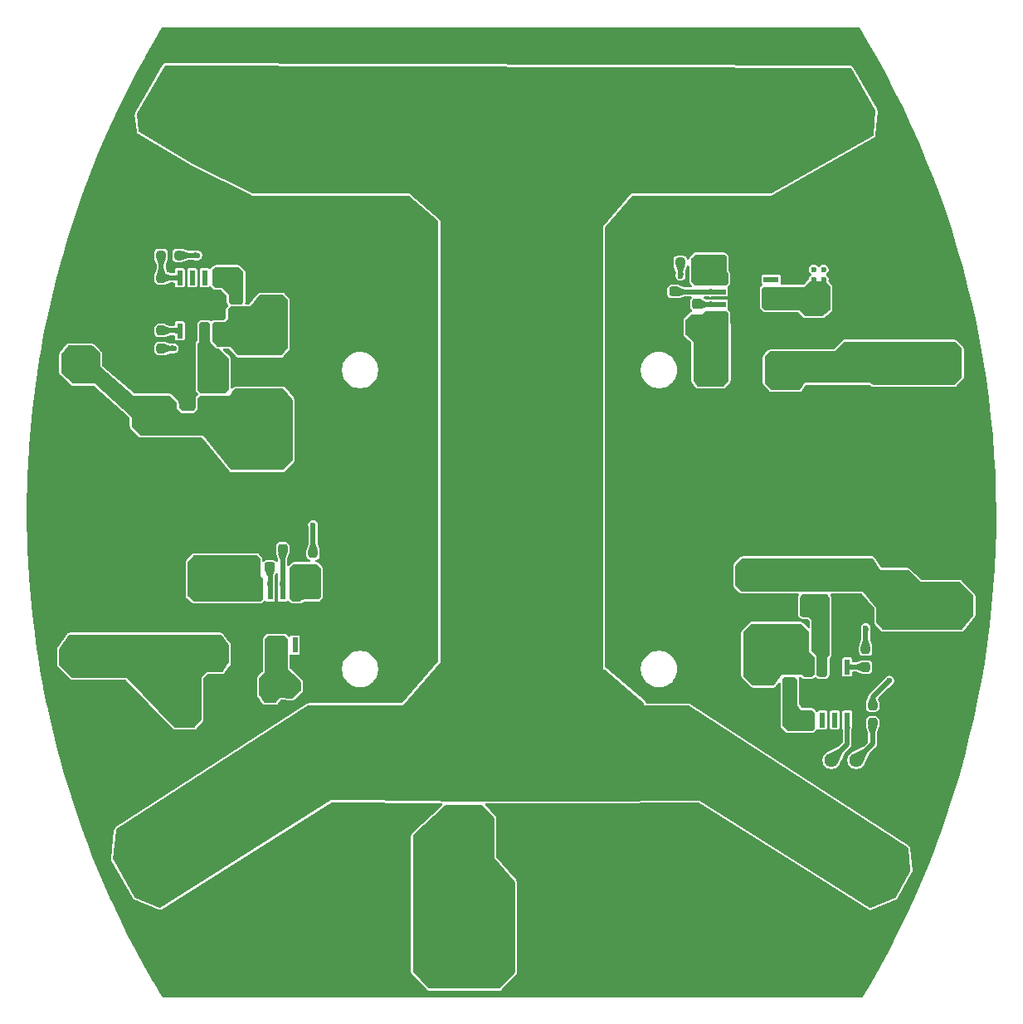
<source format=gbr>
%TF.GenerationSoftware,KiCad,Pcbnew,9.0.1*%
%TF.CreationDate,2025-04-09T16:15:18+03:00*%
%TF.ProjectId,G__ Da__t_m Kart_,47fce720-4461-41f3-9174-316d204b6172,rev?*%
%TF.SameCoordinates,Original*%
%TF.FileFunction,Copper,L1,Top*%
%TF.FilePolarity,Positive*%
%FSLAX46Y46*%
G04 Gerber Fmt 4.6, Leading zero omitted, Abs format (unit mm)*
G04 Created by KiCad (PCBNEW 9.0.1) date 2025-04-09 16:15:18*
%MOMM*%
%LPD*%
G01*
G04 APERTURE LIST*
G04 Aperture macros list*
%AMRoundRect*
0 Rectangle with rounded corners*
0 $1 Rounding radius*
0 $2 $3 $4 $5 $6 $7 $8 $9 X,Y pos of 4 corners*
0 Add a 4 corners polygon primitive as box body*
4,1,4,$2,$3,$4,$5,$6,$7,$8,$9,$2,$3,0*
0 Add four circle primitives for the rounded corners*
1,1,$1+$1,$2,$3*
1,1,$1+$1,$4,$5*
1,1,$1+$1,$6,$7*
1,1,$1+$1,$8,$9*
0 Add four rect primitives between the rounded corners*
20,1,$1+$1,$2,$3,$4,$5,0*
20,1,$1+$1,$4,$5,$6,$7,0*
20,1,$1+$1,$6,$7,$8,$9,0*
20,1,$1+$1,$8,$9,$2,$3,0*%
G04 Aperture macros list end*
%TA.AperFunction,SMDPad,CuDef*%
%ADD10RoundRect,0.800000X3.200000X4.200000X-3.200000X4.200000X-3.200000X-4.200000X3.200000X-4.200000X0*%
%TD*%
%TA.AperFunction,ComponentPad*%
%ADD11C,6.000000*%
%TD*%
%TA.AperFunction,ComponentPad*%
%ADD12RoundRect,1.500000X0.549038X-2.049038X2.049038X0.549038X-0.549038X2.049038X-2.049038X-0.549038X0*%
%TD*%
%TA.AperFunction,SMDPad,CuDef*%
%ADD13RoundRect,0.237500X-0.237500X0.250000X-0.237500X-0.250000X0.237500X-0.250000X0.237500X0.250000X0*%
%TD*%
%TA.AperFunction,SMDPad,CuDef*%
%ADD14RoundRect,0.250000X0.650000X-1.000000X0.650000X1.000000X-0.650000X1.000000X-0.650000X-1.000000X0*%
%TD*%
%TA.AperFunction,SMDPad,CuDef*%
%ADD15R,2.200000X1.500000*%
%TD*%
%TA.AperFunction,SMDPad,CuDef*%
%ADD16RoundRect,0.250001X1.044999X-0.872499X1.044999X0.872499X-1.044999X0.872499X-1.044999X-0.872499X0*%
%TD*%
%TA.AperFunction,SMDPad,CuDef*%
%ADD17RoundRect,0.237500X0.237500X-0.300000X0.237500X0.300000X-0.237500X0.300000X-0.237500X-0.300000X0*%
%TD*%
%TA.AperFunction,SMDPad,CuDef*%
%ADD18RoundRect,0.237500X-0.300000X-0.237500X0.300000X-0.237500X0.300000X0.237500X-0.300000X0.237500X0*%
%TD*%
%TA.AperFunction,SMDPad,CuDef*%
%ADD19RoundRect,0.250000X-0.650000X1.000000X-0.650000X-1.000000X0.650000X-1.000000X0.650000X1.000000X0*%
%TD*%
%TA.AperFunction,ComponentPad*%
%ADD20C,1.440000*%
%TD*%
%TA.AperFunction,ComponentPad*%
%ADD21C,0.600000*%
%TD*%
%TA.AperFunction,SMDPad,CuDef*%
%ADD22R,4.500000X2.950000*%
%TD*%
%TA.AperFunction,SMDPad,CuDef*%
%ADD23R,3.100000X2.600000*%
%TD*%
%TA.AperFunction,SMDPad,CuDef*%
%ADD24R,0.600000X1.550000*%
%TD*%
%TA.AperFunction,ComponentPad*%
%ADD25C,3.000000*%
%TD*%
%TA.AperFunction,ComponentPad*%
%ADD26RoundRect,0.750000X0.750000X-0.750000X0.750000X0.750000X-0.750000X0.750000X-0.750000X-0.750000X0*%
%TD*%
%TA.AperFunction,SMDPad,CuDef*%
%ADD27RoundRect,0.250001X-1.044999X0.872499X-1.044999X-0.872499X1.044999X-0.872499X1.044999X0.872499X0*%
%TD*%
%TA.AperFunction,ComponentPad*%
%ADD28RoundRect,1.500000X2.049038X-0.549038X0.549038X2.049038X-2.049038X0.549038X-0.549038X-2.049038X0*%
%TD*%
%TA.AperFunction,SMDPad,CuDef*%
%ADD29R,1.500000X2.200000*%
%TD*%
%TA.AperFunction,SMDPad,CuDef*%
%ADD30RoundRect,0.237500X-0.250000X-0.237500X0.250000X-0.237500X0.250000X0.237500X-0.250000X0.237500X0*%
%TD*%
%TA.AperFunction,SMDPad,CuDef*%
%ADD31RoundRect,0.237500X0.300000X0.237500X-0.300000X0.237500X-0.300000X-0.237500X0.300000X-0.237500X0*%
%TD*%
%TA.AperFunction,SMDPad,CuDef*%
%ADD32RoundRect,0.250000X0.650000X-0.412500X0.650000X0.412500X-0.650000X0.412500X-0.650000X-0.412500X0*%
%TD*%
%TA.AperFunction,SMDPad,CuDef*%
%ADD33R,4.900000X2.950000*%
%TD*%
%TA.AperFunction,SMDPad,CuDef*%
%ADD34RoundRect,0.250000X0.412500X0.650000X-0.412500X0.650000X-0.412500X-0.650000X0.412500X-0.650000X0*%
%TD*%
%TA.AperFunction,SMDPad,CuDef*%
%ADD35RoundRect,0.250001X-0.872499X-1.044999X0.872499X-1.044999X0.872499X1.044999X-0.872499X1.044999X0*%
%TD*%
%TA.AperFunction,SMDPad,CuDef*%
%ADD36RoundRect,0.250000X-0.650000X0.325000X-0.650000X-0.325000X0.650000X-0.325000X0.650000X0.325000X0*%
%TD*%
%TA.AperFunction,SMDPad,CuDef*%
%ADD37RoundRect,0.237500X-0.237500X0.300000X-0.237500X-0.300000X0.237500X-0.300000X0.237500X0.300000X0*%
%TD*%
%TA.AperFunction,ComponentPad*%
%ADD38RoundRect,0.750000X-0.750000X0.750000X-0.750000X-0.750000X0.750000X-0.750000X0.750000X0.750000X0*%
%TD*%
%TA.AperFunction,SMDPad,CuDef*%
%ADD39R,1.550000X0.600000*%
%TD*%
%TA.AperFunction,SMDPad,CuDef*%
%ADD40R,2.950000X4.900000*%
%TD*%
%TA.AperFunction,SMDPad,CuDef*%
%ADD41RoundRect,0.237500X0.237500X-0.250000X0.237500X0.250000X-0.237500X0.250000X-0.237500X-0.250000X0*%
%TD*%
%TA.AperFunction,SMDPad,CuDef*%
%ADD42RoundRect,0.237500X0.250000X0.237500X-0.250000X0.237500X-0.250000X-0.237500X0.250000X-0.237500X0*%
%TD*%
%TA.AperFunction,SMDPad,CuDef*%
%ADD43RoundRect,0.250000X-0.650000X0.412500X-0.650000X-0.412500X0.650000X-0.412500X0.650000X0.412500X0*%
%TD*%
%TA.AperFunction,ViaPad*%
%ADD44C,0.600000*%
%TD*%
%TA.AperFunction,Conductor*%
%ADD45C,0.508000*%
%TD*%
%TA.AperFunction,Conductor*%
%ADD46C,0.762000*%
%TD*%
G04 APERTURE END LIST*
D10*
%TO.P,H7,1,1*%
%TO.N,VCC*%
X187200000Y-127700000D03*
%TD*%
%TO.P,H8,1,1*%
%TO.N,GND*%
X198900000Y-127700000D03*
%TD*%
D11*
%TO.P,J3,2,POS*%
%TO.N,VBAT*%
X228000000Y-122000000D03*
D12*
%TO.P,J3,1,NEG*%
%TO.N,GND*%
X224400000Y-128235383D03*
%TD*%
D13*
%TO.P,R6,2*%
%TO.N,Net-(U9-EN)*%
X228100000Y-101812500D03*
%TO.P,R6,1*%
%TO.N,VBAT*%
X228100000Y-99987500D03*
%TD*%
D14*
%TO.P,D5,2,A*%
%TO.N,5V_ADJ_VDD*%
X230900000Y-96000000D03*
%TO.P,D5,1,K*%
%TO.N,GND*%
X230900000Y-100000000D03*
%TD*%
D15*
%TO.P,L4,2*%
%TO.N,5V_ADJ_VDD*%
X217600000Y-92600000D03*
%TO.P,L4,1*%
%TO.N,Net-(D7-K)*%
X217600000Y-99000000D03*
%TD*%
D16*
%TO.P,C23,2*%
%TO.N,GND*%
X226700000Y-86192500D03*
%TO.P,C23,1*%
%TO.N,5V_ADJ_VDD*%
X226700000Y-92607500D03*
%TD*%
D13*
%TO.P,R9,2*%
%TO.N,Net-(R9-Pad2)*%
X228800000Y-107525000D03*
%TO.P,R9,1*%
%TO.N,5V_ADJ_VDD*%
X228800000Y-105700000D03*
%TD*%
D17*
%TO.P,C22,2*%
%TO.N,Net-(D7-K)*%
X220400000Y-101837500D03*
%TO.P,C22,1*%
%TO.N,Net-(U9-BOOT)*%
X220400000Y-103562500D03*
%TD*%
D18*
%TO.P,C15,2*%
%TO.N,GND*%
X225362500Y-99500000D03*
%TO.P,C15,1*%
%TO.N,VBAT*%
X223637500Y-99500000D03*
%TD*%
%TO.P,C18,2*%
%TO.N,GND*%
X225362500Y-96100000D03*
%TO.P,C18,1*%
%TO.N,VBAT*%
X223637500Y-96100000D03*
%TD*%
%TO.P,C17,2*%
%TO.N,GND*%
X225362500Y-97800000D03*
%TO.P,C17,1*%
%TO.N,VBAT*%
X223637500Y-97800000D03*
%TD*%
D19*
%TO.P,D7,2,A*%
%TO.N,GND*%
X217600000Y-105900000D03*
%TO.P,D7,1,K*%
%TO.N,Net-(D7-K)*%
X217600000Y-101900000D03*
%TD*%
D20*
%TO.P,RV1,3,3*%
%TO.N,GND*%
X222060000Y-111300000D03*
%TO.P,RV1,2,2*%
%TO.N,/5V_Regulators/V_Sense_ADJ*%
X224600000Y-111300000D03*
%TO.P,RV1,1,1*%
%TO.N,Net-(R9-Pad2)*%
X227140000Y-111300000D03*
%TD*%
D21*
%TO.P,U9,9,GNDPAD*%
%TO.N,GND*%
X226100000Y-103900000D03*
X225000000Y-103900000D03*
X223700000Y-103900000D03*
X222500000Y-103900000D03*
D22*
X224300000Y-104500000D03*
D23*
X224300000Y-104500000D03*
D21*
X226100000Y-105100000D03*
X225000000Y-105100000D03*
X223700000Y-105100000D03*
X222500000Y-105100000D03*
D24*
%TO.P,U9,8,PH*%
%TO.N,Net-(D7-K)*%
X222395000Y-101800000D03*
%TO.P,U9,7,VIN*%
%TO.N,VBAT*%
X223665000Y-101800000D03*
%TO.P,U9,6,GND*%
%TO.N,GND*%
X224935000Y-101800000D03*
%TO.P,U9,5,EN*%
%TO.N,Net-(U9-EN)*%
X226205000Y-101800000D03*
%TO.P,U9,4,VSENSE*%
%TO.N,/5V_Regulators/V_Sense_ADJ*%
X226205000Y-107200000D03*
%TO.P,U9,3,NC*%
%TO.N,unconnected-(U9-NC-Pad3)*%
X224935000Y-107200000D03*
%TO.P,U9,2,NC*%
%TO.N,unconnected-(U9-NC-Pad2)*%
X223665000Y-107200000D03*
%TO.P,U9,1,BOOT*%
%TO.N,Net-(U9-BOOT)*%
X222395000Y-107200000D03*
%TD*%
D17*
%TO.P,C26,2*%
%TO.N,GND*%
X230900000Y-90875000D03*
%TO.P,C26,1*%
%TO.N,5V_ADJ_VDD*%
X230900000Y-92600000D03*
%TD*%
D25*
%TO.P,U5,2,+*%
%TO.N,5V_ADJ_VDD*%
X236500000Y-96100000D03*
D26*
%TO.P,U5,1,-*%
%TO.N,GND*%
X236500000Y-101100000D03*
%TD*%
D27*
%TO.P,C27,1*%
%TO.N,VBAT*%
X193600000Y-113500000D03*
%TO.P,C27,2*%
%TO.N,GND*%
X193600000Y-119915000D03*
%TD*%
D28*
%TO.P,J1,1,NEG*%
%TO.N,GND*%
X228562500Y-52235383D03*
D11*
%TO.P,J1,2,POS*%
%TO.N,VBAT*%
X224962500Y-46000000D03*
%TD*%
D29*
%TO.P,L3,1*%
%TO.N,Net-(U8-SW)*%
X212800000Y-71560000D03*
%TO.P,L3,2*%
%TO.N,5V_1A_VDD*%
X219200000Y-71560000D03*
%TD*%
D30*
%TO.P,R8,1*%
%TO.N,Net-(U8-FB)*%
X213087500Y-60460000D03*
%TO.P,R8,2*%
%TO.N,GND*%
X214912500Y-60460000D03*
%TD*%
D31*
%TO.P,C3,1*%
%TO.N,VBAT*%
X160662500Y-69600000D03*
%TO.P,C3,2*%
%TO.N,GND*%
X158937500Y-69600000D03*
%TD*%
%TO.P,C20,1*%
%TO.N,Net-(U8-VCC)*%
X208600000Y-63500000D03*
%TO.P,C20,2*%
%TO.N,GND*%
X206875000Y-63500000D03*
%TD*%
D32*
%TO.P,C24,1*%
%TO.N,GND*%
X223200000Y-74622500D03*
%TO.P,C24,2*%
%TO.N,5V_1A_VDD*%
X223200000Y-71497500D03*
%TD*%
D30*
%TO.P,R7,1*%
%TO.N,5V_1A_VDD*%
X209187500Y-60500000D03*
%TO.P,R7,2*%
%TO.N,Net-(U8-FB)*%
X211012500Y-60500000D03*
%TD*%
D19*
%TO.P,D8,1,K*%
%TO.N,VBAT*%
X187800000Y-113700000D03*
%TO.P,D8,2,A*%
%TO.N,VCC*%
X187800000Y-117700000D03*
%TD*%
D15*
%TO.P,L1,1*%
%TO.N,Net-(U7-SW)*%
X160700000Y-93700000D03*
%TO.P,L1,2*%
%TO.N,12V_1A_VDD*%
X160700000Y-100100000D03*
%TD*%
D24*
%TO.P,U7,1,GND*%
%TO.N,GND*%
X166045000Y-99550000D03*
%TO.P,U7,2,VIN*%
%TO.N,VBAT*%
X167315000Y-99550000D03*
%TO.P,U7,3,EN*%
X168585000Y-99550000D03*
%TO.P,U7,4,PG*%
%TO.N,unconnected-(U7-PG-Pad4)*%
X169855000Y-99550000D03*
%TO.P,U7,5,FB*%
%TO.N,Net-(U7-FB)*%
X169855000Y-94150000D03*
%TO.P,U7,6,VCC*%
%TO.N,Net-(U7-VCC)*%
X168585000Y-94150000D03*
%TO.P,U7,7,BOOT*%
%TO.N,Net-(U7-BOOT)*%
X167315000Y-94150000D03*
%TO.P,U7,8,SW*%
%TO.N,Net-(U7-SW)*%
X166045000Y-94150000D03*
D21*
%TO.P,U7,9,GND*%
%TO.N,GND*%
X166000000Y-97500000D03*
X167300000Y-97500000D03*
X168600000Y-97500000D03*
X169900000Y-97500000D03*
D33*
X167950000Y-96850000D03*
D21*
X166000000Y-96200000D03*
X167300000Y-96200000D03*
X168600000Y-96200000D03*
X169900000Y-96200000D03*
%TD*%
D34*
%TO.P,C5,1*%
%TO.N,VBAT*%
X167562500Y-103800000D03*
%TO.P,C5,2*%
%TO.N,GND*%
X164437500Y-103800000D03*
%TD*%
D35*
%TO.P,C11,1*%
%TO.N,12V_5A_VDD*%
X167092500Y-78800000D03*
%TO.P,C11,2*%
%TO.N,GND*%
X173507500Y-78800000D03*
%TD*%
D13*
%TO.P,R3,1*%
%TO.N,Net-(U7-FB)*%
X171700000Y-94087500D03*
%TO.P,R3,2*%
%TO.N,GND*%
X171700000Y-95912500D03*
%TD*%
D34*
%TO.P,C14,1*%
%TO.N,GND*%
X162125000Y-106500000D03*
%TO.P,C14,2*%
%TO.N,12V_1A_VDD*%
X159000000Y-106500000D03*
%TD*%
D36*
%TO.P,C2,1*%
%TO.N,VBAT*%
X198900000Y-114525000D03*
%TO.P,C2,2*%
%TO.N,GND*%
X198900000Y-117475000D03*
%TD*%
D19*
%TO.P,D2,1,K*%
%TO.N,GND*%
X154900000Y-72000000D03*
%TO.P,D2,2,A*%
%TO.N,12V_5A_VDD*%
X154900000Y-76000000D03*
%TD*%
D14*
%TO.P,D6,1,K*%
%TO.N,Net-(D6-K)*%
X167500000Y-65600000D03*
%TO.P,D6,2,A*%
%TO.N,GND*%
X167500000Y-61600000D03*
%TD*%
D17*
%TO.P,C8,1*%
%TO.N,Net-(U7-VCC)*%
X168600000Y-89800000D03*
%TO.P,C8,2*%
%TO.N,GND*%
X168600000Y-88075000D03*
%TD*%
D37*
%TO.P,C21,1*%
%TO.N,Net-(U8-BOOT)*%
X210900000Y-64775000D03*
%TO.P,C21,2*%
%TO.N,Net-(U8-SW)*%
X210900000Y-66500000D03*
%TD*%
D32*
%TO.P,C25,1*%
%TO.N,GND*%
X226100000Y-74585000D03*
%TO.P,C25,2*%
%TO.N,5V_1A_VDD*%
X226100000Y-71460000D03*
%TD*%
D31*
%TO.P,C6,1*%
%TO.N,VBAT*%
X160662500Y-73000000D03*
%TO.P,C6,2*%
%TO.N,GND*%
X158937500Y-73000000D03*
%TD*%
%TO.P,C4,1*%
%TO.N,VBAT*%
X160662500Y-71300000D03*
%TO.P,C4,2*%
%TO.N,GND*%
X158937500Y-71300000D03*
%TD*%
D38*
%TO.P,U3,1,-*%
%TO.N,GND*%
X148000000Y-96000000D03*
D25*
%TO.P,U3,2,+*%
%TO.N,12V_1A_VDD*%
X148000000Y-101000000D03*
%TD*%
D39*
%TO.P,U8,1,GND*%
%TO.N,GND*%
X218450000Y-66055000D03*
%TO.P,U8,2,VIN*%
%TO.N,VBAT*%
X218450000Y-64785000D03*
%TO.P,U8,3,EN*%
X218450000Y-63515000D03*
%TO.P,U8,4,PG*%
%TO.N,unconnected-(U8-PG-Pad4)*%
X218450000Y-62245000D03*
%TO.P,U8,5,FB*%
%TO.N,Net-(U8-FB)*%
X213050000Y-62245000D03*
%TO.P,U8,6,VCC*%
%TO.N,Net-(U8-VCC)*%
X213050000Y-63515000D03*
%TO.P,U8,7,BOOT*%
%TO.N,Net-(U8-BOOT)*%
X213050000Y-64785000D03*
%TO.P,U8,8,SW*%
%TO.N,Net-(U8-SW)*%
X213050000Y-66055000D03*
D21*
%TO.P,U8,9,GND*%
%TO.N,GND*%
X216400000Y-66100000D03*
X216400000Y-64800000D03*
X216400000Y-63500000D03*
X216400000Y-62200000D03*
D40*
X215750000Y-64150000D03*
D21*
X215100000Y-66100000D03*
X215100000Y-64800000D03*
X215100000Y-63500000D03*
X215100000Y-62200000D03*
%TD*%
D31*
%TO.P,C10,1*%
%TO.N,Net-(U7-BOOT)*%
X167300000Y-91600000D03*
%TO.P,C10,2*%
%TO.N,Net-(U7-SW)*%
X165575000Y-91600000D03*
%TD*%
D13*
%TO.P,R2,1*%
%TO.N,12V_1A_VDD*%
X171700000Y-90175000D03*
%TO.P,R2,2*%
%TO.N,Net-(U7-FB)*%
X171700000Y-92000000D03*
%TD*%
D14*
%TO.P,D4,1,K*%
%TO.N,GND*%
X230600000Y-75200000D03*
%TO.P,D4,2,A*%
%TO.N,5V_1A_VDD*%
X230600000Y-71200000D03*
%TD*%
D34*
%TO.P,C12,1*%
%TO.N,GND*%
X162100000Y-103800000D03*
%TO.P,C12,2*%
%TO.N,12V_1A_VDD*%
X158975000Y-103800000D03*
%TD*%
D31*
%TO.P,C13,1*%
%TO.N,12V_5A_VDD*%
X160662500Y-74800000D03*
%TO.P,C13,2*%
%TO.N,GND*%
X158937500Y-74800000D03*
%TD*%
D24*
%TO.P,U6,1,BOOT*%
%TO.N,Net-(U6-BOOT)*%
X161905000Y-62100000D03*
%TO.P,U6,2,NC*%
%TO.N,unconnected-(U6-NC-Pad2)*%
X160635000Y-62100000D03*
%TO.P,U6,3,NC*%
%TO.N,unconnected-(U6-NC-Pad3)*%
X159365000Y-62100000D03*
%TO.P,U6,4,VSENSE*%
%TO.N,/12V_Regulators/V_Sense_ADJ*%
X158095000Y-62100000D03*
%TO.P,U6,5,EN*%
%TO.N,Net-(U6-EN)*%
X158095000Y-67500000D03*
%TO.P,U6,6,GND*%
%TO.N,GND*%
X159365000Y-67500000D03*
%TO.P,U6,7,VIN*%
%TO.N,VBAT*%
X160635000Y-67500000D03*
%TO.P,U6,8,PH*%
%TO.N,Net-(D6-K)*%
X161905000Y-67500000D03*
D21*
%TO.P,U6,9,GNDPAD*%
%TO.N,GND*%
X161800000Y-64200000D03*
X160600000Y-64200000D03*
X159300000Y-64200000D03*
X158200000Y-64200000D03*
D23*
X160000000Y-64800000D03*
D22*
X160000000Y-64800000D03*
D21*
X161800000Y-65400000D03*
X160600000Y-65400000D03*
X159300000Y-65400000D03*
X158200000Y-65400000D03*
%TD*%
D41*
%TO.P,R1,1*%
%TO.N,VBAT*%
X156200000Y-69300000D03*
%TO.P,R1,2*%
%TO.N,Net-(U6-EN)*%
X156200000Y-67475000D03*
%TD*%
D31*
%TO.P,C7,1*%
%TO.N,VBAT*%
X167600000Y-101700000D03*
%TO.P,C7,2*%
%TO.N,GND*%
X165875000Y-101700000D03*
%TD*%
D42*
%TO.P,R4,1*%
%TO.N,12V_5A_VDD*%
X158012500Y-59800000D03*
%TO.P,R4,2*%
%TO.N,/12V_Regulators/V_Sense_ADJ*%
X156187500Y-59800000D03*
%TD*%
D15*
%TO.P,L2,1*%
%TO.N,Net-(D6-K)*%
X167100000Y-68800000D03*
%TO.P,L2,2*%
%TO.N,12V_5A_VDD*%
X167100000Y-75200000D03*
%TD*%
D28*
%TO.P,J4,1,NEG*%
%TO.N,GND*%
X160000000Y-128235383D03*
D11*
%TO.P,J4,2,POS*%
%TO.N,VBAT*%
X156400000Y-122000000D03*
%TD*%
D26*
%TO.P,U4,1,-*%
%TO.N,GND*%
X236000000Y-76000000D03*
D25*
%TO.P,U4,2,+*%
%TO.N,5V_1A_VDD*%
X236000000Y-71000000D03*
%TD*%
D12*
%TO.P,J2,1,NEG*%
%TO.N,GND*%
X154400000Y-52235383D03*
D11*
%TO.P,J2,2,POS*%
%TO.N,VBAT*%
X158000000Y-46000000D03*
%TD*%
D37*
%TO.P,C19,1*%
%TO.N,VBAT*%
X220800000Y-64797500D03*
%TO.P,C19,2*%
%TO.N,GND*%
X220800000Y-66522500D03*
%TD*%
D19*
%TO.P,D3,1,K*%
%TO.N,GND*%
X154100000Y-96400000D03*
%TO.P,D3,2,A*%
%TO.N,12V_1A_VDD*%
X154100000Y-100400000D03*
%TD*%
D41*
%TO.P,R5,1*%
%TO.N,GND*%
X156200000Y-63912500D03*
%TO.P,R5,2*%
%TO.N,/12V_Regulators/V_Sense_ADJ*%
X156200000Y-62087500D03*
%TD*%
D37*
%TO.P,C9,1*%
%TO.N,Net-(U6-BOOT)*%
X163900000Y-64037500D03*
%TO.P,C9,2*%
%TO.N,Net-(D6-K)*%
X163900000Y-65762500D03*
%TD*%
D43*
%TO.P,C16,1*%
%TO.N,VBAT*%
X223200000Y-64797500D03*
%TO.P,C16,2*%
%TO.N,GND*%
X223200000Y-67922500D03*
%TD*%
D26*
%TO.P,U2,1,-*%
%TO.N,GND*%
X148000000Y-76000000D03*
D25*
%TO.P,U2,2,+*%
%TO.N,12V_5A_VDD*%
X148000000Y-71000000D03*
%TD*%
D44*
%TO.N,GND*%
X213000000Y-96000000D03*
X213000000Y-94000000D03*
X213000000Y-92000000D03*
X211000000Y-92000000D03*
X211000000Y-94000000D03*
X211000000Y-96000000D03*
X205000000Y-76000000D03*
X203000000Y-76000000D03*
X205000000Y-61000000D03*
X207000000Y-59000000D03*
X205000000Y-57000000D03*
X211000000Y-59000000D03*
X207000000Y-57000000D03*
X211000000Y-57000000D03*
X211000000Y-55000000D03*
X207000000Y-55000000D03*
X209000000Y-55000000D03*
X205000000Y-59000000D03*
X209000000Y-59000000D03*
X205000000Y-55000000D03*
X209000000Y-57000000D03*
X205000000Y-96000000D03*
X203000000Y-94000000D03*
X209000000Y-96000000D03*
X205000000Y-94000000D03*
X209000000Y-94000000D03*
X209000000Y-92000000D03*
X205000000Y-92000000D03*
X207000000Y-92000000D03*
X203000000Y-96000000D03*
X207000000Y-96000000D03*
X203000000Y-92000000D03*
X207000000Y-94000000D03*
X221000000Y-84000000D03*
X219000000Y-84000000D03*
X217000000Y-84000000D03*
X219000000Y-82000000D03*
X217000000Y-82000000D03*
X221000000Y-82000000D03*
X217000000Y-80000000D03*
X219000000Y-80000000D03*
X215000000Y-82000000D03*
X213000000Y-82000000D03*
X221000000Y-80000000D03*
X213000000Y-80000000D03*
X215000000Y-80000000D03*
X213000000Y-84000000D03*
X215000000Y-84000000D03*
X209000000Y-84000000D03*
X207000000Y-84000000D03*
X211000000Y-84000000D03*
X205000000Y-84000000D03*
X203000000Y-84000000D03*
X209000000Y-82000000D03*
X211000000Y-82000000D03*
X205000000Y-82000000D03*
X203000000Y-82000000D03*
X207000000Y-82000000D03*
X209000000Y-80000000D03*
X205000000Y-78000000D03*
X207000000Y-78000000D03*
X207000000Y-80000000D03*
X211000000Y-80000000D03*
X209000000Y-78000000D03*
X211000000Y-78000000D03*
X205000000Y-80000000D03*
X203000000Y-80000000D03*
X203000000Y-78000000D03*
X181000000Y-70000000D03*
X181000000Y-72000000D03*
X183000000Y-72000000D03*
X183000000Y-70000000D03*
X183000000Y-74000000D03*
X181000000Y-68000000D03*
X183000000Y-68000000D03*
X181000000Y-74000000D03*
X181000000Y-88000000D03*
X181000000Y-86000000D03*
X183000000Y-86000000D03*
X177000000Y-86000000D03*
X183000000Y-88000000D03*
X175000000Y-86000000D03*
X177000000Y-88000000D03*
X179000000Y-88000000D03*
X179000000Y-86000000D03*
X175000000Y-88000000D03*
X175000000Y-98000000D03*
X175000000Y-94000000D03*
X177000000Y-94000000D03*
X175000000Y-92000000D03*
X183000000Y-96000000D03*
X175000000Y-96000000D03*
X183000000Y-94000000D03*
X179000000Y-94000000D03*
X181000000Y-92000000D03*
X179000000Y-98000000D03*
X179000000Y-92000000D03*
X177000000Y-96000000D03*
X177000000Y-92000000D03*
X181000000Y-98000000D03*
X177000000Y-98000000D03*
X183000000Y-98000000D03*
X181000000Y-90000000D03*
X181000000Y-94000000D03*
X183000000Y-90000000D03*
X175000000Y-90000000D03*
X179000000Y-96000000D03*
X179000000Y-90000000D03*
X177000000Y-90000000D03*
X181000000Y-96000000D03*
X183000000Y-92000000D03*
X173000000Y-60000000D03*
X171000000Y-60000000D03*
X175000000Y-60000000D03*
X181000000Y-60000000D03*
X183000000Y-60000000D03*
X181000000Y-56000000D03*
X183000000Y-56000000D03*
X175000000Y-56000000D03*
X173000000Y-56000000D03*
X171000000Y-56000000D03*
X177000000Y-56000000D03*
X179000000Y-56000000D03*
X177000000Y-58000000D03*
X171000000Y-66000000D03*
X181000000Y-66000000D03*
X175000000Y-66000000D03*
X179000000Y-66000000D03*
X183000000Y-58000000D03*
X175000000Y-58000000D03*
X171000000Y-58000000D03*
X179000000Y-58000000D03*
X173000000Y-66000000D03*
X177000000Y-66000000D03*
X181000000Y-58000000D03*
X173000000Y-58000000D03*
X183000000Y-66000000D03*
X173000000Y-64000000D03*
X177000000Y-64000000D03*
X175000000Y-62000000D03*
X175000000Y-64000000D03*
X171000000Y-62000000D03*
X179000000Y-62000000D03*
X177000000Y-62000000D03*
X179000000Y-64000000D03*
X183000000Y-64000000D03*
X177000000Y-60000000D03*
X183000000Y-62000000D03*
X181000000Y-64000000D03*
X179000000Y-60000000D03*
X173000000Y-62000000D03*
X171000000Y-64000000D03*
X181000000Y-62000000D03*
%TO.N,VBAT*%
X225000000Y-118000000D03*
X221000000Y-120000000D03*
X223000000Y-120000000D03*
X221000000Y-118000000D03*
X223000000Y-118000000D03*
X221000000Y-114000000D03*
X221000000Y-116000000D03*
X223000000Y-116000000D03*
X217000000Y-118000000D03*
X219000000Y-116000000D03*
X217000000Y-116000000D03*
X215000000Y-116000000D03*
X219000000Y-118000000D03*
X215000000Y-110000000D03*
X217000000Y-114000000D03*
X219000000Y-114000000D03*
X217000000Y-112000000D03*
X211000000Y-114000000D03*
X215000000Y-112000000D03*
X215000000Y-114000000D03*
X213000000Y-114000000D03*
X211000000Y-112000000D03*
X213000000Y-112000000D03*
X169000000Y-108000000D03*
X165000000Y-120000000D03*
X171000000Y-116000000D03*
X167000000Y-118000000D03*
X161000000Y-120000000D03*
X163000000Y-120000000D03*
X159000000Y-118000000D03*
X161000000Y-118000000D03*
X161000000Y-116000000D03*
X161000000Y-114000000D03*
X159000000Y-116000000D03*
X163000000Y-118000000D03*
X165000000Y-118000000D03*
X163000000Y-116000000D03*
X165000000Y-116000000D03*
X165000000Y-114000000D03*
X163000000Y-112000000D03*
X165000000Y-112000000D03*
X163000000Y-114000000D03*
X167000000Y-116000000D03*
X169000000Y-116000000D03*
X167000000Y-114000000D03*
X169000000Y-114000000D03*
X169000000Y-112000000D03*
X167000000Y-110000000D03*
X169000000Y-110000000D03*
X167000000Y-112000000D03*
X173000000Y-112000000D03*
X173000000Y-114000000D03*
X171000000Y-114000000D03*
X171000000Y-112000000D03*
X197000000Y-112000000D03*
X199000000Y-112000000D03*
X201000000Y-112000000D03*
X181000000Y-112000000D03*
X177000000Y-112000000D03*
X181000000Y-114000000D03*
X175000000Y-114000000D03*
X175000000Y-112000000D03*
X177000000Y-114000000D03*
X179000000Y-114000000D03*
X179000000Y-112000000D03*
X185000000Y-114000000D03*
X183000000Y-112000000D03*
X185000000Y-112000000D03*
X183000000Y-114000000D03*
X209000000Y-114000000D03*
X209000000Y-112000000D03*
X205000000Y-114000000D03*
X207000000Y-114000000D03*
X205000000Y-112000000D03*
X207000000Y-112000000D03*
X203000000Y-112000000D03*
X203000000Y-114000000D03*
X211000000Y-108000000D03*
X207000000Y-110000000D03*
X209000000Y-110000000D03*
X205000000Y-108000000D03*
X209000000Y-108000000D03*
X207000000Y-108000000D03*
X205000000Y-110000000D03*
X211000000Y-110000000D03*
X213000000Y-110000000D03*
X173000000Y-108000000D03*
X171000000Y-110000000D03*
X171000000Y-108000000D03*
X173000000Y-110000000D03*
X181000000Y-108000000D03*
X181000000Y-110000000D03*
X179000000Y-110000000D03*
X179000000Y-108000000D03*
X177000000Y-110000000D03*
X175000000Y-108000000D03*
X177000000Y-108000000D03*
X175000000Y-110000000D03*
X203000000Y-108000000D03*
X203000000Y-110000000D03*
X201000000Y-110000000D03*
X201000000Y-108000000D03*
X201000000Y-106000000D03*
X203000000Y-106000000D03*
X185000000Y-108000000D03*
X185000000Y-110000000D03*
X183000000Y-110000000D03*
X183000000Y-108000000D03*
X183000000Y-106000000D03*
X185000000Y-106000000D03*
X219000000Y-42000000D03*
X209000000Y-52000000D03*
X219000000Y-50000000D03*
X215000000Y-50000000D03*
X211000000Y-48000000D03*
X219000000Y-48000000D03*
X213000000Y-42000000D03*
X211000000Y-42000000D03*
X213000000Y-50000000D03*
X217000000Y-42000000D03*
X217000000Y-50000000D03*
X213000000Y-46000000D03*
X213000000Y-52000000D03*
X217000000Y-52000000D03*
X215000000Y-42000000D03*
X209000000Y-42000000D03*
X211000000Y-50000000D03*
X209000000Y-50000000D03*
X219000000Y-52000000D03*
X215000000Y-52000000D03*
X211000000Y-52000000D03*
X217000000Y-46000000D03*
X217000000Y-48000000D03*
X209000000Y-44000000D03*
X217000000Y-44000000D03*
X211000000Y-46000000D03*
X213000000Y-48000000D03*
X209000000Y-46000000D03*
X209000000Y-48000000D03*
X215000000Y-48000000D03*
X215000000Y-44000000D03*
X213000000Y-44000000D03*
X211000000Y-44000000D03*
X219000000Y-46000000D03*
X215000000Y-46000000D03*
X219000000Y-44000000D03*
X205000000Y-46000000D03*
X201000000Y-48000000D03*
X203000000Y-42000000D03*
X207000000Y-48000000D03*
X203000000Y-50000000D03*
X201000000Y-52000000D03*
X207000000Y-42000000D03*
X203000000Y-46000000D03*
X201000000Y-44000000D03*
X203000000Y-52000000D03*
X207000000Y-44000000D03*
X205000000Y-48000000D03*
X201000000Y-46000000D03*
X205000000Y-42000000D03*
X203000000Y-48000000D03*
X207000000Y-52000000D03*
X201000000Y-50000000D03*
X203000000Y-44000000D03*
X207000000Y-46000000D03*
X205000000Y-44000000D03*
X205000000Y-52000000D03*
X205000000Y-50000000D03*
X207000000Y-50000000D03*
X201000000Y-42000000D03*
X169000000Y-50000000D03*
X165000000Y-48000000D03*
X167000000Y-42000000D03*
X165000000Y-42000000D03*
X167000000Y-50000000D03*
X171000000Y-42000000D03*
X171000000Y-50000000D03*
X167000000Y-46000000D03*
X167000000Y-52000000D03*
X171000000Y-52000000D03*
X169000000Y-42000000D03*
X165000000Y-50000000D03*
X169000000Y-52000000D03*
X165000000Y-52000000D03*
X171000000Y-46000000D03*
X171000000Y-48000000D03*
X171000000Y-44000000D03*
X165000000Y-46000000D03*
X167000000Y-48000000D03*
X169000000Y-48000000D03*
X169000000Y-44000000D03*
X167000000Y-44000000D03*
X165000000Y-44000000D03*
X169000000Y-46000000D03*
X177000000Y-42000000D03*
X183000000Y-42000000D03*
X179000000Y-42000000D03*
X175000000Y-42000000D03*
X185000000Y-42000000D03*
X181000000Y-42000000D03*
X173000000Y-42000000D03*
X175000000Y-50000000D03*
X177000000Y-50000000D03*
X183000000Y-50000000D03*
X179000000Y-50000000D03*
X181000000Y-50000000D03*
X173000000Y-50000000D03*
X177000000Y-52000000D03*
X179000000Y-52000000D03*
X185000000Y-52000000D03*
X175000000Y-52000000D03*
X181000000Y-52000000D03*
X173000000Y-52000000D03*
X185000000Y-50000000D03*
X183000000Y-52000000D03*
X175000000Y-48000000D03*
X183000000Y-48000000D03*
X177000000Y-46000000D03*
X183000000Y-46000000D03*
X175000000Y-46000000D03*
X173000000Y-46000000D03*
X181000000Y-46000000D03*
X173000000Y-48000000D03*
X179000000Y-46000000D03*
X179000000Y-48000000D03*
X181000000Y-48000000D03*
X185000000Y-48000000D03*
X185000000Y-46000000D03*
X177000000Y-48000000D03*
X179000000Y-44000000D03*
X181000000Y-44000000D03*
X173000000Y-44000000D03*
X177000000Y-44000000D03*
X183000000Y-44000000D03*
X175000000Y-44000000D03*
X185000000Y-44000000D03*
X199000000Y-108000000D03*
X191000000Y-108000000D03*
X197000000Y-108000000D03*
X187000000Y-110000000D03*
X195000000Y-108000000D03*
X193000000Y-108000000D03*
X197000000Y-110000000D03*
X199000000Y-110000000D03*
X189000000Y-108000000D03*
X187000000Y-108000000D03*
X189000000Y-110000000D03*
X191000000Y-110000000D03*
X195000000Y-110000000D03*
X193000000Y-110000000D03*
X197000000Y-104000000D03*
X187000000Y-106000000D03*
X191000000Y-104000000D03*
X187000000Y-98000000D03*
X199000000Y-104000000D03*
X195000000Y-104000000D03*
X197000000Y-96000000D03*
X197000000Y-102000000D03*
X197000000Y-94000000D03*
X197000000Y-100000000D03*
X199000000Y-92000000D03*
X187000000Y-94000000D03*
X197000000Y-106000000D03*
X191000000Y-94000000D03*
X193000000Y-92000000D03*
X191000000Y-100000000D03*
X189000000Y-94000000D03*
X187000000Y-100000000D03*
X187000000Y-92000000D03*
X195000000Y-100000000D03*
X191000000Y-92000000D03*
X199000000Y-94000000D03*
X189000000Y-100000000D03*
X193000000Y-100000000D03*
X197000000Y-92000000D03*
X199000000Y-106000000D03*
X193000000Y-104000000D03*
X187000000Y-102000000D03*
X195000000Y-96000000D03*
X195000000Y-94000000D03*
X195000000Y-98000000D03*
X189000000Y-96000000D03*
X199000000Y-96000000D03*
X189000000Y-92000000D03*
X189000000Y-104000000D03*
X189000000Y-102000000D03*
X189000000Y-106000000D03*
X191000000Y-98000000D03*
X193000000Y-102000000D03*
X187000000Y-104000000D03*
X193000000Y-98000000D03*
X199000000Y-100000000D03*
X189000000Y-98000000D03*
X187000000Y-96000000D03*
X197000000Y-98000000D03*
X191000000Y-106000000D03*
X199000000Y-102000000D03*
X193000000Y-96000000D03*
X195000000Y-92000000D03*
X195000000Y-106000000D03*
X195000000Y-102000000D03*
X191000000Y-102000000D03*
X199000000Y-98000000D03*
X191000000Y-96000000D03*
X193000000Y-106000000D03*
X193000000Y-94000000D03*
X197000000Y-90000000D03*
X189000000Y-90000000D03*
X199000000Y-90000000D03*
X193000000Y-90000000D03*
X195000000Y-90000000D03*
X191000000Y-90000000D03*
X187000000Y-90000000D03*
X189000000Y-76000000D03*
X187000000Y-76000000D03*
X191000000Y-76000000D03*
X197000000Y-76000000D03*
X199000000Y-76000000D03*
X197000000Y-88000000D03*
X193000000Y-74000000D03*
X187000000Y-82000000D03*
X197000000Y-82000000D03*
X191000000Y-82000000D03*
X195000000Y-82000000D03*
X199000000Y-74000000D03*
X191000000Y-74000000D03*
X187000000Y-74000000D03*
X195000000Y-74000000D03*
X189000000Y-82000000D03*
X193000000Y-82000000D03*
X197000000Y-74000000D03*
X189000000Y-74000000D03*
X191000000Y-84000000D03*
X189000000Y-86000000D03*
X189000000Y-84000000D03*
X193000000Y-86000000D03*
X189000000Y-88000000D03*
X195000000Y-84000000D03*
X187000000Y-84000000D03*
X199000000Y-88000000D03*
X199000000Y-82000000D03*
X193000000Y-88000000D03*
X195000000Y-88000000D03*
X189000000Y-80000000D03*
X193000000Y-80000000D03*
X191000000Y-78000000D03*
X191000000Y-80000000D03*
X187000000Y-78000000D03*
X195000000Y-78000000D03*
X193000000Y-78000000D03*
X195000000Y-80000000D03*
X199000000Y-80000000D03*
X193000000Y-76000000D03*
X199000000Y-78000000D03*
X197000000Y-80000000D03*
X195000000Y-76000000D03*
X189000000Y-78000000D03*
X191000000Y-88000000D03*
X187000000Y-86000000D03*
X193000000Y-84000000D03*
X199000000Y-84000000D03*
X197000000Y-86000000D03*
X187000000Y-88000000D03*
X191000000Y-86000000D03*
X187000000Y-80000000D03*
X197000000Y-84000000D03*
X199000000Y-86000000D03*
X195000000Y-86000000D03*
X197000000Y-78000000D03*
X191000000Y-58000000D03*
X197000000Y-58000000D03*
X193000000Y-58000000D03*
X189000000Y-58000000D03*
X199000000Y-58000000D03*
X195000000Y-58000000D03*
X187000000Y-58000000D03*
X189000000Y-66000000D03*
X191000000Y-66000000D03*
X197000000Y-66000000D03*
X193000000Y-66000000D03*
X195000000Y-66000000D03*
X187000000Y-66000000D03*
X197000000Y-72000000D03*
X187000000Y-70000000D03*
X191000000Y-68000000D03*
X189000000Y-70000000D03*
X193000000Y-68000000D03*
X199000000Y-68000000D03*
X189000000Y-68000000D03*
X193000000Y-70000000D03*
X195000000Y-68000000D03*
X187000000Y-68000000D03*
X199000000Y-72000000D03*
X191000000Y-72000000D03*
X189000000Y-72000000D03*
X187000000Y-72000000D03*
X199000000Y-70000000D03*
X199000000Y-66000000D03*
X197000000Y-70000000D03*
X195000000Y-70000000D03*
X193000000Y-72000000D03*
X191000000Y-70000000D03*
X195000000Y-72000000D03*
X197000000Y-68000000D03*
X189000000Y-64000000D03*
X197000000Y-64000000D03*
X191000000Y-62000000D03*
X197000000Y-62000000D03*
X189000000Y-62000000D03*
X187000000Y-62000000D03*
X195000000Y-62000000D03*
X187000000Y-64000000D03*
X193000000Y-62000000D03*
X193000000Y-64000000D03*
X195000000Y-64000000D03*
X199000000Y-64000000D03*
X199000000Y-62000000D03*
X191000000Y-64000000D03*
X193000000Y-60000000D03*
X195000000Y-60000000D03*
X187000000Y-60000000D03*
X191000000Y-60000000D03*
X197000000Y-60000000D03*
X189000000Y-60000000D03*
X199000000Y-60000000D03*
X191000000Y-50000000D03*
X197000000Y-50000000D03*
X193000000Y-50000000D03*
X189000000Y-50000000D03*
X199000000Y-50000000D03*
X195000000Y-50000000D03*
X187000000Y-50000000D03*
X189000000Y-56000000D03*
X197000000Y-56000000D03*
X191000000Y-54000000D03*
X197000000Y-54000000D03*
X189000000Y-54000000D03*
X187000000Y-54000000D03*
X195000000Y-54000000D03*
X187000000Y-56000000D03*
X193000000Y-54000000D03*
X193000000Y-56000000D03*
X195000000Y-56000000D03*
X199000000Y-56000000D03*
X199000000Y-54000000D03*
X191000000Y-56000000D03*
X193000000Y-52000000D03*
X195000000Y-52000000D03*
X187000000Y-52000000D03*
X191000000Y-52000000D03*
X197000000Y-52000000D03*
X189000000Y-52000000D03*
X199000000Y-52000000D03*
X191000000Y-46000000D03*
X197000000Y-46000000D03*
X193000000Y-46000000D03*
X189000000Y-46000000D03*
X199000000Y-46000000D03*
X195000000Y-46000000D03*
X187000000Y-46000000D03*
X193000000Y-48000000D03*
X195000000Y-48000000D03*
X187000000Y-48000000D03*
X191000000Y-48000000D03*
X197000000Y-48000000D03*
X189000000Y-48000000D03*
X199000000Y-48000000D03*
X191000000Y-44000000D03*
X197000000Y-44000000D03*
X193000000Y-44000000D03*
X189000000Y-44000000D03*
X199000000Y-44000000D03*
X195000000Y-44000000D03*
X187000000Y-44000000D03*
X187000000Y-42000000D03*
X195000000Y-42000000D03*
X199000000Y-42000000D03*
X189000000Y-42000000D03*
X193000000Y-42000000D03*
X197000000Y-42000000D03*
X191000000Y-42000000D03*
X223800000Y-61250000D03*
X222800000Y-61250000D03*
X223800000Y-62250000D03*
X222800000Y-62250000D03*
X162500000Y-73500000D03*
X162500000Y-72500000D03*
X162500000Y-71500000D03*
X221850000Y-96200000D03*
X221850000Y-94900000D03*
X222850000Y-94900000D03*
X223850000Y-94900000D03*
X169200000Y-103950000D03*
X169200000Y-102950000D03*
%TO.N,12V_1A_VDD*%
X157150000Y-101950000D03*
X171700000Y-87300000D03*
%TO.N,VBAT*%
X222800000Y-63250000D03*
X223800000Y-63250000D03*
%TO.N,GND*%
X199400000Y-125000000D03*
X197400000Y-125000000D03*
X196400000Y-125000000D03*
X200400000Y-125000000D03*
X201400000Y-125000000D03*
X198400000Y-125000000D03*
X196400000Y-129000000D03*
X199400000Y-129000000D03*
X197400000Y-129000000D03*
X196400000Y-128000000D03*
X200400000Y-129000000D03*
X201400000Y-129000000D03*
X198400000Y-129000000D03*
X197400000Y-131000000D03*
X199400000Y-130000000D03*
X199400000Y-128000000D03*
X200400000Y-128000000D03*
X201400000Y-130000000D03*
X198400000Y-128000000D03*
X200400000Y-130000000D03*
X196400000Y-131000000D03*
X198400000Y-130000000D03*
X197400000Y-130000000D03*
X200400000Y-131000000D03*
X197400000Y-128000000D03*
X198400000Y-131000000D03*
X201400000Y-131000000D03*
X197400000Y-127000000D03*
X199400000Y-126000000D03*
X200400000Y-124000000D03*
X199400000Y-124000000D03*
X196400000Y-124000000D03*
X196400000Y-126000000D03*
X201400000Y-126000000D03*
X201400000Y-124000000D03*
X200400000Y-126000000D03*
X196400000Y-127000000D03*
X196400000Y-130000000D03*
X201400000Y-128000000D03*
X199400000Y-131000000D03*
X198400000Y-126000000D03*
X197400000Y-126000000D03*
X198400000Y-124000000D03*
X200400000Y-127000000D03*
X197400000Y-124000000D03*
X199400000Y-127000000D03*
X198400000Y-127000000D03*
X201400000Y-127000000D03*
%TO.N,VCC*%
X187700000Y-129100000D03*
X185700000Y-129100000D03*
X184700000Y-129100000D03*
X188700000Y-129100000D03*
X189700000Y-129100000D03*
X186700000Y-129100000D03*
X185700000Y-131100000D03*
X187700000Y-130100000D03*
X188700000Y-128100000D03*
X187700000Y-128100000D03*
X184700000Y-128100000D03*
X184700000Y-130100000D03*
X189700000Y-130100000D03*
X189700000Y-128100000D03*
X188700000Y-130100000D03*
X184700000Y-131100000D03*
X186700000Y-130100000D03*
X185700000Y-130100000D03*
X186700000Y-128100000D03*
X188700000Y-131100000D03*
X185700000Y-128100000D03*
X187700000Y-131100000D03*
X186700000Y-131100000D03*
X189700000Y-131100000D03*
X187700000Y-127100000D03*
X185700000Y-127100000D03*
X184700000Y-127100000D03*
X188700000Y-127100000D03*
X189700000Y-127100000D03*
X186700000Y-127100000D03*
X188700000Y-126100000D03*
X187700000Y-126100000D03*
X184700000Y-126100000D03*
X189700000Y-126100000D03*
X186700000Y-126100000D03*
X185700000Y-126100000D03*
X187700000Y-125100000D03*
X186700000Y-125100000D03*
X185700000Y-125100000D03*
X184700000Y-125100000D03*
X189700000Y-125100000D03*
X188700000Y-125100000D03*
X187700000Y-124100000D03*
X186700000Y-124100000D03*
X185700000Y-124100000D03*
X184700000Y-124100000D03*
X189700000Y-124100000D03*
X188700000Y-124100000D03*
X184500000Y-118800000D03*
X183500000Y-118800000D03*
X185500000Y-118800000D03*
X186500000Y-119800000D03*
X185500000Y-119800000D03*
X184500000Y-119800000D03*
X183500000Y-119800000D03*
X188500000Y-119800000D03*
X187500000Y-119800000D03*
X186500000Y-120800000D03*
X185500000Y-120800000D03*
X184500000Y-120800000D03*
X183500000Y-120800000D03*
X188500000Y-120800000D03*
X187500000Y-120800000D03*
X189500000Y-121800000D03*
X188500000Y-121800000D03*
X187500000Y-121800000D03*
X186500000Y-121800000D03*
X185500000Y-121800000D03*
X184500000Y-121800000D03*
%TO.N,5V_ADJ_VDD*%
X232400000Y-93100000D03*
X230500000Y-103200000D03*
%TO.N,VBAT*%
X228100000Y-97800000D03*
%TO.N,5V_1A_VDD*%
X221000000Y-71600000D03*
X209200000Y-61900000D03*
%TO.N,12V_5A_VDD*%
X160600000Y-76500000D03*
X159900000Y-59800000D03*
%TO.N,VBAT*%
X162500000Y-70500000D03*
X157500000Y-69300000D03*
%TD*%
D45*
%TO.N,12V_1A_VDD*%
X171700000Y-90175000D02*
X171700000Y-87300000D01*
%TO.N,5V_ADJ_VDD*%
X228800000Y-104900000D02*
X230500000Y-103200000D01*
X228800000Y-105700000D02*
X228800000Y-104900000D01*
%TO.N,Net-(R9-Pad2)*%
X228800000Y-109640000D02*
X227140000Y-111300000D01*
%TO.N,/5V_Regulators/V_Sense_ADJ*%
X226205000Y-107200000D02*
X226205000Y-109695000D01*
X226205000Y-109695000D02*
X224600000Y-111300000D01*
%TO.N,Net-(R9-Pad2)*%
X228800000Y-107525000D02*
X228800000Y-109640000D01*
%TO.N,Net-(U9-EN)*%
X226205000Y-101800000D02*
X228087500Y-101800000D01*
%TO.N,VBAT*%
X228100000Y-99987500D02*
X228100000Y-97800000D01*
%TO.N,Net-(U9-EN)*%
X228087500Y-101800000D02*
X228100000Y-101812500D01*
%TO.N,5V_1A_VDD*%
X209187500Y-61887500D02*
X209200000Y-61900000D01*
X209187500Y-60500000D02*
X209187500Y-61887500D01*
%TO.N,12V_5A_VDD*%
X158012500Y-59800000D02*
X159900000Y-59800000D01*
%TO.N,/12V_Regulators/V_Sense_ADJ*%
X156200000Y-59812500D02*
X156187500Y-59800000D01*
X156200000Y-62087500D02*
X156200000Y-59812500D01*
X158082500Y-62087500D02*
X158095000Y-62100000D01*
X156200000Y-62087500D02*
X158082500Y-62087500D01*
%TO.N,VBAT*%
X156200000Y-69300000D02*
X157500000Y-69300000D01*
D46*
%TO.N,Net-(U7-VCC)*%
X168585000Y-89815000D02*
X168600000Y-89800000D01*
D45*
X168585000Y-94150000D02*
X168585000Y-89815000D01*
%TO.N,Net-(U7-BOOT)*%
X167315000Y-91615000D02*
X167300000Y-91600000D01*
X167315000Y-94150000D02*
X167315000Y-91615000D01*
%TO.N,Net-(U8-VCC)*%
X213050000Y-63515000D02*
X208615000Y-63515000D01*
X208615000Y-63515000D02*
X208600000Y-63500000D01*
%TO.N,Net-(U8-BOOT)*%
X210910000Y-64785000D02*
X210900000Y-64775000D01*
X213050000Y-64785000D02*
X210910000Y-64785000D01*
%TO.N,Net-(U6-EN)*%
X158070000Y-67475000D02*
X158095000Y-67500000D01*
X156200000Y-67475000D02*
X158070000Y-67475000D01*
%TD*%
%TA.AperFunction,Conductor*%
%TO.N,VCC*%
G36*
X189012747Y-115919685D02*
G01*
X189036824Y-115939893D01*
X190167116Y-117164376D01*
X190198123Y-117226988D01*
X190200000Y-117248482D01*
X190200000Y-121300000D01*
X192269320Y-123664937D01*
X192298651Y-123728352D01*
X192300000Y-123746592D01*
X192300000Y-132950963D01*
X192280315Y-133018002D01*
X192266463Y-133035772D01*
X190836742Y-134560809D01*
X190776530Y-134596253D01*
X190746279Y-134600000D01*
X183554072Y-134600000D01*
X183487033Y-134580315D01*
X183463206Y-134560376D01*
X181933134Y-132912605D01*
X181901941Y-132850084D01*
X181900000Y-132828229D01*
X181900000Y-119033884D01*
X181919685Y-118966845D01*
X181939393Y-118943233D01*
X185164269Y-115933349D01*
X185226709Y-115901997D01*
X185248876Y-115900000D01*
X188945708Y-115900000D01*
X189012747Y-115919685D01*
G37*
%TD.AperFunction*%
%TD*%
%TA.AperFunction,Conductor*%
%TO.N,5V_ADJ_VDD*%
G36*
X228800676Y-90719685D02*
G01*
X228836811Y-90755217D01*
X229600000Y-91900000D01*
X232351517Y-91900000D01*
X232418556Y-91919685D01*
X232435624Y-91932884D01*
X233700000Y-93100000D01*
X237646116Y-93100000D01*
X237713155Y-93119685D01*
X237736766Y-93139392D01*
X239066652Y-94564270D01*
X239098003Y-94626708D01*
X239100000Y-94648875D01*
X239100000Y-96456503D01*
X239080315Y-96523542D01*
X239072828Y-96533965D01*
X237937230Y-97953462D01*
X237879979Y-97993514D01*
X237840402Y-98000000D01*
X229857032Y-98000000D01*
X229789993Y-97980315D01*
X229762884Y-97956698D01*
X229229852Y-97334827D01*
X229201169Y-97271116D01*
X229200000Y-97254129D01*
X229200000Y-95799999D01*
X227800000Y-94100000D01*
X217800000Y-94100000D01*
X215451362Y-94100000D01*
X215384323Y-94080315D01*
X215363681Y-94063681D01*
X214836319Y-93536319D01*
X214802834Y-93474996D01*
X214800000Y-93448638D01*
X214800000Y-91477253D01*
X214819685Y-91410214D01*
X214834657Y-91391266D01*
X215463415Y-90738009D01*
X215524087Y-90703359D01*
X215552755Y-90700000D01*
X228733637Y-90700000D01*
X228800676Y-90719685D01*
G37*
%TD.AperFunction*%
%TD*%
%TA.AperFunction,Conductor*%
%TO.N,Net-(D7-K)*%
G36*
X221515677Y-97419685D02*
G01*
X221536319Y-97436319D01*
X222263681Y-98163681D01*
X222297166Y-98225004D01*
X222300000Y-98251362D01*
X222300000Y-100200000D01*
X222863681Y-100763681D01*
X222897166Y-100825004D01*
X222900000Y-100851362D01*
X222900000Y-102448638D01*
X222880315Y-102515677D01*
X222863681Y-102536319D01*
X222636319Y-102763681D01*
X222574996Y-102797166D01*
X222548638Y-102800000D01*
X221851362Y-102800000D01*
X221784323Y-102780315D01*
X221763681Y-102763681D01*
X221600000Y-102600000D01*
X219500000Y-102600000D01*
X219499999Y-102600000D01*
X218737140Y-103648933D01*
X218681790Y-103691573D01*
X218636857Y-103700000D01*
X216651362Y-103700000D01*
X216584323Y-103680315D01*
X216563681Y-103663681D01*
X215636319Y-102736319D01*
X215602834Y-102674996D01*
X215600000Y-102648638D01*
X215600000Y-98347144D01*
X215619685Y-98280105D01*
X215631316Y-98264768D01*
X216363005Y-97441618D01*
X216422256Y-97404591D01*
X216455684Y-97400000D01*
X221448638Y-97400000D01*
X221515677Y-97419685D01*
G37*
%TD.AperFunction*%
%TD*%
%TA.AperFunction,Conductor*%
%TO.N,VBAT*%
G36*
X224142539Y-94369685D02*
G01*
X224174700Y-94399600D01*
X224375200Y-94666933D01*
X224399676Y-94732375D01*
X224400000Y-94741333D01*
X224400000Y-100548638D01*
X224380315Y-100615677D01*
X224363681Y-100636319D01*
X224200000Y-100799999D01*
X224200000Y-102548638D01*
X224191355Y-102578078D01*
X224184832Y-102608065D01*
X224181077Y-102613080D01*
X224180315Y-102615677D01*
X224163681Y-102636319D01*
X224036319Y-102763681D01*
X223974996Y-102797166D01*
X223948638Y-102800000D01*
X223351362Y-102800000D01*
X223284323Y-102780315D01*
X223263681Y-102763681D01*
X223136319Y-102636319D01*
X223102834Y-102574996D01*
X223100000Y-102548638D01*
X223100000Y-102495759D01*
X223101262Y-102478111D01*
X223105500Y-102448636D01*
X223105500Y-100851361D01*
X223104321Y-100829381D01*
X223101488Y-100803034D01*
X223101487Y-100803032D01*
X223100537Y-100799999D01*
X223077529Y-100726518D01*
X223044044Y-100665195D01*
X223008991Y-100618371D01*
X222636319Y-100245699D01*
X222602834Y-100184376D01*
X222600000Y-100158018D01*
X222600000Y-97000000D01*
X222300000Y-96700000D01*
X221661017Y-96700000D01*
X221633202Y-96691832D01*
X221604707Y-96686477D01*
X221597388Y-96681316D01*
X221593978Y-96680315D01*
X221575863Y-96666138D01*
X221438846Y-96536697D01*
X221403632Y-96476350D01*
X221400000Y-96446559D01*
X221400000Y-94701161D01*
X221419685Y-94634122D01*
X221430101Y-94620173D01*
X221626027Y-94393012D01*
X221684718Y-94355103D01*
X221719926Y-94350000D01*
X224075500Y-94350000D01*
X224142539Y-94369685D01*
G37*
%TD.AperFunction*%
%TD*%
%TA.AperFunction,Conductor*%
%TO.N,Net-(U9-BOOT)*%
G36*
X220821177Y-102825185D02*
G01*
X220841819Y-102841819D01*
X221063681Y-103063681D01*
X221097166Y-103125004D01*
X221100000Y-103151362D01*
X221100000Y-105700000D01*
X221500000Y-106200000D01*
X222548638Y-106200000D01*
X222615677Y-106219685D01*
X222636319Y-106236319D01*
X222863681Y-106463681D01*
X222897166Y-106525004D01*
X222900000Y-106551362D01*
X222900000Y-108048638D01*
X222891355Y-108078078D01*
X222884832Y-108108065D01*
X222881077Y-108113080D01*
X222880315Y-108115677D01*
X222863681Y-108136319D01*
X222736319Y-108263681D01*
X222674996Y-108297166D01*
X222648638Y-108300000D01*
X220151362Y-108300000D01*
X220084323Y-108280315D01*
X220063681Y-108263681D01*
X219636319Y-107836319D01*
X219602834Y-107774996D01*
X219600000Y-107748638D01*
X219600000Y-103187536D01*
X219619685Y-103120497D01*
X219620794Y-103118801D01*
X219792850Y-102860716D01*
X219846415Y-102815856D01*
X219896024Y-102805500D01*
X220754138Y-102805500D01*
X220821177Y-102825185D01*
G37*
%TD.AperFunction*%
%TD*%
%TA.AperFunction,Conductor*%
%TO.N,12V_5A_VDD*%
G36*
X149206127Y-69019685D02*
G01*
X149226223Y-69035776D01*
X149963135Y-69763590D01*
X149997000Y-69824704D01*
X150000000Y-69851814D01*
X150000000Y-71200000D01*
X153399998Y-74099999D01*
X153399999Y-74100000D01*
X153400000Y-74100000D01*
X157044775Y-74100000D01*
X157111814Y-74119685D01*
X157136943Y-74141048D01*
X157768168Y-74842409D01*
X157798384Y-74905408D01*
X157800000Y-74925361D01*
X157800000Y-75400000D01*
X158300000Y-75900000D01*
X159580000Y-75900000D01*
X159900000Y-75500000D01*
X159900000Y-74451362D01*
X159919685Y-74384323D01*
X159936319Y-74363681D01*
X160163681Y-74136319D01*
X160225004Y-74102834D01*
X160251362Y-74100000D01*
X163200000Y-74100000D01*
X163662910Y-73451926D01*
X163717894Y-73408816D01*
X163763813Y-73400000D01*
X168641239Y-73400000D01*
X168708278Y-73419685D01*
X168737207Y-73445475D01*
X169571972Y-74465743D01*
X169599188Y-74530092D01*
X169600000Y-74544263D01*
X169600000Y-80652416D01*
X169580315Y-80719455D01*
X169568170Y-80735366D01*
X168736942Y-81658953D01*
X168677465Y-81695613D01*
X168644775Y-81700000D01*
X163359598Y-81700000D01*
X163292559Y-81680315D01*
X163262770Y-81653462D01*
X160500000Y-78200000D01*
X154154072Y-78200000D01*
X154087033Y-78180315D01*
X154063206Y-78160376D01*
X153233134Y-77266451D01*
X153201941Y-77203930D01*
X153200000Y-77182075D01*
X153200000Y-76300000D01*
X152305881Y-75499999D01*
X149400000Y-72900000D01*
X149399999Y-72900000D01*
X147248234Y-72900000D01*
X147181195Y-72880315D01*
X147164444Y-72867407D01*
X146040210Y-71836859D01*
X146004093Y-71777048D01*
X146000000Y-71745452D01*
X146000000Y-69942887D01*
X146019685Y-69875848D01*
X146026497Y-69866277D01*
X146669908Y-69047390D01*
X146726804Y-69006837D01*
X146767411Y-69000000D01*
X149139088Y-69000000D01*
X149206127Y-69019685D01*
G37*
%TD.AperFunction*%
%TD*%
%TA.AperFunction,Conductor*%
%TO.N,Net-(U6-BOOT)*%
G36*
X164115677Y-61019685D02*
G01*
X164136319Y-61036319D01*
X164563681Y-61463681D01*
X164597166Y-61525004D01*
X164600000Y-61551362D01*
X164600000Y-64462456D01*
X164580315Y-64529495D01*
X164579174Y-64531239D01*
X164436811Y-64744783D01*
X164383246Y-64789644D01*
X164333637Y-64800000D01*
X163351362Y-64800000D01*
X163321921Y-64791355D01*
X163291935Y-64784832D01*
X163286919Y-64781077D01*
X163284323Y-64780315D01*
X163263681Y-64763681D01*
X163136319Y-64636319D01*
X163102834Y-64574996D01*
X163100000Y-64548638D01*
X163100000Y-63800000D01*
X162400000Y-63100000D01*
X161751362Y-63100000D01*
X161684323Y-63080315D01*
X161663681Y-63063681D01*
X161436319Y-62836319D01*
X161402834Y-62774996D01*
X161400000Y-62748638D01*
X161400000Y-61351362D01*
X161419685Y-61284323D01*
X161436319Y-61263681D01*
X161663681Y-61036319D01*
X161725004Y-61002834D01*
X161751362Y-61000000D01*
X164048638Y-61000000D01*
X164115677Y-61019685D01*
G37*
%TD.AperFunction*%
%TD*%
%TA.AperFunction,Conductor*%
%TO.N,Net-(D6-K)*%
G36*
X168615677Y-63819685D02*
G01*
X168636319Y-63836319D01*
X169063681Y-64263681D01*
X169097166Y-64325004D01*
X169100000Y-64351362D01*
X169100000Y-69254129D01*
X169080315Y-69321168D01*
X169070148Y-69334827D01*
X168537116Y-69956698D01*
X168478542Y-69994788D01*
X168442968Y-70000000D01*
X164055684Y-70000000D01*
X163988645Y-69980315D01*
X163963005Y-69958381D01*
X163337003Y-69254129D01*
X163200000Y-69100000D01*
X161958078Y-69100000D01*
X161891039Y-69080315D01*
X161862819Y-69055383D01*
X161428741Y-68534489D01*
X161400945Y-68470386D01*
X161400000Y-68455106D01*
X161400000Y-66851362D01*
X161408644Y-66821921D01*
X161415168Y-66791935D01*
X161418922Y-66786919D01*
X161419685Y-66784323D01*
X161436319Y-66763681D01*
X161563681Y-66636319D01*
X161625004Y-66602834D01*
X161651362Y-66600000D01*
X162700000Y-66600000D01*
X163000000Y-66300000D01*
X163000000Y-65351362D01*
X163019685Y-65284323D01*
X163036319Y-65263681D01*
X163258254Y-65041745D01*
X163319575Y-65008262D01*
X163346933Y-65006311D01*
X163346933Y-65005500D01*
X164333638Y-65005500D01*
X164341714Y-65004665D01*
X164375630Y-65001164D01*
X164375634Y-65001163D01*
X164378802Y-65000836D01*
X164378826Y-65001072D01*
X164392697Y-65000000D01*
X165299999Y-65000000D01*
X165300000Y-65000000D01*
X166262819Y-63844616D01*
X166320858Y-63805718D01*
X166358078Y-63800000D01*
X168548638Y-63800000D01*
X168615677Y-63819685D01*
G37*
%TD.AperFunction*%
%TD*%
%TA.AperFunction,Conductor*%
%TO.N,Net-(U7-FB)*%
G36*
X172115677Y-91319685D02*
G01*
X172136319Y-91336319D01*
X172463681Y-91663681D01*
X172497166Y-91725004D01*
X172500000Y-91751362D01*
X172500000Y-94562456D01*
X172480315Y-94629495D01*
X172479174Y-94631239D01*
X172336811Y-94844783D01*
X172283246Y-94889644D01*
X172233637Y-94900000D01*
X170800000Y-94900000D01*
X170426181Y-95086909D01*
X170370728Y-95100000D01*
X169651362Y-95100000D01*
X169584323Y-95080315D01*
X169563681Y-95063681D01*
X169336319Y-94836319D01*
X169302834Y-94774996D01*
X169300000Y-94748638D01*
X169300000Y-91751362D01*
X169319685Y-91684323D01*
X169336319Y-91663681D01*
X169663681Y-91336319D01*
X169725004Y-91302834D01*
X169751362Y-91300000D01*
X172048638Y-91300000D01*
X172115677Y-91319685D01*
G37*
%TD.AperFunction*%
%TD*%
%TA.AperFunction,Conductor*%
%TO.N,Net-(U8-FB)*%
G36*
X213629495Y-59719685D02*
G01*
X213631239Y-59720826D01*
X213844784Y-59863189D01*
X213889644Y-59916753D01*
X213900000Y-59966362D01*
X213900000Y-61400000D01*
X214061409Y-61722818D01*
X214074500Y-61778272D01*
X214074500Y-62574138D01*
X214054815Y-62641177D01*
X214038181Y-62661819D01*
X213836319Y-62863681D01*
X213774996Y-62897166D01*
X213748638Y-62900000D01*
X210751362Y-62900000D01*
X210684323Y-62880315D01*
X210663681Y-62863681D01*
X210336319Y-62536319D01*
X210302834Y-62474996D01*
X210300000Y-62448638D01*
X210300000Y-60151362D01*
X210319685Y-60084323D01*
X210336319Y-60063681D01*
X210663681Y-59736319D01*
X210725004Y-59702834D01*
X210751362Y-59700000D01*
X213562456Y-59700000D01*
X213629495Y-59719685D01*
G37*
%TD.AperFunction*%
%TD*%
%TA.AperFunction,Conductor*%
%TO.N,Net-(U8-SW)*%
G36*
X213915677Y-65519685D02*
G01*
X213936319Y-65536319D01*
X214038181Y-65638181D01*
X214071666Y-65699504D01*
X214074500Y-65725862D01*
X214074500Y-66619752D01*
X214086131Y-66678229D01*
X214090560Y-66688919D01*
X214100000Y-66736374D01*
X214100000Y-72555106D01*
X214080315Y-72622145D01*
X214071259Y-72634489D01*
X213637181Y-73155383D01*
X213579142Y-73194282D01*
X213541922Y-73200000D01*
X210966363Y-73200000D01*
X210899324Y-73180315D01*
X210863189Y-73144783D01*
X210520826Y-72631239D01*
X210500018Y-72564540D01*
X210500000Y-72562456D01*
X210500000Y-68599999D01*
X209742345Y-67937050D01*
X209704855Y-67878090D01*
X209700000Y-67843731D01*
X209700000Y-66451362D01*
X209719685Y-66384323D01*
X209736319Y-66363681D01*
X210263681Y-65836319D01*
X210325004Y-65802834D01*
X210351362Y-65800000D01*
X211500000Y-65800000D01*
X211763681Y-65536319D01*
X211825004Y-65502834D01*
X211851362Y-65500000D01*
X213848638Y-65500000D01*
X213915677Y-65519685D01*
G37*
%TD.AperFunction*%
%TD*%
%TA.AperFunction,Conductor*%
%TO.N,Net-(U7-SW)*%
G36*
X166015677Y-90419685D02*
G01*
X166036319Y-90436319D01*
X166263681Y-90663681D01*
X166297166Y-90725004D01*
X166300000Y-90751362D01*
X166300000Y-92500000D01*
X166563681Y-92763681D01*
X166597166Y-92825004D01*
X166600000Y-92851362D01*
X166600000Y-94848638D01*
X166591355Y-94878078D01*
X166584832Y-94908065D01*
X166581077Y-94913080D01*
X166580315Y-94915677D01*
X166563681Y-94936319D01*
X166436319Y-95063681D01*
X166374996Y-95097166D01*
X166348638Y-95100000D01*
X159544894Y-95100000D01*
X159477855Y-95080315D01*
X159465511Y-95071259D01*
X158944617Y-94637180D01*
X158905718Y-94579141D01*
X158900000Y-94541921D01*
X158900000Y-91145870D01*
X158919685Y-91078831D01*
X158929848Y-91065177D01*
X159462884Y-90443302D01*
X159521459Y-90405212D01*
X159557032Y-90400000D01*
X165948638Y-90400000D01*
X166015677Y-90419685D01*
G37*
%TD.AperFunction*%
%TD*%
%TA.AperFunction,Conductor*%
%TO.N,VBAT*%
G36*
X224058278Y-62469685D02*
G01*
X224087207Y-62495475D01*
X224471972Y-62965743D01*
X224499188Y-63030092D01*
X224500000Y-63044263D01*
X224500000Y-65313000D01*
X224480315Y-65380039D01*
X224450400Y-65412200D01*
X223699734Y-65975200D01*
X223634292Y-65999676D01*
X223625334Y-66000000D01*
X221942747Y-66000000D01*
X221875708Y-65980315D01*
X221848599Y-65956698D01*
X221838958Y-65945450D01*
X221371429Y-65400000D01*
X221371428Y-65400000D01*
X217851362Y-65400000D01*
X217784323Y-65380315D01*
X217763681Y-65363681D01*
X217536319Y-65136319D01*
X217502834Y-65074996D01*
X217500000Y-65048638D01*
X217500000Y-63251362D01*
X217508644Y-63221921D01*
X217515168Y-63191935D01*
X217518922Y-63186919D01*
X217519685Y-63184323D01*
X217536319Y-63163681D01*
X217663681Y-63036319D01*
X217725004Y-63002834D01*
X217751362Y-63000000D01*
X221899998Y-63000000D01*
X221900000Y-63000000D01*
X222312791Y-62495476D01*
X222370477Y-62456058D01*
X222408761Y-62450000D01*
X223991239Y-62450000D01*
X224058278Y-62469685D01*
G37*
%TD.AperFunction*%
%TD*%
%TA.AperFunction,Conductor*%
%TO.N,VBAT*%
G36*
X161015677Y-66619685D02*
G01*
X161036319Y-66636319D01*
X161158252Y-66758252D01*
X161191737Y-66819575D01*
X161193702Y-66846934D01*
X161194500Y-66846934D01*
X161194500Y-68455104D01*
X161194892Y-68467808D01*
X161195613Y-68479464D01*
X161195614Y-68479466D01*
X161195837Y-68483071D01*
X161200000Y-68500423D01*
X161200000Y-68600000D01*
X161267255Y-68660176D01*
X161270871Y-68666047D01*
X161279703Y-68676646D01*
X161279704Y-68676647D01*
X161704947Y-69186939D01*
X161726747Y-69209378D01*
X161726752Y-69209382D01*
X161726758Y-69209388D01*
X161754978Y-69234320D01*
X161833141Y-69277490D01*
X161900180Y-69297175D01*
X161957224Y-69305377D01*
X162020778Y-69334401D01*
X162022221Y-69335671D01*
X163058683Y-70263032D01*
X163095518Y-70322403D01*
X163100000Y-70355442D01*
X163100000Y-73439515D01*
X163080315Y-73506554D01*
X163061946Y-73528898D01*
X162717723Y-73859883D01*
X162655755Y-73892160D01*
X162631777Y-73894500D01*
X160257875Y-73894500D01*
X160190836Y-73874815D01*
X160158675Y-73844900D01*
X159924800Y-73533066D01*
X159900324Y-73467624D01*
X159900000Y-73458666D01*
X159900000Y-68851362D01*
X159919685Y-68784323D01*
X159936319Y-68763681D01*
X160100000Y-68600000D01*
X160100000Y-66851362D01*
X160108644Y-66821921D01*
X160115168Y-66791935D01*
X160118922Y-66786919D01*
X160119685Y-66784323D01*
X160136319Y-66763681D01*
X160263681Y-66636319D01*
X160325004Y-66602834D01*
X160351362Y-66600000D01*
X160948638Y-66600000D01*
X161015677Y-66619685D01*
G37*
%TD.AperFunction*%
%TD*%
%TA.AperFunction,Conductor*%
%TO.N,5V_1A_VDD*%
G36*
X237215677Y-68619685D02*
G01*
X237236319Y-68636319D01*
X237863681Y-69263681D01*
X237897166Y-69325004D01*
X237900000Y-69351362D01*
X237900000Y-72248638D01*
X237880315Y-72315677D01*
X237863681Y-72336319D01*
X237236319Y-72963681D01*
X237174996Y-72997166D01*
X237148638Y-73000000D01*
X228851362Y-73000000D01*
X228784323Y-72980315D01*
X228763681Y-72963681D01*
X228600000Y-72800000D01*
X221900000Y-72800000D01*
X221437090Y-73448074D01*
X221382106Y-73491184D01*
X221336187Y-73500000D01*
X218457032Y-73500000D01*
X218389993Y-73480315D01*
X218362884Y-73456698D01*
X217829852Y-72834827D01*
X217801169Y-72771116D01*
X217800000Y-72754129D01*
X217800000Y-70244893D01*
X217819685Y-70177854D01*
X217828736Y-70165516D01*
X218262819Y-69644616D01*
X218320858Y-69605718D01*
X218358078Y-69600000D01*
X225000000Y-69600000D01*
X225863057Y-68641048D01*
X225922535Y-68604387D01*
X225955225Y-68600000D01*
X237148638Y-68600000D01*
X237215677Y-68619685D01*
G37*
%TD.AperFunction*%
%TD*%
%TA.AperFunction,Conductor*%
%TO.N,VBAT*%
G36*
X185800000Y-115500000D02*
G01*
X184731906Y-115491719D01*
X184731905Y-115491719D01*
X173562742Y-115405137D01*
X173562739Y-115405138D01*
X156124916Y-126347964D01*
X156057668Y-126366925D01*
X156010886Y-126357215D01*
X153539059Y-125316446D01*
X153484912Y-125272289D01*
X153479177Y-125263087D01*
X151319290Y-121434196D01*
X151303497Y-121366134D01*
X151303903Y-121360962D01*
X151594064Y-118459356D01*
X151620321Y-118394611D01*
X151650080Y-118367594D01*
X171196529Y-105719892D01*
X171263507Y-105700001D01*
X171263892Y-105700000D01*
X180899999Y-105700000D01*
X180900000Y-105700000D01*
X185800000Y-105700000D01*
X185800000Y-115500000D01*
G37*
%TD.AperFunction*%
%TD*%
%TA.AperFunction,Conductor*%
%TO.N,VBAT*%
G36*
X185800000Y-115500000D02*
G01*
X184760106Y-115500000D01*
X184753779Y-115499838D01*
X184700000Y-115497090D01*
X184700000Y-115491472D01*
X185800000Y-115500000D01*
G37*
%TD.AperFunction*%
%TA.AperFunction,Conductor*%
G36*
X201273964Y-56877515D02*
G01*
X201300000Y-56847368D01*
X201300000Y-105720678D01*
X198849777Y-105720678D01*
X198849777Y-115500000D01*
X185800000Y-115500000D01*
X185800000Y-105700000D01*
X184700000Y-105700000D01*
X184700000Y-53500000D01*
X201273964Y-53500000D01*
X201273964Y-56877515D01*
G37*
%TD.AperFunction*%
%TD*%
%TA.AperFunction,Conductor*%
%TO.N,VBAT*%
G36*
X201510609Y-102077086D02*
G01*
X204557249Y-104708275D01*
X205453319Y-105482154D01*
X205491190Y-105540870D01*
X205491304Y-105610740D01*
X205453626Y-105669580D01*
X205390118Y-105698709D01*
X205372270Y-105700000D01*
X201429562Y-105700000D01*
X201362523Y-105680315D01*
X201316768Y-105627511D01*
X201305562Y-105576000D01*
X201305562Y-102170933D01*
X201325247Y-102103894D01*
X201378051Y-102058139D01*
X201447209Y-102048195D01*
X201510609Y-102077086D01*
G37*
%TD.AperFunction*%
%TD*%
%TA.AperFunction,Conductor*%
%TO.N,VBAT*%
G36*
X184700000Y-105700000D02*
G01*
X180900000Y-105700000D01*
X184700000Y-101300000D01*
X184700000Y-105700000D01*
G37*
%TD.AperFunction*%
%TD*%
%TA.AperFunction,Conductor*%
%TO.N,VBAT*%
G36*
X226528542Y-40649744D02*
G01*
X226595509Y-40669668D01*
X226635607Y-40711956D01*
X229080941Y-44966838D01*
X229097279Y-45034770D01*
X229097066Y-45038135D01*
X228905079Y-47533968D01*
X228880310Y-47599301D01*
X228842295Y-47632500D01*
X218452823Y-53484042D01*
X218391972Y-53500000D01*
X165529272Y-53500000D01*
X165473818Y-53486909D01*
X159503826Y-50501913D01*
X159496326Y-50497835D01*
X153953438Y-47231490D01*
X153905675Y-47180495D01*
X153893150Y-47138353D01*
X153704509Y-45440584D01*
X153716670Y-45371780D01*
X153720487Y-45364677D01*
X156564016Y-40462040D01*
X156614678Y-40413927D01*
X156671721Y-40400256D01*
X226528542Y-40649744D01*
G37*
%TD.AperFunction*%
%TD*%
%TA.AperFunction,Conductor*%
%TO.N,VBAT*%
G36*
X184700000Y-56250000D02*
G01*
X181515789Y-53500000D01*
X184700000Y-53500000D01*
X184700000Y-56250000D01*
G37*
%TD.AperFunction*%
%TD*%
%TA.AperFunction,Conductor*%
%TO.N,VBAT*%
G36*
X168815677Y-98619685D02*
G01*
X168836319Y-98636319D01*
X169063681Y-98863681D01*
X169097166Y-98925004D01*
X169100000Y-98951362D01*
X169100000Y-102050000D01*
X170120410Y-102957031D01*
X170408381Y-103213005D01*
X170445409Y-103272256D01*
X170450000Y-103305684D01*
X170450000Y-104195449D01*
X170430315Y-104262488D01*
X170409790Y-104286856D01*
X169670950Y-104964126D01*
X169608230Y-104994916D01*
X169580968Y-104996564D01*
X168285678Y-104931798D01*
X167963905Y-105396582D01*
X167909561Y-105440497D01*
X167861953Y-105450000D01*
X166789561Y-105450000D01*
X166722522Y-105430315D01*
X166687976Y-105397109D01*
X166222415Y-104732021D01*
X166200097Y-104665812D01*
X166200000Y-104660912D01*
X166200000Y-102957031D01*
X166219685Y-102889992D01*
X166243298Y-102862886D01*
X166800000Y-102385714D01*
X166800000Y-98951362D01*
X166819685Y-98884323D01*
X166836319Y-98863681D01*
X167063681Y-98636319D01*
X167125004Y-98602834D01*
X167151362Y-98600000D01*
X168748638Y-98600000D01*
X168815677Y-98619685D01*
G37*
%TD.AperFunction*%
%TD*%
%TA.AperFunction,Conductor*%
%TO.N,VBAT*%
G36*
X210016592Y-105740363D02*
G01*
X210016881Y-105740548D01*
X232382081Y-120212147D01*
X232427672Y-120265093D01*
X232438103Y-120303916D01*
X232666335Y-122586242D01*
X232653418Y-122654907D01*
X232650951Y-122659504D01*
X231170599Y-125283765D01*
X231120517Y-125332483D01*
X231110717Y-125337124D01*
X228638890Y-126377893D01*
X228569465Y-126385766D01*
X228524860Y-126368642D01*
X211087037Y-115425816D01*
X211087034Y-115425815D01*
X198922220Y-115520116D01*
X198908691Y-115519481D01*
X198849777Y-115513478D01*
X198849777Y-105720678D01*
X201300000Y-105720678D01*
X209949553Y-105720678D01*
X210016592Y-105740363D01*
G37*
%TD.AperFunction*%
%TD*%
%TA.AperFunction,Conductor*%
%TO.N,VBAT*%
G36*
X201300000Y-56847367D02*
G01*
X201300000Y-56847368D01*
X201273964Y-56877515D01*
X201273964Y-53500000D01*
X204190908Y-53500000D01*
X201300000Y-56847367D01*
G37*
%TD.AperFunction*%
%TD*%
%TA.AperFunction,Conductor*%
%TO.N,GND*%
G36*
X227413572Y-36520185D02*
G01*
X227452848Y-36560679D01*
X228269875Y-37921712D01*
X228271124Y-37923842D01*
X229233000Y-39602320D01*
X229234227Y-39604512D01*
X230161923Y-41302170D01*
X230163105Y-41304387D01*
X231056177Y-43020409D01*
X231057315Y-43022649D01*
X231845026Y-44614147D01*
X231915499Y-44756530D01*
X231916573Y-44758758D01*
X232657053Y-46334339D01*
X232739414Y-46509585D01*
X232740460Y-46511869D01*
X233527683Y-48279054D01*
X233528682Y-48281359D01*
X234279936Y-50064110D01*
X234280888Y-50066435D01*
X234995875Y-51864049D01*
X234996779Y-51866392D01*
X235675193Y-53678095D01*
X235676050Y-53680457D01*
X236317603Y-55505482D01*
X236318413Y-55507860D01*
X236922911Y-57345657D01*
X236923671Y-57348052D01*
X237490774Y-59197585D01*
X237491486Y-59199994D01*
X238021003Y-61060636D01*
X238021667Y-61063059D01*
X238513414Y-62934173D01*
X238514027Y-62936609D01*
X238967730Y-64817150D01*
X238968295Y-64819598D01*
X239383827Y-66709026D01*
X239384342Y-66711485D01*
X239761518Y-68608982D01*
X239761982Y-68611451D01*
X240100620Y-70516086D01*
X240101035Y-70518563D01*
X240401035Y-72429773D01*
X240401399Y-72432259D01*
X240662608Y-74349083D01*
X240662922Y-74351575D01*
X240885247Y-76273303D01*
X240885511Y-76275802D01*
X241068862Y-78201674D01*
X241069075Y-78204177D01*
X241213373Y-80133368D01*
X241213535Y-80135875D01*
X241318720Y-82067590D01*
X241318831Y-82070100D01*
X241384859Y-84003546D01*
X241384919Y-84006057D01*
X241411766Y-85940444D01*
X241411775Y-85942956D01*
X241399429Y-87877439D01*
X241399388Y-87879951D01*
X241347851Y-89813837D01*
X241347759Y-89816348D01*
X241257055Y-91748845D01*
X241256911Y-91751353D01*
X241127080Y-93681520D01*
X241126886Y-93684025D01*
X240957980Y-95611172D01*
X240957736Y-95613672D01*
X240749812Y-97537099D01*
X240749516Y-97539594D01*
X240502685Y-99458281D01*
X240502340Y-99460769D01*
X240216677Y-101374158D01*
X240216281Y-101376639D01*
X239891910Y-103283863D01*
X239891463Y-103286335D01*
X239528540Y-105186501D01*
X239528044Y-105188964D01*
X239126685Y-107081454D01*
X239126139Y-107083906D01*
X238686522Y-108967888D01*
X238685926Y-108970328D01*
X238208244Y-110844971D01*
X238207599Y-110847399D01*
X237692034Y-112711991D01*
X237691340Y-112714406D01*
X237138113Y-114568151D01*
X237137371Y-114570551D01*
X236546669Y-116412812D01*
X236545877Y-116415196D01*
X235918019Y-118244980D01*
X235917180Y-118247348D01*
X235252356Y-120064112D01*
X235251469Y-120066462D01*
X234549975Y-121869384D01*
X234549040Y-121871716D01*
X233811195Y-123659988D01*
X233810214Y-123662301D01*
X233036240Y-125435377D01*
X233035211Y-125437669D01*
X232225523Y-127194599D01*
X232224449Y-127196870D01*
X231379304Y-128937096D01*
X231378183Y-128939344D01*
X230497988Y-130662033D01*
X230496823Y-130664258D01*
X229581880Y-132368817D01*
X229580669Y-132371019D01*
X228631388Y-134056680D01*
X228630133Y-134058856D01*
X227824939Y-135423250D01*
X227773915Y-135470981D01*
X227718149Y-135484228D01*
X156375501Y-135484227D01*
X156308462Y-135464542D01*
X156268977Y-135423698D01*
X155474049Y-134089511D01*
X155472813Y-134087388D01*
X155287511Y-133761815D01*
X154533224Y-132436543D01*
X154532036Y-132434406D01*
X154497611Y-132371019D01*
X153625478Y-130765161D01*
X153624382Y-130763093D01*
X152751213Y-129076106D01*
X152750145Y-129073993D01*
X151910746Y-127370001D01*
X151909677Y-127367776D01*
X151104372Y-125647438D01*
X151103348Y-125645192D01*
X151041467Y-125505841D01*
X150332453Y-123909185D01*
X150331474Y-123906919D01*
X149849481Y-122760511D01*
X149595286Y-122155917D01*
X149594365Y-122153663D01*
X149275166Y-121350051D01*
X151098627Y-121350051D01*
X151098627Y-121350057D01*
X151103314Y-121412583D01*
X151119107Y-121480644D01*
X151140305Y-121535165D01*
X153300186Y-125364045D01*
X153304779Y-125371787D01*
X153310507Y-125380979D01*
X153355037Y-125431547D01*
X153392472Y-125462074D01*
X153409184Y-125475703D01*
X153409187Y-125475705D01*
X153409186Y-125475705D01*
X153449409Y-125499887D01*
X153459313Y-125505842D01*
X155931140Y-126546611D01*
X155969120Y-126558426D01*
X155969121Y-126558426D01*
X155969123Y-126558427D01*
X156015905Y-126568137D01*
X156022096Y-126569323D01*
X156113436Y-126564713D01*
X156180684Y-126545752D01*
X156234148Y-126522029D01*
X173590483Y-115630339D01*
X173657349Y-115611376D01*
X184653094Y-115696613D01*
X184659945Y-115696857D01*
X184673131Y-115697691D01*
X184689513Y-115702322D01*
X184743292Y-115705070D01*
X184748519Y-115705271D01*
X184754846Y-115705433D01*
X184760106Y-115705500D01*
X184796535Y-115705500D01*
X184800454Y-115705748D01*
X184829754Y-115716403D01*
X184859662Y-115725185D01*
X184862311Y-115728242D01*
X184866116Y-115729626D01*
X184885008Y-115754436D01*
X184905417Y-115777989D01*
X184905992Y-115781993D01*
X184908445Y-115785214D01*
X184910923Y-115816286D01*
X184915361Y-115847147D01*
X184913679Y-115850829D01*
X184914001Y-115854863D01*
X184899287Y-115882342D01*
X184886336Y-115910703D01*
X184881311Y-115915915D01*
X184881021Y-115916459D01*
X184880518Y-115916738D01*
X184877230Y-115920151D01*
X181799174Y-118793002D01*
X181781628Y-118811551D01*
X181781613Y-118811567D01*
X181761921Y-118835160D01*
X181761918Y-118835165D01*
X181722511Y-118908943D01*
X181722510Y-118908945D01*
X181702826Y-118975980D01*
X181694500Y-119033887D01*
X181694500Y-132828238D01*
X181695304Y-132846390D01*
X181697247Y-132868266D01*
X181718056Y-132941827D01*
X181749248Y-133004346D01*
X181749250Y-133004349D01*
X181782545Y-133052439D01*
X181782549Y-133052444D01*
X183312616Y-134700208D01*
X183312617Y-134700209D01*
X183331324Y-134717975D01*
X183355151Y-134737914D01*
X183429135Y-134777490D01*
X183471176Y-134789834D01*
X183496166Y-134797173D01*
X183496168Y-134797173D01*
X183496174Y-134797175D01*
X183554072Y-134805500D01*
X183554076Y-134805500D01*
X190746269Y-134805500D01*
X190746279Y-134805500D01*
X190771540Y-134803941D01*
X190801791Y-134800194D01*
X190880778Y-134773348D01*
X190940990Y-134737904D01*
X190986662Y-134701359D01*
X192416383Y-133176322D01*
X192428538Y-133162112D01*
X192442390Y-133144342D01*
X192477490Y-133075900D01*
X192497175Y-133008861D01*
X192505500Y-132950963D01*
X192505500Y-123746592D01*
X192504940Y-123731435D01*
X192503591Y-123713195D01*
X192503589Y-123713190D01*
X192503589Y-123713185D01*
X192485167Y-123642085D01*
X192485166Y-123642082D01*
X192455836Y-123578669D01*
X192455835Y-123578667D01*
X192423981Y-123529623D01*
X192423980Y-123529622D01*
X192423975Y-123529614D01*
X190971274Y-121869384D01*
X190436180Y-121257847D01*
X190406849Y-121194432D01*
X190405500Y-121176192D01*
X190405500Y-117248470D01*
X190404722Y-117230618D01*
X190404721Y-117230604D01*
X190402844Y-117209110D01*
X190402843Y-117209106D01*
X190402843Y-117209104D01*
X190382278Y-117135790D01*
X190351273Y-117073183D01*
X190351272Y-117073180D01*
X190318120Y-117024991D01*
X189292227Y-115913607D01*
X189261220Y-115850994D01*
X189268986Y-115781557D01*
X189313059Y-115727342D01*
X189379447Y-115705561D01*
X189383343Y-115705500D01*
X198771814Y-115705500D01*
X198811519Y-115712029D01*
X198816618Y-115713752D01*
X198828946Y-115717919D01*
X198874003Y-115722510D01*
X198887870Y-115723923D01*
X198899024Y-115724753D01*
X198899037Y-115724753D01*
X198899056Y-115724755D01*
X198912585Y-115725390D01*
X198923813Y-115725610D01*
X210992424Y-115632054D01*
X211059292Y-115651017D01*
X220349035Y-121480646D01*
X228415629Y-126542708D01*
X228451190Y-126560481D01*
X228451196Y-126560483D01*
X228451209Y-126560490D01*
X228495814Y-126577614D01*
X228501732Y-126579783D01*
X228592618Y-126589957D01*
X228592619Y-126589956D01*
X228592621Y-126589957D01*
X228662046Y-126582084D01*
X228718636Y-126567289D01*
X231190463Y-125526520D01*
X231198672Y-125522850D01*
X231208472Y-125518209D01*
X231263808Y-125479786D01*
X231313890Y-125431068D01*
X231349585Y-125384731D01*
X232829937Y-122760470D01*
X232832024Y-122756678D01*
X232834491Y-122752081D01*
X232855376Y-122692899D01*
X232868293Y-122624234D01*
X232870815Y-122565794D01*
X232642583Y-120283468D01*
X232636564Y-120250593D01*
X232626133Y-120211770D01*
X232583396Y-120131002D01*
X232537805Y-120078056D01*
X232493719Y-120039615D01*
X218846920Y-111209334D01*
X223679500Y-111209334D01*
X223679500Y-111390665D01*
X223714872Y-111568492D01*
X223714874Y-111568500D01*
X223784261Y-111736017D01*
X223784266Y-111736026D01*
X223885000Y-111886784D01*
X223885003Y-111886788D01*
X224013211Y-112014996D01*
X224013215Y-112014999D01*
X224163973Y-112115733D01*
X224163979Y-112115736D01*
X224163980Y-112115737D01*
X224331500Y-112185126D01*
X224509334Y-112220499D01*
X224509338Y-112220500D01*
X224509339Y-112220500D01*
X224690662Y-112220500D01*
X224690663Y-112220499D01*
X224868500Y-112185126D01*
X225036020Y-112115737D01*
X225186785Y-112014999D01*
X225314999Y-111886785D01*
X225378404Y-111791891D01*
X225389773Y-111776736D01*
X225392931Y-111770151D01*
X225415737Y-111736020D01*
X225455207Y-111640729D01*
X225457929Y-111634633D01*
X225661916Y-111209334D01*
X226219500Y-111209334D01*
X226219500Y-111390665D01*
X226254872Y-111568492D01*
X226254874Y-111568500D01*
X226324261Y-111736017D01*
X226324266Y-111736026D01*
X226425000Y-111886784D01*
X226425003Y-111886788D01*
X226553211Y-112014996D01*
X226553215Y-112014999D01*
X226703973Y-112115733D01*
X226703979Y-112115736D01*
X226703980Y-112115737D01*
X226871500Y-112185126D01*
X227049334Y-112220499D01*
X227049338Y-112220500D01*
X227049339Y-112220500D01*
X227230662Y-112220500D01*
X227230663Y-112220499D01*
X227408500Y-112185126D01*
X227576020Y-112115737D01*
X227726785Y-112014999D01*
X227854999Y-111886785D01*
X227918404Y-111791891D01*
X227929773Y-111776736D01*
X227932931Y-111770151D01*
X227955737Y-111736020D01*
X227995207Y-111640729D01*
X227997929Y-111634633D01*
X228495538Y-110597150D01*
X228519657Y-110563101D01*
X229068860Y-110013899D01*
X229068865Y-110013895D01*
X229079068Y-110003691D01*
X229079070Y-110003691D01*
X229163691Y-109919070D01*
X229223527Y-109815431D01*
X229223528Y-109815430D01*
X229254501Y-109699836D01*
X229254501Y-109580164D01*
X229254501Y-109572569D01*
X229254500Y-109572551D01*
X229254500Y-108555236D01*
X229260622Y-108516755D01*
X229449673Y-107937632D01*
X229455016Y-107911399D01*
X229459473Y-107895220D01*
X229472725Y-107857349D01*
X229475500Y-107827756D01*
X229475500Y-107222244D01*
X229474474Y-107211305D01*
X229472725Y-107192650D01*
X229429115Y-107068023D01*
X229350711Y-106961789D01*
X229350710Y-106961788D01*
X229244476Y-106883384D01*
X229119848Y-106839774D01*
X229119849Y-106839774D01*
X229090260Y-106837000D01*
X229090256Y-106837000D01*
X228509744Y-106837000D01*
X228509740Y-106837000D01*
X228480150Y-106839774D01*
X228355523Y-106883384D01*
X228249289Y-106961788D01*
X228249288Y-106961789D01*
X228170884Y-107068023D01*
X228127274Y-107192650D01*
X228124500Y-107222239D01*
X228124500Y-107827760D01*
X228127274Y-107857349D01*
X228127274Y-107857351D01*
X228143233Y-107902956D01*
X228149311Y-107929159D01*
X228150324Y-107937620D01*
X228150326Y-107937627D01*
X228339378Y-108516754D01*
X228345500Y-108555234D01*
X228345500Y-109400377D01*
X228325815Y-109467416D01*
X228309181Y-109488058D01*
X227876905Y-109920333D01*
X227842849Y-109944457D01*
X226805384Y-110442057D01*
X226805385Y-110442058D01*
X226802319Y-110443528D01*
X226703980Y-110484263D01*
X226669859Y-110507060D01*
X226663269Y-110510222D01*
X226650422Y-110516951D01*
X226649037Y-110517740D01*
X226649008Y-110517757D01*
X226646535Y-110519189D01*
X226646533Y-110519190D01*
X226646527Y-110519195D01*
X226641490Y-110523944D01*
X226625326Y-110536815D01*
X226553217Y-110584998D01*
X226553208Y-110585007D01*
X226425003Y-110713211D01*
X226425000Y-110713215D01*
X226324266Y-110863973D01*
X226324261Y-110863982D01*
X226254874Y-111031499D01*
X226254872Y-111031507D01*
X226219500Y-111209334D01*
X225661916Y-111209334D01*
X225955538Y-110597150D01*
X225979657Y-110563101D01*
X226473860Y-110068899D01*
X226473865Y-110068895D01*
X226484068Y-110058691D01*
X226484070Y-110058691D01*
X226568691Y-109974070D01*
X226628527Y-109870431D01*
X226631293Y-109860105D01*
X226635073Y-109846001D01*
X226635073Y-109845998D01*
X226659501Y-109754836D01*
X226659501Y-109635164D01*
X226659501Y-109627569D01*
X226659500Y-109627551D01*
X226659500Y-108328044D01*
X226662745Y-108302244D01*
X226662724Y-108302241D01*
X226662846Y-108301439D01*
X226663364Y-108297329D01*
X226663644Y-108296228D01*
X226663648Y-108296219D01*
X226707653Y-108009228D01*
X226708821Y-107955852D01*
X226708169Y-107949860D01*
X226708168Y-107949858D01*
X226708168Y-107949853D01*
X226707471Y-107945875D01*
X226708102Y-107945764D01*
X226705500Y-107924022D01*
X226705500Y-106405249D01*
X226705499Y-106405247D01*
X226693868Y-106346770D01*
X226693867Y-106346769D01*
X226649552Y-106280447D01*
X226583230Y-106236132D01*
X226583229Y-106236131D01*
X226524752Y-106224500D01*
X226524748Y-106224500D01*
X225885252Y-106224500D01*
X225885247Y-106224500D01*
X225826770Y-106236131D01*
X225826769Y-106236132D01*
X225760447Y-106280447D01*
X225716132Y-106346769D01*
X225716131Y-106346770D01*
X225704500Y-106405247D01*
X225704500Y-107924026D01*
X225701894Y-107945779D01*
X225702526Y-107945890D01*
X225701827Y-107949877D01*
X225701176Y-107955860D01*
X225701176Y-107955862D01*
X225702345Y-108009218D01*
X225702346Y-108009235D01*
X225746350Y-108296210D01*
X225747199Y-108299814D01*
X225750500Y-108328237D01*
X225750500Y-109455377D01*
X225730815Y-109522416D01*
X225714181Y-109543058D01*
X225336905Y-109920333D01*
X225302849Y-109944457D01*
X224265384Y-110442057D01*
X224265385Y-110442058D01*
X224262319Y-110443528D01*
X224163980Y-110484263D01*
X224129859Y-110507060D01*
X224123269Y-110510222D01*
X224110422Y-110516951D01*
X224109037Y-110517740D01*
X224109008Y-110517757D01*
X224106535Y-110519189D01*
X224106533Y-110519190D01*
X224106527Y-110519195D01*
X224101490Y-110523944D01*
X224085326Y-110536815D01*
X224013217Y-110584998D01*
X224013208Y-110585007D01*
X223885003Y-110713211D01*
X223885000Y-110713215D01*
X223784266Y-110863973D01*
X223784261Y-110863982D01*
X223714874Y-111031499D01*
X223714872Y-111031507D01*
X223679500Y-111209334D01*
X218846920Y-111209334D01*
X210128519Y-105568016D01*
X210128399Y-105567938D01*
X210127816Y-105567563D01*
X210127674Y-105567472D01*
X210127385Y-105567287D01*
X210127381Y-105567285D01*
X210127374Y-105567281D01*
X210074502Y-105543192D01*
X210074493Y-105543189D01*
X210007456Y-105523504D01*
X210007452Y-105523503D01*
X210007451Y-105523503D01*
X209949553Y-105515178D01*
X209949549Y-105515178D01*
X205781898Y-105515178D01*
X205714859Y-105495493D01*
X205669104Y-105442689D01*
X205665349Y-105433513D01*
X205663885Y-105429484D01*
X205663885Y-105429483D01*
X205626015Y-105370769D01*
X205626014Y-105370767D01*
X205587636Y-105326625D01*
X201704074Y-101972639D01*
X201704070Y-101972636D01*
X201644928Y-101921559D01*
X201595823Y-101890087D01*
X201570859Y-101878711D01*
X205149500Y-101878711D01*
X205149500Y-102121288D01*
X205181161Y-102361785D01*
X205243947Y-102596104D01*
X205336773Y-102820205D01*
X205336777Y-102820214D01*
X205341446Y-102828301D01*
X205458064Y-103030289D01*
X205458066Y-103030292D01*
X205458067Y-103030293D01*
X205605733Y-103222736D01*
X205605739Y-103222743D01*
X205777256Y-103394260D01*
X205777262Y-103394265D01*
X205969711Y-103541936D01*
X206179788Y-103663224D01*
X206403900Y-103756054D01*
X206638211Y-103818838D01*
X206801439Y-103840327D01*
X206878711Y-103850500D01*
X206878712Y-103850500D01*
X207121289Y-103850500D01*
X207169388Y-103844167D01*
X207361789Y-103818838D01*
X207596100Y-103756054D01*
X207820212Y-103663224D01*
X208030289Y-103541936D01*
X208222738Y-103394265D01*
X208394265Y-103222738D01*
X208541936Y-103030289D01*
X208663224Y-102820212D01*
X208756054Y-102596100D01*
X208818838Y-102361789D01*
X208850500Y-102121288D01*
X208850500Y-101878712D01*
X208818838Y-101638211D01*
X208756054Y-101403900D01*
X208663224Y-101179788D01*
X208541936Y-100969711D01*
X208464999Y-100869444D01*
X208394266Y-100777263D01*
X208394260Y-100777256D01*
X208222743Y-100605739D01*
X208222736Y-100605733D01*
X208030293Y-100458067D01*
X208030292Y-100458066D01*
X208030289Y-100458064D01*
X207834027Y-100344752D01*
X207820214Y-100336777D01*
X207820205Y-100336773D01*
X207596104Y-100243947D01*
X207361785Y-100181161D01*
X207121289Y-100149500D01*
X207121288Y-100149500D01*
X206878712Y-100149500D01*
X206878711Y-100149500D01*
X206638214Y-100181161D01*
X206403895Y-100243947D01*
X206179794Y-100336773D01*
X206179785Y-100336777D01*
X205969706Y-100458067D01*
X205777263Y-100605733D01*
X205777256Y-100605739D01*
X205605739Y-100777256D01*
X205605733Y-100777263D01*
X205458067Y-100969706D01*
X205336777Y-101179785D01*
X205336773Y-101179794D01*
X205243947Y-101403895D01*
X205181161Y-101638214D01*
X205149500Y-101878711D01*
X201570859Y-101878711D01*
X201567743Y-101877291D01*
X201558432Y-101870779D01*
X201543414Y-101852013D01*
X201525239Y-101836290D01*
X201521981Y-101825228D01*
X201514777Y-101816226D01*
X201512289Y-101792319D01*
X201505500Y-101769266D01*
X201505500Y-91477256D01*
X214594500Y-91477256D01*
X214594500Y-93448638D01*
X214595678Y-93470618D01*
X214598511Y-93496965D01*
X214598512Y-93496967D01*
X214622470Y-93573478D01*
X214622471Y-93573483D01*
X214636872Y-93599855D01*
X214655956Y-93634805D01*
X214655958Y-93634808D01*
X214655960Y-93634811D01*
X214690998Y-93681615D01*
X214691002Y-93681619D01*
X214691009Y-93681629D01*
X214691016Y-93681636D01*
X215218365Y-94208986D01*
X215218366Y-94208987D01*
X215234716Y-94223674D01*
X215234730Y-94223686D01*
X215234738Y-94223693D01*
X215243136Y-94230460D01*
X215255379Y-94240327D01*
X215326424Y-94277490D01*
X215393456Y-94297173D01*
X215393458Y-94297173D01*
X215393464Y-94297175D01*
X215451362Y-94305500D01*
X221161253Y-94305500D01*
X221228292Y-94325185D01*
X221274047Y-94377989D01*
X221283991Y-94447147D01*
X221260607Y-94503694D01*
X221255026Y-94511167D01*
X221222511Y-94576221D01*
X221222510Y-94576223D01*
X221202826Y-94643257D01*
X221202825Y-94643262D01*
X221202825Y-94643263D01*
X221195594Y-94693558D01*
X221194500Y-94701164D01*
X221194500Y-96446561D01*
X221196009Y-96471423D01*
X221199641Y-96501218D01*
X221226138Y-96579917D01*
X221226139Y-96579919D01*
X221226140Y-96579921D01*
X221261354Y-96640268D01*
X221297724Y-96686079D01*
X221434741Y-96815520D01*
X221449211Y-96827970D01*
X221467326Y-96842147D01*
X221467328Y-96842148D01*
X221472279Y-96845318D01*
X221472273Y-96845326D01*
X221480104Y-96850066D01*
X221486281Y-96854422D01*
X221514032Y-96866154D01*
X221536096Y-96877495D01*
X221539506Y-96878496D01*
X221539916Y-96877097D01*
X221558218Y-96884834D01*
X221558219Y-96884835D01*
X221566744Y-96888439D01*
X221566747Y-96888440D01*
X221566752Y-96888442D01*
X221566756Y-96888442D01*
X221566760Y-96888444D01*
X221579070Y-96890757D01*
X221591113Y-96893649D01*
X221603105Y-96897171D01*
X221603106Y-96897171D01*
X221603116Y-96897174D01*
X221661017Y-96905500D01*
X222163518Y-96905500D01*
X222192958Y-96914144D01*
X222222945Y-96920668D01*
X222227960Y-96924422D01*
X222230557Y-96925185D01*
X222251199Y-96941819D01*
X222358181Y-97048801D01*
X222391666Y-97110124D01*
X222394500Y-97136482D01*
X222394500Y-97704517D01*
X222374815Y-97771556D01*
X222322011Y-97817311D01*
X222252853Y-97827255D01*
X222189297Y-97798230D01*
X222182819Y-97792198D01*
X221681633Y-97291012D01*
X221665283Y-97276325D01*
X221665269Y-97276313D01*
X221644620Y-97259672D01*
X221573575Y-97222509D01*
X221506543Y-97202826D01*
X221505894Y-97202732D01*
X221448638Y-97194500D01*
X216455684Y-97194500D01*
X216455676Y-97194500D01*
X216427723Y-97196410D01*
X216394295Y-97201001D01*
X216313349Y-97230322D01*
X216313347Y-97230323D01*
X216254104Y-97267345D01*
X216209411Y-97305091D01*
X215477717Y-98128246D01*
X215467592Y-98140573D01*
X215467576Y-98140593D01*
X215458271Y-98152862D01*
X215455941Y-98155935D01*
X215422510Y-98222205D01*
X215402826Y-98289238D01*
X215400872Y-98302827D01*
X215394507Y-98347100D01*
X215394500Y-98347147D01*
X215394500Y-102648638D01*
X215395678Y-102670618D01*
X215398511Y-102696965D01*
X215398512Y-102696967D01*
X215422470Y-102773478D01*
X215422471Y-102773483D01*
X215434120Y-102794815D01*
X215455956Y-102834805D01*
X215455958Y-102834808D01*
X215455960Y-102834811D01*
X215490998Y-102881615D01*
X215491002Y-102881619D01*
X215491009Y-102881629D01*
X215491016Y-102881636D01*
X216418365Y-103808986D01*
X216418366Y-103808987D01*
X216434716Y-103823674D01*
X216434730Y-103823686D01*
X216434738Y-103823693D01*
X216443136Y-103830460D01*
X216455379Y-103840327D01*
X216526424Y-103877490D01*
X216593456Y-103897173D01*
X216593458Y-103897173D01*
X216593464Y-103897175D01*
X216651362Y-103905500D01*
X216651366Y-103905500D01*
X218636858Y-103905500D01*
X218640739Y-103905139D01*
X218674737Y-103901979D01*
X218719670Y-103893552D01*
X218724148Y-103892660D01*
X218807202Y-103854368D01*
X218862552Y-103811728D01*
X218903335Y-103769802D01*
X219170219Y-103402834D01*
X219225567Y-103360198D01*
X219295183Y-103354251D01*
X219356962Y-103386887D01*
X219391291Y-103447742D01*
X219394500Y-103475770D01*
X219394500Y-107748638D01*
X219395678Y-107770618D01*
X219398511Y-107796965D01*
X219398512Y-107796967D01*
X219415586Y-107851494D01*
X219417419Y-107857349D01*
X219422470Y-107873478D01*
X219422471Y-107873483D01*
X219434331Y-107895202D01*
X219455956Y-107934805D01*
X219455958Y-107934808D01*
X219455960Y-107934811D01*
X219490998Y-107981615D01*
X219491002Y-107981619D01*
X219491009Y-107981629D01*
X219491016Y-107981636D01*
X219918365Y-108408986D01*
X219918366Y-108408987D01*
X219934716Y-108423674D01*
X219934730Y-108423686D01*
X219934738Y-108423693D01*
X219943136Y-108430460D01*
X219955379Y-108440327D01*
X220026424Y-108477490D01*
X220093456Y-108497173D01*
X220093458Y-108497173D01*
X220093464Y-108497175D01*
X220151362Y-108505500D01*
X220151366Y-108505500D01*
X222648639Y-108505500D01*
X222651180Y-108505363D01*
X222670607Y-108504322D01*
X222670614Y-108504321D01*
X222670618Y-108504321D01*
X222696965Y-108501488D01*
X222773482Y-108477529D01*
X222834805Y-108444044D01*
X222881629Y-108408991D01*
X223008991Y-108281629D01*
X223023693Y-108265262D01*
X223040327Y-108244620D01*
X223040330Y-108244612D01*
X223043668Y-108239520D01*
X223043909Y-108239677D01*
X223048680Y-108232100D01*
X223049330Y-108231234D01*
X223061772Y-108203990D01*
X223064667Y-108198073D01*
X223071461Y-108185084D01*
X223119973Y-108134803D01*
X223187969Y-108118731D01*
X223250231Y-108139453D01*
X223286768Y-108163867D01*
X223286770Y-108163868D01*
X223345247Y-108175499D01*
X223345250Y-108175500D01*
X223345252Y-108175500D01*
X223984750Y-108175500D01*
X223984751Y-108175499D01*
X224009498Y-108170577D01*
X224043229Y-108163868D01*
X224043229Y-108163867D01*
X224043231Y-108163867D01*
X224109552Y-108119552D01*
X224153867Y-108053231D01*
X224153867Y-108053229D01*
X224153868Y-108053229D01*
X224165499Y-107994752D01*
X224165500Y-107994750D01*
X224165500Y-106405249D01*
X224165499Y-106405247D01*
X224434500Y-106405247D01*
X224434500Y-107994752D01*
X224446131Y-108053229D01*
X224446132Y-108053230D01*
X224490447Y-108119552D01*
X224556769Y-108163867D01*
X224556770Y-108163868D01*
X224615247Y-108175499D01*
X224615250Y-108175500D01*
X224615252Y-108175500D01*
X225254750Y-108175500D01*
X225254751Y-108175499D01*
X225279498Y-108170577D01*
X225313229Y-108163868D01*
X225313229Y-108163867D01*
X225313231Y-108163867D01*
X225379552Y-108119552D01*
X225423867Y-108053231D01*
X225423867Y-108053229D01*
X225423868Y-108053229D01*
X225435499Y-107994752D01*
X225435500Y-107994750D01*
X225435500Y-106405249D01*
X225435499Y-106405247D01*
X225423868Y-106346770D01*
X225423867Y-106346769D01*
X225379552Y-106280447D01*
X225313230Y-106236132D01*
X225313229Y-106236131D01*
X225254752Y-106224500D01*
X225254748Y-106224500D01*
X224615252Y-106224500D01*
X224615247Y-106224500D01*
X224556770Y-106236131D01*
X224556769Y-106236132D01*
X224490447Y-106280447D01*
X224446132Y-106346769D01*
X224446131Y-106346770D01*
X224434500Y-106405247D01*
X224165499Y-106405247D01*
X224153868Y-106346770D01*
X224153867Y-106346769D01*
X224109552Y-106280447D01*
X224043230Y-106236132D01*
X224043229Y-106236131D01*
X223984752Y-106224500D01*
X223984748Y-106224500D01*
X223345252Y-106224500D01*
X223345247Y-106224500D01*
X223286770Y-106236131D01*
X223286769Y-106236132D01*
X223220446Y-106280448D01*
X223204409Y-106304450D01*
X223150796Y-106349255D01*
X223081471Y-106357961D01*
X223018444Y-106327805D01*
X223012187Y-106321436D01*
X223012122Y-106321502D01*
X222781634Y-106091013D01*
X222781633Y-106091012D01*
X222765283Y-106076325D01*
X222765269Y-106076313D01*
X222744620Y-106059672D01*
X222673575Y-106022509D01*
X222606543Y-106002826D01*
X222605894Y-106002732D01*
X222548638Y-105994500D01*
X222548634Y-105994500D01*
X221658367Y-105994500D01*
X221591328Y-105974815D01*
X221561539Y-105947962D01*
X221332672Y-105661878D01*
X221323538Y-105639603D01*
X221310523Y-105619351D01*
X221307979Y-105601658D01*
X221306164Y-105597232D01*
X221305500Y-105584416D01*
X221305500Y-105397239D01*
X228124500Y-105397239D01*
X228124500Y-106002760D01*
X228127274Y-106032349D01*
X228170884Y-106156976D01*
X228249288Y-106263210D01*
X228249289Y-106263211D01*
X228355523Y-106341615D01*
X228355524Y-106341615D01*
X228355525Y-106341616D01*
X228480151Y-106385225D01*
X228480150Y-106385225D01*
X228509740Y-106388000D01*
X228509744Y-106388000D01*
X229090260Y-106388000D01*
X229119849Y-106385225D01*
X229244475Y-106341616D01*
X229350711Y-106263211D01*
X229429116Y-106156975D01*
X229472725Y-106032349D01*
X229473648Y-106022509D01*
X229475500Y-106002760D01*
X229475500Y-105397239D01*
X229472725Y-105367651D01*
X229458369Y-105326625D01*
X229448701Y-105298995D01*
X229443482Y-105272467D01*
X229365515Y-105083128D01*
X229364999Y-105081781D01*
X229362292Y-105048376D01*
X229358783Y-105015083D01*
X229359482Y-105013692D01*
X229359357Y-105012139D01*
X229375141Y-104982572D01*
X229390188Y-104952669D01*
X229392236Y-104950550D01*
X229392262Y-104950503D01*
X229392306Y-104950478D01*
X229393056Y-104949703D01*
X230372689Y-103970069D01*
X230399398Y-103949778D01*
X230401664Y-103948499D01*
X230792862Y-103611959D01*
X230792865Y-103611955D01*
X230795067Y-103610061D01*
X230801119Y-103605776D01*
X230800866Y-103605447D01*
X230807306Y-103600504D01*
X230807314Y-103600500D01*
X230900500Y-103507314D01*
X230966392Y-103393186D01*
X231000500Y-103265892D01*
X231000500Y-103134108D01*
X230966392Y-103006814D01*
X230965633Y-103005500D01*
X230953488Y-102984463D01*
X230900500Y-102892686D01*
X230807314Y-102799500D01*
X230730252Y-102755008D01*
X230693187Y-102733608D01*
X230629539Y-102716554D01*
X230565892Y-102699500D01*
X230434108Y-102699500D01*
X230306812Y-102733608D01*
X230192686Y-102799500D01*
X230099498Y-102892687D01*
X230094554Y-102899131D01*
X230094230Y-102898882D01*
X230089941Y-102904927D01*
X229751500Y-103298333D01*
X229748848Y-103302831D01*
X229729724Y-103327514D01*
X228520932Y-104536307D01*
X228436311Y-104620927D01*
X228436307Y-104620933D01*
X228377083Y-104723511D01*
X228377082Y-104723513D01*
X228376473Y-104724569D01*
X228376473Y-104724570D01*
X228345499Y-104840164D01*
X228345499Y-104896702D01*
X228343487Y-104907735D01*
X228337029Y-104920573D01*
X228331845Y-104942054D01*
X228197349Y-105204425D01*
X228186778Y-105221486D01*
X228170882Y-105243026D01*
X228127274Y-105367648D01*
X228127274Y-105367650D01*
X228124500Y-105397239D01*
X221305500Y-105397239D01*
X221305500Y-103151361D01*
X221304321Y-103129381D01*
X221301488Y-103103034D01*
X221301487Y-103103032D01*
X221293489Y-103077490D01*
X221277529Y-103026518D01*
X221257002Y-102988926D01*
X221256031Y-102984463D01*
X221253040Y-102981011D01*
X221248672Y-102950639D01*
X221242150Y-102920656D01*
X221243746Y-102916375D01*
X221243096Y-102911853D01*
X221255841Y-102883943D01*
X221266565Y-102855191D01*
X221270223Y-102852452D01*
X221272121Y-102848297D01*
X221297931Y-102831709D01*
X221322498Y-102813319D01*
X221328129Y-102812302D01*
X221330899Y-102810523D01*
X221365834Y-102805500D01*
X221463518Y-102805500D01*
X221530557Y-102825185D01*
X221551194Y-102841814D01*
X221590995Y-102881615D01*
X221618375Y-102908995D01*
X221634716Y-102923674D01*
X221634730Y-102923686D01*
X221634738Y-102923693D01*
X221643136Y-102930460D01*
X221655379Y-102940327D01*
X221726424Y-102977490D01*
X221793456Y-102997173D01*
X221793458Y-102997173D01*
X221793464Y-102997175D01*
X221851362Y-103005500D01*
X221851366Y-103005500D01*
X222548639Y-103005500D01*
X222551180Y-103005363D01*
X222570607Y-103004322D01*
X222570614Y-103004321D01*
X222570618Y-103004321D01*
X222596965Y-103001488D01*
X222673482Y-102977529D01*
X222734805Y-102944044D01*
X222781629Y-102908991D01*
X222862320Y-102828299D01*
X222923639Y-102794815D01*
X222993331Y-102799799D01*
X223037678Y-102828298D01*
X223082599Y-102873219D01*
X223118375Y-102908995D01*
X223134716Y-102923674D01*
X223134730Y-102923686D01*
X223134738Y-102923693D01*
X223143136Y-102930460D01*
X223155379Y-102940327D01*
X223226424Y-102977490D01*
X223293456Y-102997173D01*
X223293458Y-102997173D01*
X223293464Y-102997175D01*
X223351362Y-103005500D01*
X223351366Y-103005500D01*
X223948639Y-103005500D01*
X223951180Y-103005363D01*
X223970607Y-103004322D01*
X223970614Y-103004321D01*
X223970618Y-103004321D01*
X223996965Y-103001488D01*
X224073482Y-102977529D01*
X224134805Y-102944044D01*
X224181629Y-102908991D01*
X224308991Y-102781629D01*
X224323693Y-102765262D01*
X224340327Y-102744620D01*
X224340330Y-102744612D01*
X224343668Y-102739520D01*
X224343909Y-102739677D01*
X224348680Y-102732100D01*
X224349330Y-102731234D01*
X224363141Y-102700993D01*
X224377502Y-102673535D01*
X224378264Y-102670938D01*
X224377034Y-102670577D01*
X224385636Y-102651745D01*
X224389655Y-102633263D01*
X224391844Y-102624688D01*
X224397175Y-102606538D01*
X224405500Y-102548638D01*
X224405500Y-101005247D01*
X225704500Y-101005247D01*
X225704500Y-102594752D01*
X225716131Y-102653229D01*
X225716132Y-102653230D01*
X225760447Y-102719552D01*
X225826769Y-102763867D01*
X225826770Y-102763868D01*
X225885247Y-102775499D01*
X225885250Y-102775500D01*
X225885252Y-102775500D01*
X226524750Y-102775500D01*
X226524751Y-102775499D01*
X226539568Y-102772552D01*
X226583229Y-102763868D01*
X226583229Y-102763867D01*
X226583231Y-102763867D01*
X226649552Y-102719552D01*
X226693867Y-102653231D01*
X226693867Y-102653229D01*
X226693868Y-102653229D01*
X226705499Y-102594752D01*
X226705500Y-102594750D01*
X226705500Y-102383594D01*
X226714791Y-102351951D01*
X226723051Y-102319996D01*
X226724593Y-102318568D01*
X226725185Y-102316555D01*
X226750101Y-102294964D01*
X226774333Y-102272542D01*
X226776925Y-102271721D01*
X226777989Y-102270800D01*
X226807855Y-102261498D01*
X226809295Y-102261242D01*
X226826218Y-102258648D01*
X226829042Y-102257741D01*
X226836589Y-102256404D01*
X226839285Y-102256702D01*
X226858234Y-102254500D01*
X227077861Y-102254500D01*
X227120548Y-102262079D01*
X227140722Y-102269476D01*
X227692429Y-102471765D01*
X227722936Y-102478592D01*
X227736790Y-102482551D01*
X227780151Y-102497725D01*
X227794947Y-102499112D01*
X227809740Y-102500500D01*
X227809744Y-102500500D01*
X228390260Y-102500500D01*
X228419849Y-102497725D01*
X228445252Y-102488836D01*
X228544475Y-102454116D01*
X228650711Y-102375711D01*
X228729116Y-102269475D01*
X228772725Y-102144849D01*
X228775500Y-102115260D01*
X228775500Y-101509739D01*
X228772725Y-101480150D01*
X228729115Y-101355523D01*
X228650711Y-101249289D01*
X228650710Y-101249288D01*
X228544476Y-101170884D01*
X228419848Y-101127274D01*
X228419849Y-101127274D01*
X228390260Y-101124500D01*
X228390256Y-101124500D01*
X227809744Y-101124500D01*
X227809740Y-101124500D01*
X227780156Y-101127274D01*
X227780150Y-101127275D01*
X227734305Y-101143316D01*
X227708111Y-101149392D01*
X227699611Y-101150410D01*
X227699604Y-101150412D01*
X227368621Y-101258459D01*
X227121983Y-101338972D01*
X227120739Y-101339378D01*
X227118300Y-101339765D01*
X227117194Y-101340477D01*
X227082259Y-101345500D01*
X226858044Y-101345500D01*
X226832241Y-101342253D01*
X226832238Y-101342275D01*
X226831444Y-101342153D01*
X226827325Y-101341635D01*
X226826225Y-101341353D01*
X226826221Y-101341352D01*
X226826215Y-101341351D01*
X226810702Y-101338972D01*
X226747421Y-101309352D01*
X226710200Y-101250222D01*
X226705500Y-101216405D01*
X226705500Y-101005249D01*
X226705499Y-101005247D01*
X226693868Y-100946770D01*
X226693867Y-100946769D01*
X226649552Y-100880447D01*
X226583230Y-100836132D01*
X226583229Y-100836131D01*
X226524752Y-100824500D01*
X226524748Y-100824500D01*
X225885252Y-100824500D01*
X225885247Y-100824500D01*
X225826770Y-100836131D01*
X225826769Y-100836132D01*
X225760447Y-100880447D01*
X225716132Y-100946769D01*
X225716131Y-100946770D01*
X225704500Y-101005247D01*
X224405500Y-101005247D01*
X224405500Y-100936483D01*
X224425185Y-100869444D01*
X224441819Y-100848802D01*
X224468256Y-100822364D01*
X224508991Y-100781630D01*
X224523693Y-100765262D01*
X224523698Y-100765254D01*
X224523704Y-100765249D01*
X224540325Y-100744623D01*
X224540325Y-100744622D01*
X224540327Y-100744620D01*
X224577490Y-100673575D01*
X224597175Y-100606536D01*
X224605500Y-100548638D01*
X224605500Y-99684744D01*
X227424500Y-99684744D01*
X227424500Y-99695190D01*
X227424500Y-100290260D01*
X227427274Y-100319849D01*
X227470884Y-100444476D01*
X227549288Y-100550710D01*
X227549289Y-100550711D01*
X227655523Y-100629115D01*
X227655524Y-100629115D01*
X227655525Y-100629116D01*
X227780151Y-100672725D01*
X227780150Y-100672725D01*
X227809740Y-100675500D01*
X227809744Y-100675500D01*
X228390260Y-100675500D01*
X228419849Y-100672725D01*
X228544475Y-100629116D01*
X228650711Y-100550711D01*
X228729116Y-100444475D01*
X228772725Y-100319849D01*
X228775500Y-100290256D01*
X228775500Y-99684744D01*
X228772725Y-99655151D01*
X228756763Y-99609537D01*
X228750685Y-99583331D01*
X228749672Y-99574867D01*
X228560621Y-98995745D01*
X228554500Y-98957265D01*
X228554500Y-98434552D01*
X228559037Y-98401317D01*
X228559240Y-98400584D01*
X228559736Y-98398803D01*
X228598385Y-97884214D01*
X228598384Y-97884213D01*
X228598603Y-97881311D01*
X228599846Y-97874009D01*
X228599439Y-97873956D01*
X228600500Y-97865896D01*
X228600500Y-97734110D01*
X228600500Y-97734108D01*
X228566392Y-97606814D01*
X228500500Y-97492686D01*
X228407314Y-97399500D01*
X228331052Y-97355470D01*
X228293187Y-97333608D01*
X228229539Y-97316554D01*
X228165892Y-97299500D01*
X228034108Y-97299500D01*
X227906812Y-97333608D01*
X227792686Y-97399500D01*
X227792683Y-97399502D01*
X227699502Y-97492683D01*
X227699500Y-97492686D01*
X227633608Y-97606812D01*
X227599500Y-97734108D01*
X227599500Y-97865891D01*
X227600561Y-97873953D01*
X227600157Y-97874006D01*
X227601395Y-97881304D01*
X227625055Y-98196305D01*
X227640264Y-98398803D01*
X227641565Y-98403846D01*
X227645500Y-98434832D01*
X227645500Y-98957264D01*
X227639378Y-98995745D01*
X227450327Y-99574864D01*
X227444984Y-99601093D01*
X227444675Y-99602211D01*
X227444639Y-99602726D01*
X227443024Y-99610138D01*
X227427275Y-99655151D01*
X227424500Y-99684744D01*
X224605500Y-99684744D01*
X224605500Y-94741333D01*
X224605366Y-94733905D01*
X224605042Y-94724947D01*
X224592154Y-94660386D01*
X224567678Y-94594944D01*
X224539600Y-94543633D01*
X224509799Y-94503899D01*
X224485324Y-94438458D01*
X224500114Y-94370171D01*
X224549475Y-94320721D01*
X224609000Y-94305500D01*
X227644501Y-94305500D01*
X227711540Y-94325185D01*
X227740218Y-94350670D01*
X228966219Y-95839384D01*
X228993642Y-95903647D01*
X228994500Y-95918211D01*
X228994500Y-97254126D01*
X228994985Y-97268249D01*
X228996153Y-97285223D01*
X228996154Y-97285229D01*
X229013780Y-97355470D01*
X229013784Y-97355483D01*
X229042466Y-97419190D01*
X229073824Y-97468565D01*
X229073826Y-97468567D01*
X229606853Y-98090432D01*
X229627893Y-98111642D01*
X229627897Y-98111646D01*
X229655002Y-98135260D01*
X229655005Y-98135262D01*
X229732094Y-98177490D01*
X229799126Y-98197173D01*
X229799128Y-98197173D01*
X229799134Y-98197175D01*
X229857032Y-98205500D01*
X229857036Y-98205500D01*
X237840409Y-98205500D01*
X237855626Y-98204260D01*
X237873637Y-98202795D01*
X237913214Y-98196309D01*
X237913224Y-98196305D01*
X237997770Y-98161903D01*
X237997772Y-98161901D01*
X237997779Y-98161899D01*
X238055030Y-98121847D01*
X238097699Y-98081837D01*
X239233297Y-96662340D01*
X239239732Y-96653854D01*
X239247219Y-96643431D01*
X239277490Y-96581440D01*
X239297175Y-96514401D01*
X239305500Y-96456503D01*
X239305500Y-94648875D01*
X239304671Y-94630436D01*
X239302674Y-94608269D01*
X239281652Y-94534495D01*
X239250301Y-94472057D01*
X239216884Y-94424054D01*
X239216882Y-94424051D01*
X238277252Y-93417305D01*
X237886998Y-92999176D01*
X237868447Y-92981625D01*
X237844836Y-92961918D01*
X237844837Y-92961918D01*
X237844834Y-92961916D01*
X237771058Y-92922511D01*
X237771055Y-92922510D01*
X237704025Y-92902827D01*
X237704016Y-92902825D01*
X237704014Y-92902825D01*
X237646116Y-92894500D01*
X237646112Y-92894500D01*
X233828830Y-92894500D01*
X233761791Y-92874815D01*
X233744723Y-92861616D01*
X233160790Y-92322601D01*
X232575011Y-91781882D01*
X232575003Y-91781875D01*
X232574993Y-91781866D01*
X232561339Y-91770322D01*
X232544274Y-91757125D01*
X232544270Y-91757123D01*
X232544269Y-91757122D01*
X232476454Y-91722510D01*
X232476453Y-91722509D01*
X232409426Y-91702827D01*
X232409417Y-91702825D01*
X232409415Y-91702825D01*
X232351517Y-91694500D01*
X232351513Y-91694500D01*
X229776343Y-91694500D01*
X229709304Y-91674815D01*
X229673169Y-91639283D01*
X229007800Y-90641230D01*
X229007798Y-90641228D01*
X229007797Y-90641226D01*
X228980894Y-90608689D01*
X228944759Y-90573157D01*
X228938391Y-90567157D01*
X228938389Y-90567155D01*
X228938388Y-90567154D01*
X228878528Y-90533671D01*
X228858574Y-90522510D01*
X228858573Y-90522509D01*
X228858572Y-90522509D01*
X228791540Y-90502826D01*
X228791536Y-90502825D01*
X228791535Y-90502825D01*
X228733637Y-90494500D01*
X215552755Y-90494500D01*
X215552731Y-90494500D01*
X215528855Y-90495894D01*
X215528820Y-90495897D01*
X215500173Y-90499254D01*
X215500171Y-90499255D01*
X215422172Y-90524910D01*
X215361509Y-90559554D01*
X215361499Y-90559562D01*
X215315351Y-90595503D01*
X214686631Y-91248720D01*
X214686581Y-91248775D01*
X214673418Y-91263860D01*
X214658448Y-91282805D01*
X214622509Y-91352316D01*
X214602826Y-91419347D01*
X214602825Y-91419355D01*
X214599163Y-91444827D01*
X214594500Y-91477256D01*
X201505500Y-91477256D01*
X201505500Y-71378711D01*
X205149500Y-71378711D01*
X205149500Y-71621288D01*
X205181161Y-71861785D01*
X205243947Y-72096104D01*
X205307127Y-72248634D01*
X205336776Y-72320212D01*
X205458064Y-72530289D01*
X205458066Y-72530292D01*
X205458067Y-72530293D01*
X205605733Y-72722736D01*
X205605739Y-72722743D01*
X205777256Y-72894260D01*
X205777263Y-72894266D01*
X205809745Y-72919190D01*
X205969711Y-73041936D01*
X206179788Y-73163224D01*
X206403900Y-73256054D01*
X206638211Y-73318838D01*
X206794398Y-73339400D01*
X206878711Y-73350500D01*
X206878712Y-73350500D01*
X207121289Y-73350500D01*
X207169388Y-73344167D01*
X207361789Y-73318838D01*
X207596100Y-73256054D01*
X207820212Y-73163224D01*
X208030289Y-73041936D01*
X208222738Y-72894265D01*
X208394265Y-72722738D01*
X208541936Y-72530289D01*
X208663224Y-72320212D01*
X208756054Y-72096100D01*
X208818838Y-71861789D01*
X208850500Y-71621288D01*
X208850500Y-71378712D01*
X208818838Y-71138211D01*
X208756054Y-70903900D01*
X208663224Y-70679788D01*
X208541936Y-70469711D01*
X208454261Y-70355450D01*
X208394266Y-70277263D01*
X208394260Y-70277256D01*
X208222743Y-70105739D01*
X208222736Y-70105733D01*
X208030293Y-69958067D01*
X208030292Y-69958066D01*
X208030289Y-69958064D01*
X207820212Y-69836776D01*
X207820205Y-69836773D01*
X207596104Y-69743947D01*
X207433955Y-69700499D01*
X207361789Y-69681162D01*
X207361788Y-69681161D01*
X207361785Y-69681161D01*
X207121289Y-69649500D01*
X207121288Y-69649500D01*
X206878712Y-69649500D01*
X206878711Y-69649500D01*
X206638214Y-69681161D01*
X206403895Y-69743947D01*
X206179794Y-69836773D01*
X206179785Y-69836777D01*
X205969706Y-69958067D01*
X205777263Y-70105733D01*
X205777256Y-70105739D01*
X205605739Y-70277256D01*
X205605733Y-70277263D01*
X205458067Y-70469706D01*
X205336777Y-70679785D01*
X205336773Y-70679794D01*
X205243947Y-70903895D01*
X205181161Y-71138214D01*
X205149500Y-71378711D01*
X201505500Y-71378711D01*
X201505500Y-63209739D01*
X207862000Y-63209739D01*
X207862000Y-63790260D01*
X207864774Y-63819849D01*
X207908384Y-63944476D01*
X207986788Y-64050710D01*
X207986789Y-64050711D01*
X208093023Y-64129115D01*
X208093024Y-64129115D01*
X208093025Y-64129116D01*
X208217651Y-64172725D01*
X208217650Y-64172725D01*
X208247240Y-64175500D01*
X208247244Y-64175500D01*
X208952760Y-64175500D01*
X208964593Y-64174390D01*
X208982349Y-64172725D01*
X209023584Y-64158295D01*
X209052502Y-64151923D01*
X209057655Y-64151421D01*
X209641874Y-63974805D01*
X209677757Y-63969500D01*
X210245575Y-63969500D01*
X210312614Y-63989185D01*
X210358369Y-64041989D01*
X210368313Y-64111147D01*
X210345345Y-64167131D01*
X210301515Y-64226521D01*
X210270884Y-64268025D01*
X210227274Y-64392650D01*
X210224500Y-64422239D01*
X210224500Y-65127760D01*
X210227274Y-65157349D01*
X210270884Y-65281976D01*
X210349288Y-65388210D01*
X210353595Y-65392517D01*
X210387080Y-65453840D01*
X210382096Y-65523532D01*
X210340224Y-65579465D01*
X210302968Y-65598532D01*
X210226521Y-65622469D01*
X210226516Y-65622471D01*
X210165188Y-65655960D01*
X210118384Y-65690998D01*
X210118363Y-65691016D01*
X209591013Y-66218365D01*
X209591012Y-66218366D01*
X209576325Y-66234716D01*
X209576313Y-66234730D01*
X209559672Y-66255379D01*
X209522509Y-66326424D01*
X209502826Y-66393456D01*
X209502825Y-66393464D01*
X209494500Y-66451362D01*
X209494500Y-67843731D01*
X209496521Y-67872483D01*
X209496522Y-67872496D01*
X209501374Y-67906835D01*
X209501375Y-67906840D01*
X209531442Y-67988354D01*
X209531443Y-67988356D01*
X209568927Y-68047307D01*
X209568932Y-68047314D01*
X209579781Y-68059958D01*
X209607022Y-68091704D01*
X210063375Y-68491013D01*
X210252155Y-68656196D01*
X210289645Y-68715155D01*
X210294500Y-68749515D01*
X210294500Y-72562429D01*
X210294508Y-72564345D01*
X210294525Y-72566307D01*
X210303843Y-72625744D01*
X210324651Y-72692441D01*
X210349838Y-72745228D01*
X210449197Y-72894266D01*
X210692203Y-73258774D01*
X210692205Y-73258776D01*
X210692214Y-73258788D01*
X210719104Y-73291309D01*
X210755234Y-73326836D01*
X210761610Y-73332844D01*
X210761611Y-73332845D01*
X210793175Y-73350500D01*
X210841426Y-73377490D01*
X210908465Y-73397175D01*
X210966363Y-73405500D01*
X210966367Y-73405500D01*
X213541922Y-73405500D01*
X213573126Y-73403117D01*
X213610346Y-73397399D01*
X213693553Y-73364988D01*
X213751592Y-73326089D01*
X213795051Y-73286941D01*
X214229129Y-72766047D01*
X214236951Y-72756047D01*
X214246007Y-72743703D01*
X214277490Y-72680043D01*
X214297175Y-72613004D01*
X214305500Y-72555106D01*
X214305500Y-70244896D01*
X217594500Y-70244896D01*
X217594500Y-72754126D01*
X217594985Y-72768249D01*
X217596153Y-72785223D01*
X217596154Y-72785229D01*
X217613780Y-72855470D01*
X217613784Y-72855483D01*
X217642466Y-72919190D01*
X217673824Y-72968565D01*
X217673826Y-72968567D01*
X218206853Y-73590432D01*
X218227893Y-73611642D01*
X218227897Y-73611646D01*
X218255002Y-73635260D01*
X218255005Y-73635262D01*
X218332094Y-73677490D01*
X218399126Y-73697173D01*
X218399128Y-73697173D01*
X218399134Y-73697175D01*
X218457032Y-73705500D01*
X218457036Y-73705500D01*
X221336182Y-73705500D01*
X221336187Y-73705500D01*
X221374933Y-73701814D01*
X221420852Y-73692998D01*
X221426177Y-73691903D01*
X221508901Y-73652903D01*
X221563885Y-73609793D01*
X221604312Y-73567518D01*
X221968662Y-73057426D01*
X222023646Y-73014316D01*
X222069565Y-73005500D01*
X228463518Y-73005500D01*
X228530557Y-73025185D01*
X228551194Y-73041814D01*
X228586870Y-73077490D01*
X228618375Y-73108995D01*
X228634716Y-73123674D01*
X228634730Y-73123686D01*
X228634738Y-73123693D01*
X228636590Y-73125185D01*
X228655379Y-73140327D01*
X228726424Y-73177490D01*
X228793456Y-73197173D01*
X228793458Y-73197173D01*
X228793464Y-73197175D01*
X228851362Y-73205500D01*
X228851366Y-73205500D01*
X237148639Y-73205500D01*
X237151180Y-73205363D01*
X237170607Y-73204322D01*
X237170614Y-73204321D01*
X237170618Y-73204321D01*
X237196965Y-73201488D01*
X237273482Y-73177529D01*
X237334805Y-73144044D01*
X237381629Y-73108991D01*
X238008991Y-72481629D01*
X238023693Y-72465262D01*
X238040327Y-72444620D01*
X238077490Y-72373575D01*
X238097175Y-72306536D01*
X238105500Y-72248638D01*
X238105500Y-69351362D01*
X238104322Y-69329393D01*
X238101488Y-69303035D01*
X238077529Y-69226518D01*
X238044044Y-69165195D01*
X238008991Y-69118371D01*
X237705019Y-68814399D01*
X237381634Y-68491013D01*
X237381633Y-68491012D01*
X237365283Y-68476325D01*
X237365269Y-68476313D01*
X237364260Y-68475500D01*
X237352612Y-68466113D01*
X237344620Y-68459672D01*
X237273575Y-68422509D01*
X237206543Y-68402826D01*
X237205894Y-68402732D01*
X237148638Y-68394500D01*
X225955225Y-68394500D01*
X225955222Y-68394500D01*
X225927889Y-68396326D01*
X225927882Y-68396327D01*
X225895210Y-68400711D01*
X225895203Y-68400712D01*
X225895202Y-68400713D01*
X225854954Y-68415081D01*
X225814706Y-68429449D01*
X225755229Y-68466110D01*
X225755225Y-68466113D01*
X225710314Y-68503571D01*
X225710303Y-68503582D01*
X224945421Y-69353452D01*
X224885943Y-69390113D01*
X224853253Y-69394500D01*
X218358078Y-69394500D01*
X218326874Y-69396883D01*
X218326872Y-69396883D01*
X218326865Y-69396884D01*
X218289654Y-69402600D01*
X218289651Y-69402601D01*
X218206453Y-69435009D01*
X218206443Y-69435014D01*
X218148413Y-69473906D01*
X218148410Y-69473909D01*
X218104949Y-69513058D01*
X218104947Y-69513059D01*
X218104944Y-69513063D01*
X217670869Y-70033953D01*
X217663039Y-70043963D01*
X217653992Y-70056296D01*
X217653988Y-70056303D01*
X217622511Y-70119952D01*
X217602826Y-70186989D01*
X217602825Y-70186994D01*
X217602825Y-70186995D01*
X217600477Y-70203329D01*
X217594500Y-70244896D01*
X214305500Y-70244896D01*
X214305500Y-66736374D01*
X214301551Y-66696280D01*
X214295181Y-66664259D01*
X214292113Y-66648833D01*
X214289628Y-66640643D01*
X214287190Y-66632607D01*
X214284236Y-66620816D01*
X214282379Y-66611477D01*
X214280000Y-66587304D01*
X214280000Y-65725861D01*
X214278821Y-65703881D01*
X214275988Y-65677534D01*
X214275987Y-65677532D01*
X214258746Y-65622471D01*
X214252029Y-65601018D01*
X214218544Y-65539695D01*
X214206565Y-65523693D01*
X214183501Y-65492884D01*
X214183498Y-65492881D01*
X214183491Y-65492871D01*
X214081629Y-65391009D01*
X214081628Y-65391008D01*
X214081624Y-65391004D01*
X214065283Y-65376325D01*
X214065269Y-65376313D01*
X214044618Y-65359671D01*
X214039531Y-65356338D01*
X214040565Y-65354759D01*
X213996606Y-65312337D01*
X213980543Y-65244339D01*
X214001264Y-65182093D01*
X214013867Y-65163231D01*
X214013868Y-65163229D01*
X214025499Y-65104752D01*
X214025500Y-65104750D01*
X214025500Y-64465249D01*
X214025499Y-64465247D01*
X214013868Y-64406770D01*
X214013867Y-64406769D01*
X213969552Y-64340447D01*
X213903230Y-64296132D01*
X213903229Y-64296131D01*
X213844752Y-64284500D01*
X213844748Y-64284500D01*
X212325974Y-64284500D01*
X212317275Y-64281945D01*
X212308304Y-64283234D01*
X212304113Y-64282425D01*
X212304096Y-64282524D01*
X212300116Y-64281826D01*
X212294125Y-64281175D01*
X212240779Y-64282345D01*
X212240760Y-64282346D01*
X211948924Y-64327096D01*
X211948765Y-64326063D01*
X211932550Y-64325180D01*
X211911558Y-64328862D01*
X211887785Y-64322743D01*
X211884064Y-64322541D01*
X211882439Y-64321367D01*
X211878058Y-64320240D01*
X211836420Y-64303034D01*
X211606686Y-64208100D01*
X211552247Y-64164305D01*
X211530127Y-64098030D01*
X211547349Y-64030316D01*
X211598446Y-63982663D01*
X211654044Y-63969500D01*
X211921958Y-63969500D01*
X211932606Y-63970839D01*
X211935815Y-63970277D01*
X211939101Y-63971656D01*
X211947756Y-63972745D01*
X211947760Y-63972725D01*
X211948536Y-63972843D01*
X211952677Y-63973365D01*
X211953769Y-63973643D01*
X211953781Y-63973648D01*
X212133542Y-64001211D01*
X212240763Y-64017652D01*
X212240767Y-64017652D01*
X212240771Y-64017653D01*
X212246701Y-64017782D01*
X212294131Y-64018821D01*
X212294135Y-64018820D01*
X212294147Y-64018821D01*
X212300139Y-64018169D01*
X212300140Y-64018168D01*
X212300146Y-64018168D01*
X212304131Y-64017470D01*
X212304242Y-64018107D01*
X212325978Y-64015500D01*
X213844750Y-64015500D01*
X213844751Y-64015499D01*
X213859568Y-64012552D01*
X213903229Y-64003868D01*
X213903229Y-64003867D01*
X213903231Y-64003867D01*
X213969552Y-63959552D01*
X214013867Y-63893231D01*
X214013867Y-63893229D01*
X214013868Y-63893229D01*
X214025499Y-63834752D01*
X214025500Y-63834750D01*
X214025500Y-63259849D01*
X214025500Y-63251359D01*
X217294500Y-63251359D01*
X217294500Y-65048638D01*
X217295678Y-65070618D01*
X217298511Y-65096965D01*
X217298512Y-65096967D01*
X217310331Y-65134712D01*
X217317419Y-65157349D01*
X217322470Y-65173478D01*
X217322471Y-65173483D01*
X217327173Y-65182093D01*
X217355956Y-65234805D01*
X217355958Y-65234808D01*
X217355960Y-65234811D01*
X217390998Y-65281615D01*
X217391002Y-65281619D01*
X217391009Y-65281629D01*
X217391016Y-65281636D01*
X217618365Y-65508986D01*
X217618366Y-65508987D01*
X217634716Y-65523674D01*
X217634730Y-65523686D01*
X217634738Y-65523693D01*
X217643136Y-65530460D01*
X217655379Y-65540327D01*
X217726424Y-65577490D01*
X217793456Y-65597173D01*
X217793458Y-65597173D01*
X217793464Y-65597175D01*
X217851362Y-65605500D01*
X221219880Y-65605500D01*
X221286919Y-65625185D01*
X221314028Y-65648802D01*
X221692568Y-66090432D01*
X221713608Y-66111642D01*
X221713612Y-66111646D01*
X221740717Y-66135260D01*
X221740720Y-66135262D01*
X221817809Y-66177490D01*
X221884841Y-66197173D01*
X221884843Y-66197173D01*
X221884849Y-66197175D01*
X221942747Y-66205500D01*
X221942751Y-66205500D01*
X223625332Y-66205500D01*
X223625334Y-66205500D01*
X223627456Y-66205461D01*
X223632767Y-66205366D01*
X223638360Y-66205163D01*
X223641720Y-66205042D01*
X223706281Y-66192154D01*
X223771723Y-66167678D01*
X223823034Y-66139600D01*
X224573700Y-65576600D01*
X224600870Y-65552161D01*
X224630785Y-65520000D01*
X224632843Y-65517754D01*
X224677490Y-65437937D01*
X224697175Y-65370898D01*
X224705500Y-65313000D01*
X224705500Y-63044263D01*
X224705163Y-63032507D01*
X224704351Y-63018336D01*
X224688456Y-62950042D01*
X224661240Y-62885693D01*
X224653871Y-62873482D01*
X224631020Y-62835613D01*
X224317394Y-62452292D01*
X224290177Y-62387942D01*
X224293589Y-62341681D01*
X224300500Y-62315892D01*
X224300500Y-62184108D01*
X224266392Y-62056814D01*
X224200500Y-61942686D01*
X224107314Y-61849500D01*
X224107311Y-61849498D01*
X224105847Y-61848375D01*
X224104921Y-61847107D01*
X224101567Y-61843753D01*
X224102090Y-61843229D01*
X224064645Y-61791947D01*
X224060491Y-61722201D01*
X224094704Y-61661281D01*
X224105847Y-61651625D01*
X224107306Y-61650504D01*
X224107314Y-61650500D01*
X224200500Y-61557314D01*
X224266392Y-61443186D01*
X224300500Y-61315892D01*
X224300500Y-61184108D01*
X224266392Y-61056814D01*
X224200500Y-60942686D01*
X224107314Y-60849500D01*
X224028553Y-60804027D01*
X223993187Y-60783608D01*
X223929539Y-60766554D01*
X223865892Y-60749500D01*
X223734108Y-60749500D01*
X223606812Y-60783608D01*
X223492686Y-60849500D01*
X223492683Y-60849502D01*
X223399498Y-60942687D01*
X223398370Y-60944158D01*
X223397102Y-60945083D01*
X223393753Y-60948433D01*
X223393230Y-60947910D01*
X223341940Y-60985356D01*
X223272193Y-60989506D01*
X223211275Y-60955289D01*
X223201630Y-60944158D01*
X223200501Y-60942687D01*
X223107316Y-60849502D01*
X223107314Y-60849500D01*
X223028553Y-60804027D01*
X222993187Y-60783608D01*
X222929539Y-60766554D01*
X222865892Y-60749500D01*
X222734108Y-60749500D01*
X222606812Y-60783608D01*
X222492686Y-60849500D01*
X222492683Y-60849502D01*
X222399502Y-60942683D01*
X222399500Y-60942686D01*
X222333608Y-61056812D01*
X222306322Y-61158648D01*
X222299500Y-61184108D01*
X222299500Y-61315892D01*
X222309004Y-61351362D01*
X222333608Y-61443187D01*
X222357646Y-61484821D01*
X222399500Y-61557314D01*
X222399502Y-61557316D01*
X222492687Y-61650501D01*
X222494158Y-61651630D01*
X222495083Y-61652897D01*
X222498433Y-61656247D01*
X222497910Y-61656769D01*
X222535356Y-61708060D01*
X222539506Y-61777807D01*
X222505289Y-61838725D01*
X222494158Y-61848370D01*
X222492687Y-61849498D01*
X222399502Y-61942683D01*
X222399500Y-61942686D01*
X222333608Y-62056812D01*
X222299500Y-62184108D01*
X222299500Y-62190209D01*
X222279815Y-62257248D01*
X222245459Y-62292589D01*
X222196858Y-62325798D01*
X222196850Y-62325805D01*
X222153747Y-62365340D01*
X222153745Y-62365342D01*
X221839828Y-62749021D01*
X221782141Y-62788442D01*
X221743857Y-62794500D01*
X219528504Y-62794500D01*
X219461465Y-62774815D01*
X219415710Y-62722011D01*
X219405766Y-62652853D01*
X219413800Y-62623567D01*
X219423762Y-62573483D01*
X219425500Y-62564748D01*
X219425500Y-61925252D01*
X219425500Y-61925249D01*
X219425499Y-61925247D01*
X219413868Y-61866770D01*
X219413867Y-61866769D01*
X219369552Y-61800447D01*
X219303230Y-61756132D01*
X219303229Y-61756131D01*
X219244752Y-61744500D01*
X219244748Y-61744500D01*
X217655252Y-61744500D01*
X217655247Y-61744500D01*
X217596770Y-61756131D01*
X217596769Y-61756132D01*
X217530447Y-61800447D01*
X217486132Y-61866769D01*
X217486131Y-61866770D01*
X217474500Y-61925247D01*
X217474500Y-62564752D01*
X217486131Y-62623229D01*
X217486132Y-62623230D01*
X217530448Y-62689553D01*
X217539083Y-62698188D01*
X217536331Y-62700939D01*
X217551425Y-62712395D01*
X217556243Y-62725580D01*
X217565269Y-62736338D01*
X217567999Y-62757749D01*
X217575408Y-62778020D01*
X217572332Y-62791719D01*
X217574109Y-62805647D01*
X217564831Y-62825133D01*
X217560104Y-62846193D01*
X217548438Y-62859566D01*
X217544075Y-62868732D01*
X217538766Y-62874306D01*
X217532741Y-62880250D01*
X217518371Y-62891009D01*
X217391009Y-63018371D01*
X217377197Y-63033746D01*
X217375970Y-63034958D01*
X217375233Y-63035944D01*
X217372516Y-63039442D01*
X217359670Y-63055383D01*
X217356332Y-63060476D01*
X217356100Y-63060324D01*
X217351355Y-63067848D01*
X217350646Y-63068795D01*
X217350641Y-63068803D01*
X217338258Y-63095919D01*
X217336873Y-63098951D01*
X217322525Y-63126375D01*
X217321762Y-63128971D01*
X217322999Y-63129334D01*
X217315549Y-63145652D01*
X217315550Y-63145652D01*
X217314367Y-63148242D01*
X217314367Y-63148243D01*
X217310376Y-63166583D01*
X217308311Y-63174733D01*
X217307416Y-63177821D01*
X217307393Y-63177856D01*
X217307317Y-63178114D01*
X217307297Y-63178226D01*
X217302823Y-63193466D01*
X217302823Y-63193467D01*
X217294500Y-63251359D01*
X214025500Y-63251359D01*
X214025500Y-63195252D01*
X214013867Y-63136769D01*
X213993006Y-63105550D01*
X213988073Y-63082121D01*
X213989005Y-63070197D01*
X213985432Y-63058786D01*
X213991679Y-63036010D01*
X213993521Y-63012464D01*
X214000751Y-63002937D01*
X214003915Y-62991405D01*
X214021723Y-62968896D01*
X214183491Y-62807129D01*
X214198193Y-62790762D01*
X214214827Y-62770120D01*
X214251990Y-62699075D01*
X214271675Y-62632036D01*
X214280000Y-62574138D01*
X214280000Y-61778272D01*
X214274503Y-61731057D01*
X214261412Y-61675603D01*
X214245214Y-61630916D01*
X214237815Y-61616117D01*
X214236250Y-61612987D01*
X214208413Y-61557313D01*
X214197694Y-61535875D01*
X214194453Y-61529393D01*
X214185408Y-61511303D01*
X214175329Y-61491145D01*
X214165132Y-61470751D01*
X214143017Y-61426521D01*
X214118591Y-61377670D01*
X214105500Y-61322216D01*
X214105500Y-59966360D01*
X214103737Y-59949288D01*
X214101164Y-59924369D01*
X214090808Y-59874760D01*
X214088837Y-59866231D01*
X214047190Y-59784808D01*
X214002330Y-59731244D01*
X213958775Y-59692203D01*
X213958772Y-59692201D01*
X213958770Y-59692199D01*
X213958765Y-59692195D01*
X213745343Y-59549915D01*
X213743838Y-59548920D01*
X213743817Y-59548906D01*
X213743747Y-59548860D01*
X213742003Y-59547719D01*
X213742001Y-59547718D01*
X213741998Y-59547716D01*
X213741996Y-59547715D01*
X213687397Y-59522511D01*
X213687394Y-59522510D01*
X213620361Y-59502826D01*
X213619712Y-59502732D01*
X213562456Y-59494500D01*
X210751362Y-59494500D01*
X210751361Y-59494500D01*
X210729381Y-59495678D01*
X210703034Y-59498511D01*
X210703032Y-59498512D01*
X210626521Y-59522470D01*
X210626516Y-59522471D01*
X210565188Y-59555960D01*
X210518384Y-59590998D01*
X210518363Y-59591016D01*
X210191013Y-59918365D01*
X210191012Y-59918366D01*
X210176325Y-59934716D01*
X210176313Y-59934730D01*
X210159672Y-59955379D01*
X210122509Y-60026424D01*
X210102825Y-60093462D01*
X210099184Y-60118782D01*
X210070158Y-60182337D01*
X210011379Y-60220110D01*
X209941509Y-60220108D01*
X209882732Y-60182332D01*
X209859406Y-60142087D01*
X209847238Y-60107313D01*
X209829116Y-60055525D01*
X209807639Y-60026425D01*
X209750711Y-59949289D01*
X209750710Y-59949288D01*
X209644476Y-59870884D01*
X209519848Y-59827274D01*
X209519849Y-59827274D01*
X209490260Y-59824500D01*
X209490256Y-59824500D01*
X208884744Y-59824500D01*
X208884740Y-59824500D01*
X208855150Y-59827274D01*
X208730523Y-59870884D01*
X208624289Y-59949288D01*
X208624288Y-59949289D01*
X208545884Y-60055523D01*
X208502274Y-60180150D01*
X208499500Y-60209739D01*
X208499500Y-60790260D01*
X208502274Y-60819844D01*
X208502276Y-60819856D01*
X208519487Y-60869040D01*
X208525280Y-60893027D01*
X208526798Y-60904018D01*
X208711784Y-61437806D01*
X208718454Y-61484821D01*
X208701186Y-61818315D01*
X208700293Y-61828074D01*
X208699500Y-61834102D01*
X208699500Y-61965891D01*
X208733608Y-62093187D01*
X208766554Y-62150250D01*
X208799500Y-62207314D01*
X208892686Y-62300500D01*
X209006814Y-62366392D01*
X209134108Y-62400500D01*
X209134110Y-62400500D01*
X209265890Y-62400500D01*
X209265892Y-62400500D01*
X209393186Y-62366392D01*
X209507314Y-62300500D01*
X209600500Y-62207314D01*
X209666392Y-62093186D01*
X209700500Y-61965892D01*
X209700500Y-61834108D01*
X209700499Y-61834106D01*
X209699439Y-61826052D01*
X209700156Y-61825957D01*
X209698954Y-61816821D01*
X209698307Y-61816885D01*
X209697710Y-61810826D01*
X209697711Y-61810822D01*
X209664146Y-61469861D01*
X209670385Y-61417117D01*
X209848202Y-60904015D01*
X209849141Y-60899539D01*
X209882168Y-60837968D01*
X209943240Y-60804027D01*
X210012967Y-60808493D01*
X210069211Y-60849946D01*
X210094115Y-60915227D01*
X210094500Y-60924994D01*
X210094500Y-62448638D01*
X210095678Y-62470618D01*
X210098511Y-62496965D01*
X210098512Y-62496967D01*
X210114186Y-62547023D01*
X210119737Y-62564752D01*
X210122470Y-62573478D01*
X210122471Y-62573483D01*
X210136872Y-62599855D01*
X210155956Y-62634805D01*
X210155958Y-62634808D01*
X210155960Y-62634811D01*
X210190998Y-62681615D01*
X210191002Y-62681619D01*
X210191009Y-62681629D01*
X210191016Y-62681636D01*
X210358198Y-62848819D01*
X210391683Y-62910142D01*
X210386699Y-62979834D01*
X210344827Y-63035767D01*
X210279363Y-63060184D01*
X210270517Y-63060500D01*
X209682845Y-63060500D01*
X209641822Y-63053517D01*
X209618885Y-63045476D01*
X209581878Y-63032502D01*
X209066429Y-62851798D01*
X209066418Y-62851795D01*
X209066417Y-62851795D01*
X209042888Y-62846193D01*
X209028839Y-62842848D01*
X209016608Y-62839262D01*
X208982348Y-62827274D01*
X208952760Y-62824500D01*
X208952756Y-62824500D01*
X208247244Y-62824500D01*
X208247240Y-62824500D01*
X208217650Y-62827274D01*
X208093023Y-62870884D01*
X207986789Y-62949288D01*
X207986788Y-62949289D01*
X207908384Y-63055523D01*
X207864774Y-63180150D01*
X207862000Y-63209739D01*
X201505500Y-63209739D01*
X201505500Y-56969955D01*
X201525185Y-56902916D01*
X201535649Y-56888912D01*
X204247866Y-53748451D01*
X204306582Y-53710580D01*
X204341712Y-53705500D01*
X218391966Y-53705500D01*
X218391972Y-53705500D01*
X218444101Y-53698778D01*
X218504952Y-53682820D01*
X218553669Y-53663096D01*
X221743735Y-51866392D01*
X228943138Y-47811556D01*
X228943141Y-47811554D01*
X228977470Y-47787284D01*
X229015485Y-47754085D01*
X229021827Y-47748309D01*
X229072464Y-47672150D01*
X229097233Y-47606817D01*
X229109974Y-47549729D01*
X229301961Y-45053896D01*
X229302156Y-45051117D01*
X229302369Y-45047752D01*
X229297082Y-44986716D01*
X229280744Y-44918784D01*
X229259112Y-44864441D01*
X226813778Y-40609559D01*
X226784727Y-40570558D01*
X226744629Y-40528270D01*
X226733768Y-40517633D01*
X226654111Y-40472701D01*
X226587144Y-40452777D01*
X226529276Y-40444245D01*
X156672455Y-40194757D01*
X156672454Y-40194757D01*
X156672453Y-40194757D01*
X156672451Y-40194757D01*
X156623824Y-40200415D01*
X156566790Y-40214083D01*
X156551833Y-40218272D01*
X156551826Y-40218275D01*
X156473168Y-40264914D01*
X156473167Y-40264914D01*
X156473165Y-40264916D01*
X156422503Y-40313029D01*
X156422498Y-40313034D01*
X156422496Y-40313037D01*
X156386252Y-40358936D01*
X156386251Y-40358937D01*
X154908962Y-42905989D01*
X153663233Y-45053799D01*
X153542707Y-45261602D01*
X153539472Y-45267391D01*
X153535651Y-45274502D01*
X153535648Y-45274509D01*
X153514307Y-45336009D01*
X153502145Y-45404823D01*
X153500266Y-45463278D01*
X153688907Y-47161047D01*
X153696166Y-47196898D01*
X153696168Y-47196906D01*
X153696170Y-47196914D01*
X153708665Y-47238955D01*
X153709591Y-47241986D01*
X153709591Y-47241988D01*
X153755689Y-47320976D01*
X153755693Y-47320980D01*
X153803445Y-47371964D01*
X153803449Y-47371968D01*
X153849099Y-47408530D01*
X153849101Y-47408531D01*
X153849107Y-47408536D01*
X159391995Y-50674881D01*
X159398161Y-50678373D01*
X159400706Y-50679756D01*
X159405669Y-50682456D01*
X159410410Y-50684928D01*
X159411924Y-50685718D01*
X165381916Y-53670714D01*
X165426603Y-53686912D01*
X165482057Y-53700003D01*
X165520352Y-53704461D01*
X165529270Y-53705500D01*
X165529272Y-53705500D01*
X181393199Y-53705500D01*
X181460238Y-53725185D01*
X181474249Y-53735654D01*
X184451550Y-56306959D01*
X184489420Y-56365673D01*
X184494500Y-56400803D01*
X184494500Y-101177410D01*
X184474815Y-101244449D01*
X184464346Y-101258459D01*
X180843041Y-105451549D01*
X180784325Y-105489420D01*
X180749195Y-105494500D01*
X171263411Y-105494500D01*
X171263358Y-105494501D01*
X171262973Y-105494502D01*
X171262967Y-105494502D01*
X171262965Y-105494503D01*
X171205002Y-105503005D01*
X171138018Y-105522898D01*
X171084896Y-105547356D01*
X171084892Y-105547359D01*
X151538434Y-118195067D01*
X151511939Y-118215450D01*
X151482187Y-118242461D01*
X151429884Y-118317379D01*
X151403630Y-118382119D01*
X151389585Y-118438904D01*
X151389583Y-118438911D01*
X151099423Y-121340508D01*
X151099033Y-121344878D01*
X151098627Y-121350051D01*
X149275166Y-121350051D01*
X148893141Y-120388270D01*
X148892297Y-120386079D01*
X148226342Y-118607056D01*
X148225540Y-118604847D01*
X147595135Y-116812943D01*
X147594351Y-116810642D01*
X147464015Y-116415196D01*
X146999782Y-115006684D01*
X146999032Y-115004333D01*
X146440449Y-113188777D01*
X146439747Y-113186410D01*
X146304409Y-112713210D01*
X145917441Y-111360197D01*
X145916786Y-111357818D01*
X145692522Y-110510231D01*
X145430902Y-109521462D01*
X145430305Y-109519106D01*
X145427295Y-109506740D01*
X144981102Y-107673573D01*
X144980542Y-107671170D01*
X144911020Y-107358592D01*
X144568139Y-105816970D01*
X144567632Y-105814578D01*
X144536845Y-105661878D01*
X144192225Y-103952574D01*
X144191765Y-103950168D01*
X144171886Y-103840327D01*
X143853479Y-102080984D01*
X143853072Y-102078595D01*
X143834958Y-101965733D01*
X143552067Y-100203107D01*
X143551707Y-100200710D01*
X143548967Y-100181161D01*
X143515135Y-99939741D01*
X145594500Y-99939741D01*
X145594500Y-101548638D01*
X145595678Y-101570618D01*
X145598511Y-101596965D01*
X145598512Y-101596967D01*
X145622470Y-101673478D01*
X145622471Y-101673483D01*
X145636872Y-101699855D01*
X145655956Y-101734805D01*
X145655958Y-101734808D01*
X145655960Y-101734811D01*
X145690998Y-101781615D01*
X145691002Y-101781619D01*
X145691009Y-101781629D01*
X145691016Y-101781636D01*
X146918365Y-103008986D01*
X146918366Y-103008987D01*
X146934716Y-103023674D01*
X146934730Y-103023686D01*
X146934738Y-103023693D01*
X146942923Y-103030289D01*
X146955379Y-103040327D01*
X147026424Y-103077490D01*
X147093456Y-103097173D01*
X147093458Y-103097173D01*
X147093464Y-103097175D01*
X147151362Y-103105500D01*
X152559641Y-103105500D01*
X152626680Y-103125185D01*
X152649058Y-103143590D01*
X157309978Y-107994752D01*
X157415217Y-108104286D01*
X157432867Y-108120625D01*
X157455245Y-108139030D01*
X157455248Y-108139032D01*
X157455252Y-108139034D01*
X157527880Y-108177488D01*
X157527884Y-108177490D01*
X157594923Y-108197175D01*
X157652821Y-108205500D01*
X157652825Y-108205500D01*
X159543726Y-108205500D01*
X159543732Y-108205500D01*
X159572483Y-108203479D01*
X159606843Y-108198624D01*
X159688357Y-108168557D01*
X159747317Y-108131067D01*
X159791707Y-108092978D01*
X160423975Y-107370385D01*
X160433542Y-107358599D01*
X160444537Y-107343983D01*
X160477490Y-107278344D01*
X160497175Y-107211305D01*
X160505500Y-107153407D01*
X160505500Y-103019293D01*
X160512620Y-102995042D01*
X160515735Y-102969963D01*
X160523695Y-102957034D01*
X165994500Y-102957034D01*
X165994500Y-104660914D01*
X165994539Y-104664947D01*
X165994637Y-104669875D01*
X165994638Y-104669891D01*
X166005361Y-104731450D01*
X166027679Y-104797658D01*
X166027684Y-104797670D01*
X166054060Y-104849861D01*
X166054061Y-104849864D01*
X166518644Y-105513556D01*
X166519624Y-105514955D01*
X166545567Y-105545264D01*
X166580113Y-105578470D01*
X166584807Y-105582843D01*
X166650073Y-105619351D01*
X166664624Y-105627490D01*
X166731663Y-105647175D01*
X166789561Y-105655500D01*
X166789565Y-105655500D01*
X167861948Y-105655500D01*
X167861953Y-105655500D01*
X167902179Y-105651524D01*
X167949787Y-105642021D01*
X167956582Y-105640545D01*
X168038723Y-105600333D01*
X168093067Y-105556418D01*
X168132866Y-105513555D01*
X168350318Y-105199456D01*
X168404661Y-105155542D01*
X168458460Y-105146194D01*
X169570706Y-105201808D01*
X169593368Y-105201690D01*
X169620630Y-105200042D01*
X169698789Y-105179386D01*
X169761509Y-105148596D01*
X169761518Y-105148590D01*
X169809804Y-105115616D01*
X169809805Y-105115614D01*
X169809811Y-105115611D01*
X170548651Y-104438341D01*
X170566965Y-104419243D01*
X170587490Y-104394875D01*
X170627490Y-104320386D01*
X170647175Y-104253347D01*
X170655500Y-104195449D01*
X170655500Y-103305684D01*
X170655500Y-103305675D01*
X170653589Y-103277723D01*
X170651964Y-103265890D01*
X170648998Y-103244295D01*
X170619678Y-103163349D01*
X170612187Y-103151362D01*
X170582654Y-103104103D01*
X170581749Y-103103032D01*
X170544908Y-103059412D01*
X170035419Y-102606533D01*
X169347119Y-101994710D01*
X169329010Y-101965733D01*
X169310523Y-101936966D01*
X169310370Y-101935906D01*
X169310091Y-101935459D01*
X169305500Y-101902031D01*
X169305500Y-101878711D01*
X174649500Y-101878711D01*
X174649500Y-102121288D01*
X174681161Y-102361785D01*
X174743947Y-102596104D01*
X174836773Y-102820205D01*
X174836777Y-102820214D01*
X174841446Y-102828301D01*
X174958064Y-103030289D01*
X174958066Y-103030292D01*
X174958067Y-103030293D01*
X175105733Y-103222736D01*
X175105739Y-103222743D01*
X175277256Y-103394260D01*
X175277262Y-103394265D01*
X175469711Y-103541936D01*
X175679788Y-103663224D01*
X175903900Y-103756054D01*
X176138211Y-103818838D01*
X176301439Y-103840327D01*
X176378711Y-103850500D01*
X176378712Y-103850500D01*
X176621289Y-103850500D01*
X176669388Y-103844167D01*
X176861789Y-103818838D01*
X177096100Y-103756054D01*
X177320212Y-103663224D01*
X177530289Y-103541936D01*
X177722738Y-103394265D01*
X177894265Y-103222738D01*
X178041936Y-103030289D01*
X178163224Y-102820212D01*
X178256054Y-102596100D01*
X178318838Y-102361789D01*
X178350500Y-102121288D01*
X178350500Y-101878712D01*
X178318838Y-101638211D01*
X178256054Y-101403900D01*
X178163224Y-101179788D01*
X178041936Y-100969711D01*
X177964999Y-100869444D01*
X177894266Y-100777263D01*
X177894260Y-100777256D01*
X177722743Y-100605739D01*
X177722736Y-100605733D01*
X177530293Y-100458067D01*
X177530292Y-100458066D01*
X177530289Y-100458064D01*
X177334027Y-100344752D01*
X177320214Y-100336777D01*
X177320205Y-100336773D01*
X177096104Y-100243947D01*
X176861785Y-100181161D01*
X176621289Y-100149500D01*
X176621288Y-100149500D01*
X176378712Y-100149500D01*
X176378711Y-100149500D01*
X176138214Y-100181161D01*
X175903895Y-100243947D01*
X175679794Y-100336773D01*
X175679785Y-100336777D01*
X175469706Y-100458067D01*
X175277263Y-100605733D01*
X175277256Y-100605739D01*
X175105739Y-100777256D01*
X175105733Y-100777263D01*
X174958067Y-100969706D01*
X174836777Y-101179785D01*
X174836773Y-101179794D01*
X174743947Y-101403895D01*
X174681161Y-101638214D01*
X174649500Y-101878711D01*
X169305500Y-101878711D01*
X169305500Y-100628504D01*
X169325185Y-100561465D01*
X169377989Y-100515710D01*
X169447147Y-100505766D01*
X169476432Y-100513800D01*
X169535247Y-100525499D01*
X169535250Y-100525500D01*
X169535252Y-100525500D01*
X170174750Y-100525500D01*
X170174751Y-100525499D01*
X170189568Y-100522552D01*
X170233229Y-100513868D01*
X170233229Y-100513867D01*
X170233231Y-100513867D01*
X170299552Y-100469552D01*
X170343867Y-100403231D01*
X170343867Y-100403229D01*
X170343868Y-100403229D01*
X170355499Y-100344752D01*
X170355500Y-100344750D01*
X170355500Y-98755249D01*
X170355499Y-98755247D01*
X170343868Y-98696770D01*
X170343867Y-98696769D01*
X170299552Y-98630447D01*
X170233230Y-98586132D01*
X170233229Y-98586131D01*
X170174752Y-98574500D01*
X170174748Y-98574500D01*
X169535252Y-98574500D01*
X169535247Y-98574500D01*
X169476770Y-98586131D01*
X169476769Y-98586132D01*
X169410446Y-98630448D01*
X169378480Y-98678289D01*
X169324868Y-98723093D01*
X169255543Y-98731800D01*
X169192515Y-98701645D01*
X169187698Y-98697078D01*
X168981634Y-98491013D01*
X168981633Y-98491012D01*
X168965283Y-98476325D01*
X168965269Y-98476313D01*
X168944620Y-98459672D01*
X168873575Y-98422509D01*
X168806543Y-98402826D01*
X168796048Y-98401317D01*
X168748638Y-98394500D01*
X167151362Y-98394500D01*
X167151361Y-98394500D01*
X167129381Y-98395678D01*
X167103034Y-98398511D01*
X167103032Y-98398512D01*
X167026521Y-98422470D01*
X167026516Y-98422471D01*
X166965188Y-98455960D01*
X166918384Y-98490998D01*
X166918363Y-98491016D01*
X166691013Y-98718365D01*
X166691012Y-98718366D01*
X166676325Y-98734716D01*
X166676313Y-98734730D01*
X166659672Y-98755379D01*
X166622509Y-98826424D01*
X166602826Y-98893456D01*
X166594500Y-98951365D01*
X166594500Y-102234164D01*
X166574815Y-102301203D01*
X166551198Y-102328312D01*
X166109557Y-102706861D01*
X166088349Y-102727899D01*
X166064734Y-102755008D01*
X166040200Y-102799799D01*
X166026295Y-102825185D01*
X166022509Y-102832096D01*
X166002826Y-102899125D01*
X166001407Y-102908995D01*
X165996368Y-102944044D01*
X165994500Y-102957034D01*
X160523695Y-102957034D01*
X160523858Y-102956770D01*
X160525185Y-102952254D01*
X160534235Y-102939917D01*
X160859070Y-102550116D01*
X160917110Y-102511218D01*
X160954329Y-102505500D01*
X162433638Y-102505500D01*
X162439920Y-102504851D01*
X162475630Y-102501164D01*
X162525239Y-102490808D01*
X162533768Y-102488837D01*
X162615191Y-102447190D01*
X162668756Y-102402329D01*
X162707797Y-102358774D01*
X163250160Y-101545230D01*
X163251140Y-101543747D01*
X163252281Y-101542003D01*
X163277490Y-101487393D01*
X163297175Y-101420354D01*
X163305500Y-101362456D01*
X163305500Y-99543497D01*
X163305225Y-99532864D01*
X163304561Y-99520048D01*
X163289472Y-99452716D01*
X163262964Y-99388070D01*
X163233297Y-99337660D01*
X162632074Y-98586132D01*
X162497705Y-98418170D01*
X162497701Y-98418166D01*
X162497699Y-98418163D01*
X162474824Y-98393900D01*
X162474811Y-98393888D01*
X162445038Y-98367049D01*
X162445036Y-98367047D01*
X162365346Y-98322514D01*
X162365339Y-98322510D01*
X162365332Y-98322508D01*
X162365330Y-98322507D01*
X162298311Y-98302827D01*
X162298302Y-98302825D01*
X162298300Y-98302825D01*
X162240402Y-98294500D01*
X146863813Y-98294500D01*
X146825067Y-98298186D01*
X146825061Y-98298187D01*
X146825054Y-98298188D01*
X146779189Y-98306993D01*
X146773824Y-98308096D01*
X146773816Y-98308099D01*
X146691102Y-98347095D01*
X146691094Y-98347100D01*
X146636116Y-98390205D01*
X146636115Y-98390206D01*
X146595693Y-98432475D01*
X146595691Y-98432477D01*
X145655874Y-99748221D01*
X145652965Y-99752399D01*
X145649568Y-99757413D01*
X145622507Y-99814808D01*
X145602826Y-99881832D01*
X145594500Y-99939741D01*
X143515135Y-99939741D01*
X143288083Y-98319550D01*
X143287780Y-98317214D01*
X143061652Y-96431180D01*
X143061395Y-96428845D01*
X142872838Y-94538553D01*
X142872634Y-94536276D01*
X142721746Y-92642700D01*
X142721583Y-92640358D01*
X142632390Y-91145873D01*
X158694500Y-91145873D01*
X158694500Y-94541920D01*
X158696883Y-94573123D01*
X158696884Y-94573133D01*
X158702600Y-94610343D01*
X158735010Y-94693549D01*
X158735015Y-94693558D01*
X158773911Y-94751591D01*
X158813053Y-94795043D01*
X158813059Y-94795049D01*
X159333953Y-95229128D01*
X159343953Y-95236951D01*
X159356297Y-95246007D01*
X159356299Y-95246008D01*
X159356302Y-95246010D01*
X159388127Y-95261748D01*
X159419957Y-95277490D01*
X159486996Y-95297175D01*
X159544894Y-95305500D01*
X159544898Y-95305500D01*
X166348639Y-95305500D01*
X166351180Y-95305363D01*
X166370607Y-95304322D01*
X166370614Y-95304321D01*
X166370618Y-95304321D01*
X166396965Y-95301488D01*
X166473482Y-95277529D01*
X166534805Y-95244044D01*
X166581629Y-95208991D01*
X166708943Y-95081677D01*
X166770266Y-95048192D01*
X166839958Y-95053176D01*
X166865516Y-95066256D01*
X166870447Y-95069551D01*
X166870448Y-95069552D01*
X166936769Y-95113867D01*
X166936771Y-95113867D01*
X166936772Y-95113868D01*
X166936770Y-95113868D01*
X166995247Y-95125499D01*
X166995250Y-95125500D01*
X166995252Y-95125500D01*
X167634750Y-95125500D01*
X167634751Y-95125499D01*
X167649568Y-95122552D01*
X167693229Y-95113868D01*
X167693229Y-95113867D01*
X167693231Y-95113867D01*
X167759552Y-95069552D01*
X167803867Y-95003231D01*
X167803867Y-95003229D01*
X167803868Y-95003229D01*
X167815499Y-94944752D01*
X167815500Y-94944750D01*
X167815500Y-93425978D01*
X167818046Y-93417305D01*
X167816758Y-93408360D01*
X167817570Y-93404148D01*
X167817470Y-93404131D01*
X167818168Y-93400146D01*
X167818171Y-93400120D01*
X167818821Y-93394147D01*
X167817653Y-93340771D01*
X167817651Y-93340761D01*
X167773649Y-93053790D01*
X167773648Y-93053781D01*
X167773643Y-93053767D01*
X167772801Y-93050187D01*
X167773374Y-93039646D01*
X167769500Y-93021764D01*
X167769500Y-92623188D01*
X167777431Y-92579554D01*
X167890431Y-92278967D01*
X167932447Y-92223142D01*
X167997974Y-92198894D01*
X168066208Y-92213923D01*
X168115486Y-92263456D01*
X168130500Y-92322601D01*
X168130500Y-93021957D01*
X168128701Y-93036250D01*
X168129208Y-93039814D01*
X168127892Y-93042680D01*
X168127254Y-93047756D01*
X168127275Y-93047760D01*
X168127157Y-93048524D01*
X168126636Y-93052672D01*
X168126350Y-93053787D01*
X168082346Y-93340761D01*
X168082345Y-93340779D01*
X168081175Y-93394128D01*
X168081826Y-93400116D01*
X168082524Y-93404096D01*
X168081886Y-93404207D01*
X168084500Y-93425973D01*
X168084500Y-94944752D01*
X168096131Y-95003229D01*
X168096132Y-95003230D01*
X168140447Y-95069552D01*
X168206769Y-95113867D01*
X168206770Y-95113868D01*
X168265247Y-95125499D01*
X168265250Y-95125500D01*
X168265252Y-95125500D01*
X168904750Y-95125500D01*
X168904751Y-95125499D01*
X168919568Y-95122552D01*
X168963229Y-95113868D01*
X168963229Y-95113867D01*
X168963231Y-95113867D01*
X169029552Y-95069552D01*
X169045496Y-95045690D01*
X169099105Y-95000885D01*
X169168430Y-94992176D01*
X169231458Y-95022330D01*
X169236279Y-95026899D01*
X169418365Y-95208986D01*
X169418366Y-95208987D01*
X169434716Y-95223674D01*
X169434730Y-95223686D01*
X169434738Y-95223693D01*
X169441473Y-95229120D01*
X169455379Y-95240327D01*
X169526424Y-95277490D01*
X169593456Y-95297173D01*
X169593458Y-95297173D01*
X169593464Y-95297175D01*
X169651362Y-95305500D01*
X169651366Y-95305500D01*
X170370728Y-95305500D01*
X170417943Y-95300002D01*
X170473396Y-95286911D01*
X170518083Y-95270714D01*
X170822330Y-95118591D01*
X170877784Y-95105500D01*
X172233638Y-95105500D01*
X172239920Y-95104851D01*
X172275630Y-95101164D01*
X172325239Y-95090808D01*
X172333768Y-95088837D01*
X172415191Y-95047190D01*
X172468756Y-95002329D01*
X172507797Y-94958774D01*
X172650160Y-94745230D01*
X172651140Y-94743747D01*
X172652281Y-94742003D01*
X172677490Y-94687393D01*
X172697175Y-94620354D01*
X172705500Y-94562456D01*
X172705500Y-91751362D01*
X172705430Y-91750061D01*
X172704321Y-91729381D01*
X172701488Y-91703034D01*
X172701487Y-91703032D01*
X172700785Y-91700790D01*
X172677529Y-91626518D01*
X172644044Y-91565195D01*
X172644039Y-91565188D01*
X172609001Y-91518384D01*
X172608998Y-91518381D01*
X172608991Y-91518371D01*
X172461137Y-91370517D01*
X172281634Y-91191013D01*
X172281633Y-91191012D01*
X172265283Y-91176325D01*
X172265269Y-91176313D01*
X172244620Y-91159672D01*
X172173575Y-91122509D01*
X172106537Y-91102825D01*
X172055899Y-91095543D01*
X171992344Y-91066517D01*
X171954571Y-91007738D01*
X171954573Y-90937868D01*
X171992349Y-90879091D01*
X172032588Y-90855767D01*
X172144475Y-90816616D01*
X172250711Y-90738211D01*
X172329116Y-90631975D01*
X172372725Y-90507349D01*
X172375500Y-90477756D01*
X172375500Y-89872244D01*
X172372725Y-89842651D01*
X172356763Y-89797037D01*
X172350685Y-89770831D01*
X172349672Y-89762367D01*
X172160621Y-89183245D01*
X172154500Y-89144765D01*
X172154500Y-87546559D01*
X172163941Y-87499102D01*
X172166388Y-87493192D01*
X172166392Y-87493186D01*
X172200500Y-87365892D01*
X172200500Y-87234108D01*
X172166392Y-87106814D01*
X172100500Y-86992686D01*
X172007314Y-86899500D01*
X171950250Y-86866554D01*
X171893187Y-86833608D01*
X171829539Y-86816554D01*
X171765892Y-86799500D01*
X171634108Y-86799500D01*
X171506812Y-86833608D01*
X171392686Y-86899500D01*
X171392683Y-86899502D01*
X171299502Y-86992683D01*
X171299500Y-86992686D01*
X171233608Y-87106812D01*
X171199500Y-87234108D01*
X171199500Y-87365891D01*
X171233608Y-87493186D01*
X171236059Y-87499102D01*
X171245500Y-87546559D01*
X171245500Y-89144764D01*
X171239378Y-89183245D01*
X171050327Y-89762364D01*
X171044984Y-89788593D01*
X171040523Y-89804789D01*
X171027274Y-89842653D01*
X171027274Y-89842656D01*
X171024500Y-89872239D01*
X171024500Y-90477760D01*
X171027274Y-90507349D01*
X171070884Y-90631976D01*
X171149288Y-90738210D01*
X171149289Y-90738211D01*
X171255523Y-90816615D01*
X171255524Y-90816615D01*
X171255525Y-90816616D01*
X171301792Y-90832806D01*
X171360814Y-90853459D01*
X171417589Y-90894181D01*
X171443336Y-90959134D01*
X171429879Y-91027695D01*
X171381492Y-91078098D01*
X171319858Y-91094500D01*
X169751361Y-91094500D01*
X169729381Y-91095678D01*
X169703034Y-91098511D01*
X169703032Y-91098512D01*
X169626521Y-91122470D01*
X169626516Y-91122471D01*
X169578249Y-91148828D01*
X169565985Y-91155525D01*
X169565188Y-91155960D01*
X169518384Y-91190998D01*
X169518363Y-91191016D01*
X169251181Y-91458198D01*
X169189858Y-91491683D01*
X169120166Y-91486699D01*
X169064233Y-91444827D01*
X169039816Y-91379363D01*
X169039500Y-91370517D01*
X169039500Y-90882846D01*
X169046482Y-90841823D01*
X169055319Y-90816616D01*
X169248203Y-90266419D01*
X169257161Y-90228803D01*
X169260740Y-90216595D01*
X169272725Y-90182349D01*
X169275500Y-90152756D01*
X169275500Y-89447244D01*
X169272725Y-89417651D01*
X169229116Y-89293025D01*
X169150711Y-89186789D01*
X169150710Y-89186788D01*
X169044476Y-89108384D01*
X168919848Y-89064774D01*
X168919849Y-89064774D01*
X168890260Y-89062000D01*
X168890256Y-89062000D01*
X168309744Y-89062000D01*
X168309740Y-89062000D01*
X168280150Y-89064774D01*
X168155523Y-89108384D01*
X168049289Y-89186788D01*
X168049288Y-89186789D01*
X167970884Y-89293023D01*
X167927274Y-89417650D01*
X167924500Y-89447239D01*
X167924500Y-90152760D01*
X167927274Y-90182347D01*
X167941702Y-90223580D01*
X167948073Y-90252485D01*
X167948577Y-90257649D01*
X167948577Y-90257653D01*
X168021617Y-90499255D01*
X168117558Y-90816613D01*
X168125195Y-90841873D01*
X168125292Y-90842534D01*
X168125477Y-90842821D01*
X168130500Y-90877756D01*
X168130500Y-90967216D01*
X168110815Y-91034255D01*
X168058011Y-91080010D01*
X167988853Y-91089954D01*
X167925297Y-91060929D01*
X167918819Y-91054897D01*
X167913210Y-91049288D01*
X167806976Y-90970884D01*
X167682348Y-90927274D01*
X167682349Y-90927274D01*
X167652760Y-90924500D01*
X167652756Y-90924500D01*
X166947244Y-90924500D01*
X166947240Y-90924500D01*
X166917650Y-90927274D01*
X166793025Y-90970883D01*
X166703133Y-91037227D01*
X166637504Y-91061197D01*
X166569334Y-91045881D01*
X166520266Y-90996141D01*
X166505500Y-90937456D01*
X166505500Y-90751361D01*
X166505049Y-90742953D01*
X166504322Y-90729393D01*
X166501488Y-90703035D01*
X166477529Y-90626518D01*
X166444044Y-90565195D01*
X166413886Y-90524910D01*
X166409001Y-90518384D01*
X166408998Y-90518381D01*
X166408991Y-90518371D01*
X166368376Y-90477756D01*
X166181634Y-90291013D01*
X166181633Y-90291012D01*
X166165283Y-90276325D01*
X166165269Y-90276313D01*
X166144620Y-90259672D01*
X166073575Y-90222509D01*
X166006543Y-90202826D01*
X166005894Y-90202732D01*
X165948638Y-90194500D01*
X159557032Y-90194500D01*
X159527241Y-90196671D01*
X159527229Y-90196672D01*
X159491672Y-90201881D01*
X159491665Y-90201883D01*
X159409433Y-90232932D01*
X159409430Y-90232933D01*
X159350852Y-90271025D01*
X159306854Y-90309565D01*
X159306853Y-90309567D01*
X158773822Y-90931438D01*
X158764997Y-90942480D01*
X158754836Y-90956131D01*
X158722511Y-91020930D01*
X158722507Y-91020940D01*
X158702826Y-91087964D01*
X158702825Y-91087972D01*
X158697865Y-91122471D01*
X158694500Y-91145873D01*
X142632390Y-91145873D01*
X142608415Y-90744159D01*
X142608293Y-90741694D01*
X142587668Y-90222510D01*
X142532894Y-88843764D01*
X142532821Y-88841311D01*
X142498472Y-87106814D01*
X142495211Y-86942158D01*
X142495188Y-86939702D01*
X142495288Y-85989877D01*
X142495387Y-85040153D01*
X142495411Y-85037860D01*
X142533419Y-83138650D01*
X142533492Y-83136222D01*
X142576069Y-82070100D01*
X142609292Y-81238198D01*
X142609408Y-81235878D01*
X142722976Y-79339654D01*
X142723136Y-79337363D01*
X142874425Y-77443773D01*
X142874635Y-77441445D01*
X143063584Y-75551240D01*
X143063835Y-75548956D01*
X143290363Y-73662932D01*
X143290680Y-73660503D01*
X143297537Y-73611646D01*
X143554696Y-71779414D01*
X143555036Y-71777148D01*
X143849819Y-69942887D01*
X145794500Y-69942887D01*
X145794500Y-71745452D01*
X145796032Y-71769212D01*
X145796203Y-71771853D01*
X145800296Y-71803448D01*
X145828177Y-71883274D01*
X145828179Y-71883277D01*
X145864294Y-71943085D01*
X145901349Y-71988344D01*
X147025580Y-73018890D01*
X147039013Y-73030188D01*
X147055757Y-73043090D01*
X147055761Y-73043093D01*
X147123297Y-73077490D01*
X147161698Y-73088766D01*
X147190328Y-73097173D01*
X147190330Y-73097173D01*
X147190336Y-73097175D01*
X147248234Y-73105500D01*
X149274108Y-73105500D01*
X149341147Y-73125185D01*
X149356791Y-73137090D01*
X152953183Y-76354912D01*
X152990018Y-76414283D01*
X152994500Y-76447322D01*
X152994500Y-77182084D01*
X152995304Y-77200236D01*
X152997247Y-77222112D01*
X153018056Y-77295673D01*
X153049248Y-77358192D01*
X153049250Y-77358195D01*
X153082545Y-77406285D01*
X153082549Y-77406290D01*
X153874930Y-78259623D01*
X153912617Y-78300209D01*
X153931324Y-78317975D01*
X153955151Y-78337914D01*
X154029135Y-78377490D01*
X154071176Y-78389834D01*
X154096166Y-78397173D01*
X154096168Y-78397173D01*
X154096174Y-78397175D01*
X154154072Y-78405500D01*
X160341633Y-78405500D01*
X160408672Y-78425185D01*
X160438461Y-78452038D01*
X163102294Y-81781829D01*
X163102296Y-81781831D01*
X163102301Y-81781837D01*
X163125176Y-81806100D01*
X163125186Y-81806109D01*
X163125188Y-81806111D01*
X163154961Y-81832950D01*
X163154963Y-81832952D01*
X163154965Y-81832953D01*
X163234661Y-81877490D01*
X163261476Y-81885364D01*
X163301688Y-81897172D01*
X163301691Y-81897172D01*
X163301700Y-81897175D01*
X163359598Y-81905500D01*
X163359602Y-81905500D01*
X168644773Y-81905500D01*
X168644775Y-81905500D01*
X168672108Y-81903674D01*
X168704798Y-81899287D01*
X168745045Y-81884919D01*
X168785290Y-81870553D01*
X168785292Y-81870552D01*
X168844769Y-81833892D01*
X168889689Y-81796425D01*
X169720917Y-80872838D01*
X169731521Y-80860053D01*
X169743666Y-80844142D01*
X169777490Y-80777353D01*
X169797175Y-80710314D01*
X169805500Y-80652416D01*
X169805500Y-74544263D01*
X169805163Y-74532507D01*
X169804351Y-74518336D01*
X169788456Y-74450042D01*
X169761240Y-74385693D01*
X169731020Y-74335613D01*
X168896255Y-73315345D01*
X168873957Y-73292081D01*
X168845028Y-73266291D01*
X168766176Y-73222510D01*
X168766175Y-73222509D01*
X168766174Y-73222509D01*
X168766172Y-73222508D01*
X168699144Y-73202826D01*
X168698495Y-73202732D01*
X168641239Y-73194500D01*
X163763813Y-73194500D01*
X163725067Y-73198186D01*
X163725061Y-73198187D01*
X163725054Y-73198188D01*
X163679189Y-73206993D01*
X163673824Y-73208096D01*
X163673816Y-73208099D01*
X163591102Y-73247095D01*
X163591094Y-73247100D01*
X163536116Y-73290205D01*
X163536114Y-73290207D01*
X163519116Y-73307982D01*
X163458556Y-73342828D01*
X163388770Y-73339400D01*
X163331916Y-73298787D01*
X163306044Y-73233884D01*
X163305500Y-73222280D01*
X163305500Y-71378711D01*
X174649500Y-71378711D01*
X174649500Y-71621288D01*
X174681161Y-71861785D01*
X174743947Y-72096104D01*
X174807127Y-72248634D01*
X174836776Y-72320212D01*
X174958064Y-72530289D01*
X174958066Y-72530292D01*
X174958067Y-72530293D01*
X175105733Y-72722736D01*
X175105739Y-72722743D01*
X175277256Y-72894260D01*
X175277263Y-72894266D01*
X175309745Y-72919190D01*
X175469711Y-73041936D01*
X175679788Y-73163224D01*
X175903900Y-73256054D01*
X176138211Y-73318838D01*
X176294398Y-73339400D01*
X176378711Y-73350500D01*
X176378712Y-73350500D01*
X176621289Y-73350500D01*
X176669388Y-73344167D01*
X176861789Y-73318838D01*
X177096100Y-73256054D01*
X177320212Y-73163224D01*
X177530289Y-73041936D01*
X177722738Y-72894265D01*
X177894265Y-72722738D01*
X178041936Y-72530289D01*
X178163224Y-72320212D01*
X178256054Y-72096100D01*
X178318838Y-71861789D01*
X178350500Y-71621288D01*
X178350500Y-71378712D01*
X178318838Y-71138211D01*
X178256054Y-70903900D01*
X178163224Y-70679788D01*
X178041936Y-70469711D01*
X177954261Y-70355450D01*
X177894266Y-70277263D01*
X177894260Y-70277256D01*
X177722743Y-70105739D01*
X177722736Y-70105733D01*
X177530293Y-69958067D01*
X177530292Y-69958066D01*
X177530289Y-69958064D01*
X177320212Y-69836776D01*
X177320205Y-69836773D01*
X177096104Y-69743947D01*
X176933955Y-69700499D01*
X176861789Y-69681162D01*
X176861788Y-69681161D01*
X176861785Y-69681161D01*
X176621289Y-69649500D01*
X176621288Y-69649500D01*
X176378712Y-69649500D01*
X176378711Y-69649500D01*
X176138214Y-69681161D01*
X175903895Y-69743947D01*
X175679794Y-69836773D01*
X175679785Y-69836777D01*
X175469706Y-69958067D01*
X175277263Y-70105733D01*
X175277256Y-70105739D01*
X175105739Y-70277256D01*
X175105733Y-70277263D01*
X174958067Y-70469706D01*
X174836777Y-70679785D01*
X174836773Y-70679794D01*
X174743947Y-70903895D01*
X174681161Y-71138214D01*
X174649500Y-71378711D01*
X163305500Y-71378711D01*
X163305500Y-70355450D01*
X163305500Y-70355442D01*
X163303635Y-70327817D01*
X163299153Y-70294778D01*
X163270140Y-70214064D01*
X163233305Y-70154693D01*
X163233304Y-70154692D01*
X163233303Y-70154690D01*
X163195707Y-70109883D01*
X162538561Y-69521910D01*
X162501726Y-69462539D01*
X162502837Y-69392678D01*
X162541542Y-69334508D01*
X162605551Y-69306497D01*
X162621244Y-69305500D01*
X163052032Y-69305500D01*
X163119071Y-69325185D01*
X163144709Y-69347117D01*
X163344119Y-69571453D01*
X163809405Y-70094901D01*
X163809422Y-70094919D01*
X163829403Y-70114523D01*
X163829426Y-70114544D01*
X163855057Y-70136471D01*
X163855059Y-70136472D01*
X163930747Y-70177490D01*
X163997786Y-70197175D01*
X164055684Y-70205500D01*
X164055688Y-70205500D01*
X168442968Y-70205500D01*
X168472758Y-70203329D01*
X168508332Y-70198117D01*
X168590572Y-70167065D01*
X168649146Y-70128975D01*
X168693143Y-70090436D01*
X169226175Y-69468565D01*
X169234994Y-69457530D01*
X169245161Y-69443871D01*
X169277490Y-69379066D01*
X169297175Y-69312027D01*
X169305500Y-69254129D01*
X169305500Y-64351362D01*
X169304322Y-64329393D01*
X169303585Y-64322541D01*
X169301488Y-64303034D01*
X169301487Y-64303032D01*
X169299327Y-64296133D01*
X169277529Y-64226518D01*
X169244044Y-64165195D01*
X169238880Y-64158297D01*
X169209001Y-64118384D01*
X169208998Y-64118381D01*
X169208991Y-64118371D01*
X169000744Y-63910124D01*
X168781634Y-63691013D01*
X168781633Y-63691012D01*
X168765283Y-63676325D01*
X168765269Y-63676313D01*
X168744620Y-63659672D01*
X168673575Y-63622509D01*
X168606543Y-63602826D01*
X168604971Y-63602600D01*
X168548638Y-63594500D01*
X166358078Y-63594500D01*
X166326874Y-63596883D01*
X166326872Y-63596883D01*
X166326865Y-63596884D01*
X166289654Y-63602600D01*
X166289651Y-63602601D01*
X166206453Y-63635009D01*
X166206443Y-63635014D01*
X166148413Y-63673906D01*
X166148410Y-63673909D01*
X166104949Y-63713058D01*
X166104947Y-63713059D01*
X166104944Y-63713063D01*
X165594112Y-64326063D01*
X165264156Y-64722011D01*
X165240929Y-64749883D01*
X165182890Y-64788782D01*
X165145670Y-64794500D01*
X164875701Y-64794500D01*
X164808662Y-64774815D01*
X164762907Y-64722011D01*
X164752963Y-64652853D01*
X164763117Y-64618530D01*
X164777490Y-64587393D01*
X164797173Y-64520361D01*
X164797173Y-64520360D01*
X164797175Y-64520354D01*
X164805500Y-64462456D01*
X164805500Y-61551362D01*
X164804322Y-61529393D01*
X164801630Y-61504360D01*
X164801488Y-61503034D01*
X164801487Y-61503032D01*
X164782748Y-61443187D01*
X164777529Y-61426518D01*
X164744044Y-61365195D01*
X164733783Y-61351488D01*
X164709001Y-61318384D01*
X164708998Y-61318381D01*
X164708991Y-61318371D01*
X164508985Y-61118365D01*
X164281634Y-60891013D01*
X164281633Y-60891012D01*
X164265283Y-60876325D01*
X164265269Y-60876313D01*
X164244620Y-60859672D01*
X164173575Y-60822509D01*
X164106543Y-60802826D01*
X164105894Y-60802732D01*
X164048638Y-60794500D01*
X161751362Y-60794500D01*
X161751361Y-60794500D01*
X161729381Y-60795678D01*
X161703034Y-60798511D01*
X161703032Y-60798512D01*
X161626521Y-60822470D01*
X161626516Y-60822471D01*
X161565188Y-60855960D01*
X161518384Y-60890998D01*
X161518363Y-60891016D01*
X161291013Y-61118365D01*
X161291012Y-61118366D01*
X161276325Y-61134716D01*
X161276313Y-61134730D01*
X161255849Y-61160125D01*
X161254017Y-61158648D01*
X161208730Y-61197167D01*
X161139483Y-61206474D01*
X161089367Y-61187006D01*
X161013230Y-61136132D01*
X161013229Y-61136131D01*
X160954752Y-61124500D01*
X160954748Y-61124500D01*
X160315252Y-61124500D01*
X160315247Y-61124500D01*
X160256770Y-61136131D01*
X160256769Y-61136132D01*
X160190447Y-61180447D01*
X160146132Y-61246769D01*
X160146131Y-61246770D01*
X160134500Y-61305247D01*
X160134500Y-62894752D01*
X160146131Y-62953229D01*
X160146132Y-62953230D01*
X160190447Y-63019552D01*
X160256769Y-63063867D01*
X160256770Y-63063868D01*
X160315247Y-63075499D01*
X160315250Y-63075500D01*
X160315252Y-63075500D01*
X160954750Y-63075500D01*
X160954751Y-63075499D01*
X160969568Y-63072552D01*
X161013229Y-63063868D01*
X161013229Y-63063867D01*
X161013231Y-63063867D01*
X161079552Y-63019552D01*
X161095590Y-62995549D01*
X161149199Y-62950746D01*
X161218524Y-62942037D01*
X161281552Y-62972191D01*
X161287812Y-62978563D01*
X161287878Y-62978498D01*
X161518365Y-63208986D01*
X161518366Y-63208987D01*
X161534716Y-63223674D01*
X161534730Y-63223686D01*
X161534738Y-63223693D01*
X161543136Y-63230460D01*
X161555379Y-63240327D01*
X161626424Y-63277490D01*
X161693456Y-63297173D01*
X161693458Y-63297173D01*
X161693464Y-63297175D01*
X161751362Y-63305500D01*
X162263518Y-63305500D01*
X162330557Y-63325185D01*
X162351199Y-63341819D01*
X162858181Y-63848801D01*
X162891666Y-63910124D01*
X162894500Y-63936482D01*
X162894500Y-64548638D01*
X162895678Y-64570618D01*
X162898511Y-64596965D01*
X162898512Y-64596967D01*
X162922470Y-64673478D01*
X162922471Y-64673483D01*
X162936872Y-64699855D01*
X162955956Y-64734805D01*
X162955958Y-64734808D01*
X162955960Y-64734811D01*
X162990998Y-64781615D01*
X162991002Y-64781619D01*
X162991009Y-64781629D01*
X162991016Y-64781636D01*
X163021698Y-64812318D01*
X163055183Y-64873641D01*
X163050199Y-64943333D01*
X163021698Y-64987680D01*
X162891013Y-65118364D01*
X162876328Y-65134712D01*
X162876306Y-65134739D01*
X162859672Y-65155379D01*
X162822509Y-65226424D01*
X162802826Y-65293456D01*
X162794500Y-65351365D01*
X162794500Y-66163518D01*
X162785855Y-66192958D01*
X162779332Y-66222945D01*
X162775577Y-66227960D01*
X162774815Y-66230557D01*
X162758181Y-66251199D01*
X162651199Y-66358181D01*
X162589876Y-66391666D01*
X162563518Y-66394500D01*
X161651361Y-66394500D01*
X161629381Y-66395678D01*
X161603034Y-66398511D01*
X161603032Y-66398512D01*
X161526521Y-66422470D01*
X161526516Y-66422471D01*
X161465188Y-66455960D01*
X161418384Y-66490998D01*
X161418370Y-66491010D01*
X161387680Y-66521700D01*
X161326356Y-66555184D01*
X161256665Y-66550198D01*
X161212319Y-66521698D01*
X161181633Y-66491012D01*
X161165283Y-66476325D01*
X161165269Y-66476313D01*
X161144620Y-66459672D01*
X161073575Y-66422509D01*
X161006543Y-66402826D01*
X161005894Y-66402732D01*
X160948638Y-66394500D01*
X160351362Y-66394500D01*
X160351361Y-66394500D01*
X160329381Y-66395678D01*
X160303034Y-66398511D01*
X160303032Y-66398512D01*
X160226521Y-66422470D01*
X160226516Y-66422471D01*
X160165188Y-66455960D01*
X160118384Y-66490998D01*
X160118370Y-66491010D01*
X159991000Y-66618379D01*
X159980837Y-66629692D01*
X159980791Y-66629745D01*
X159976307Y-66634738D01*
X159971578Y-66640606D01*
X159971547Y-66640643D01*
X159959670Y-66655383D01*
X159956332Y-66660476D01*
X159956100Y-66660324D01*
X159951355Y-66667848D01*
X159950646Y-66668795D01*
X159950641Y-66668803D01*
X159938258Y-66695919D01*
X159936873Y-66698951D01*
X159922525Y-66726375D01*
X159921762Y-66728971D01*
X159922999Y-66729334D01*
X159915549Y-66745652D01*
X159915550Y-66745652D01*
X159914367Y-66748242D01*
X159914367Y-66748243D01*
X159910376Y-66766583D01*
X159908311Y-66774733D01*
X159907416Y-66777821D01*
X159907393Y-66777856D01*
X159907317Y-66778114D01*
X159907297Y-66778226D01*
X159902823Y-66793466D01*
X159902823Y-66793467D01*
X159894500Y-66851359D01*
X159894500Y-68463517D01*
X159874815Y-68530556D01*
X159858181Y-68551198D01*
X159791014Y-68618365D01*
X159791012Y-68618366D01*
X159776325Y-68634716D01*
X159776313Y-68634730D01*
X159759672Y-68655379D01*
X159722509Y-68726424D01*
X159702826Y-68793456D01*
X159702825Y-68793464D01*
X159696207Y-68839494D01*
X159694500Y-68851365D01*
X159694500Y-73458664D01*
X159694633Y-73466099D01*
X159694957Y-73475049D01*
X159699422Y-73497413D01*
X159707846Y-73539613D01*
X159732322Y-73605055D01*
X159735929Y-73611646D01*
X159758505Y-73652904D01*
X159760400Y-73656366D01*
X159924236Y-73874815D01*
X159949850Y-73908966D01*
X159974326Y-73974408D01*
X159959536Y-74042695D01*
X159938332Y-74071047D01*
X159791006Y-74218374D01*
X159790985Y-74218396D01*
X159776325Y-74234716D01*
X159776313Y-74234730D01*
X159759672Y-74255379D01*
X159722509Y-74326424D01*
X159702826Y-74393456D01*
X159702825Y-74393464D01*
X159694691Y-74450040D01*
X159694500Y-74451365D01*
X159694500Y-75384416D01*
X159687717Y-75407514D01*
X159685229Y-75431461D01*
X159676162Y-75446867D01*
X159674815Y-75451455D01*
X159667328Y-75461878D01*
X159518461Y-75647962D01*
X159461211Y-75688014D01*
X159421633Y-75694500D01*
X158436482Y-75694500D01*
X158369443Y-75674815D01*
X158348801Y-75658181D01*
X158041819Y-75351199D01*
X158008334Y-75289876D01*
X158005500Y-75263518D01*
X158005500Y-74925372D01*
X158005500Y-74925361D01*
X158004829Y-74908772D01*
X158003213Y-74888819D01*
X157983674Y-74816538D01*
X157983671Y-74816533D01*
X157983670Y-74816528D01*
X157953460Y-74753542D01*
X157920914Y-74704936D01*
X157920909Y-74704930D01*
X157289693Y-74003579D01*
X157270059Y-73984491D01*
X157270039Y-73984473D01*
X157250897Y-73968200D01*
X157244918Y-73963117D01*
X157244915Y-73963115D01*
X157244911Y-73963112D01*
X157169713Y-73922510D01*
X157169709Y-73922509D01*
X157102680Y-73902826D01*
X157102031Y-73902732D01*
X157044775Y-73894500D01*
X157044771Y-73894500D01*
X153521435Y-73894500D01*
X153454396Y-73874815D01*
X153440966Y-73864843D01*
X150249031Y-71142310D01*
X150210799Y-71083829D01*
X150205500Y-71047967D01*
X150205500Y-69851814D01*
X150204670Y-69836773D01*
X150204253Y-69829211D01*
X150201253Y-69802101D01*
X150176748Y-69725100D01*
X150163116Y-69700500D01*
X150142888Y-69663995D01*
X150142888Y-69663994D01*
X150142885Y-69663991D01*
X150142883Y-69663986D01*
X150107540Y-69617380D01*
X149956864Y-69468564D01*
X149566044Y-69082569D01*
X149479647Y-68997239D01*
X155524500Y-68997239D01*
X155524500Y-69602760D01*
X155527274Y-69632349D01*
X155570884Y-69756976D01*
X155649288Y-69863210D01*
X155649289Y-69863211D01*
X155755523Y-69941615D01*
X155755524Y-69941615D01*
X155755525Y-69941616D01*
X155880151Y-69985225D01*
X155880150Y-69985225D01*
X155909740Y-69988000D01*
X155909744Y-69988000D01*
X156490260Y-69988000D01*
X156502093Y-69986890D01*
X156519849Y-69985225D01*
X156569047Y-69968008D01*
X156593032Y-69962218D01*
X156604015Y-69960702D01*
X157109286Y-69785598D01*
X157159176Y-69779111D01*
X157415785Y-69798385D01*
X157415786Y-69798384D01*
X157418691Y-69798603D01*
X157425993Y-69799846D01*
X157426047Y-69799439D01*
X157434106Y-69800500D01*
X157434108Y-69800500D01*
X157565890Y-69800500D01*
X157565892Y-69800500D01*
X157693186Y-69766392D01*
X157807314Y-69700500D01*
X157900500Y-69607314D01*
X157966392Y-69493186D01*
X158000500Y-69365892D01*
X158000500Y-69234108D01*
X157966392Y-69106814D01*
X157900500Y-68992686D01*
X157807314Y-68899500D01*
X157709497Y-68843025D01*
X157693187Y-68833608D01*
X157621496Y-68814399D01*
X157565892Y-68799500D01*
X157434108Y-68799500D01*
X157434106Y-68799500D01*
X157426054Y-68800560D01*
X157426001Y-68800161D01*
X157418701Y-68801394D01*
X157159175Y-68820887D01*
X157109285Y-68814399D01*
X156855427Y-68726424D01*
X156604014Y-68639296D01*
X156576738Y-68633575D01*
X156561244Y-68629258D01*
X156519852Y-68614775D01*
X156519848Y-68614774D01*
X156490260Y-68612000D01*
X156490256Y-68612000D01*
X155909744Y-68612000D01*
X155909740Y-68612000D01*
X155880150Y-68614774D01*
X155755523Y-68658384D01*
X155649289Y-68736788D01*
X155649288Y-68736789D01*
X155570884Y-68843023D01*
X155527274Y-68967650D01*
X155524500Y-68997239D01*
X149479647Y-68997239D01*
X149370644Y-68889582D01*
X149370628Y-68889566D01*
X149359931Y-68880047D01*
X149354667Y-68875362D01*
X149334571Y-68859272D01*
X149264027Y-68822511D01*
X149264019Y-68822507D01*
X149196997Y-68802827D01*
X149196988Y-68802825D01*
X149196986Y-68802825D01*
X149139088Y-68794500D01*
X146767411Y-68794500D01*
X146767402Y-68794500D01*
X146733302Y-68797350D01*
X146733292Y-68797351D01*
X146692859Y-68804158D01*
X146692860Y-68804159D01*
X146692723Y-68804182D01*
X146692684Y-68804189D01*
X146691948Y-68804315D01*
X146691942Y-68804316D01*
X146607529Y-68839493D01*
X146607524Y-68839496D01*
X146550636Y-68880044D01*
X146508319Y-68920428D01*
X145864896Y-69739331D01*
X145859076Y-69747110D01*
X145852260Y-69756687D01*
X145852259Y-69756688D01*
X145822512Y-69817943D01*
X145802826Y-69884983D01*
X145802825Y-69884988D01*
X145802825Y-69884989D01*
X145794500Y-69942887D01*
X143849819Y-69942887D01*
X143856449Y-69901634D01*
X143856865Y-69899200D01*
X143878973Y-69777187D01*
X144195535Y-68030132D01*
X144195977Y-68027820D01*
X144368661Y-67172239D01*
X155524500Y-67172239D01*
X155524500Y-67777760D01*
X155527274Y-67807349D01*
X155570884Y-67931976D01*
X155649288Y-68038210D01*
X155649289Y-68038211D01*
X155755523Y-68116615D01*
X155755524Y-68116615D01*
X155755525Y-68116616D01*
X155880151Y-68160225D01*
X155880150Y-68160225D01*
X155909740Y-68163000D01*
X155909744Y-68163000D01*
X156490260Y-68163000D01*
X156502093Y-68161890D01*
X156519849Y-68160225D01*
X156569047Y-68143008D01*
X156593032Y-68137218D01*
X156604015Y-68135702D01*
X157179301Y-67936335D01*
X157183158Y-67935686D01*
X157184969Y-67934523D01*
X157219904Y-67929500D01*
X157437510Y-67929500D01*
X157461332Y-67931810D01*
X157474958Y-67934477D01*
X157494324Y-67938269D01*
X157556331Y-67970465D01*
X157591089Y-68031075D01*
X157594500Y-68059958D01*
X157594500Y-68294752D01*
X157606131Y-68353229D01*
X157606132Y-68353230D01*
X157650447Y-68419552D01*
X157716769Y-68463867D01*
X157716770Y-68463868D01*
X157775247Y-68475499D01*
X157775250Y-68475500D01*
X157775252Y-68475500D01*
X158414750Y-68475500D01*
X158414751Y-68475499D01*
X158429568Y-68472552D01*
X158473229Y-68463868D01*
X158473229Y-68463867D01*
X158473231Y-68463867D01*
X158539552Y-68419552D01*
X158583867Y-68353231D01*
X158583867Y-68353229D01*
X158583868Y-68353229D01*
X158595499Y-68294752D01*
X158595500Y-68294750D01*
X158595500Y-66705249D01*
X158595499Y-66705247D01*
X158583868Y-66646770D01*
X158583867Y-66646769D01*
X158539552Y-66580447D01*
X158473230Y-66536132D01*
X158473229Y-66536131D01*
X158414752Y-66524500D01*
X158414748Y-66524500D01*
X157775252Y-66524500D01*
X157775247Y-66524500D01*
X157716770Y-66536131D01*
X157716769Y-66536132D01*
X157650447Y-66580447D01*
X157606132Y-66646769D01*
X157606131Y-66646770D01*
X157594500Y-66705247D01*
X157594500Y-66892176D01*
X157585440Y-66923030D01*
X157577829Y-66954276D01*
X157575658Y-66956341D01*
X157574815Y-66959215D01*
X157550514Y-66980271D01*
X157527217Y-67002444D01*
X157523698Y-67003507D01*
X157522011Y-67004970D01*
X157493854Y-67013957D01*
X157489136Y-67014861D01*
X157482393Y-67015621D01*
X157476851Y-67017217D01*
X157471306Y-67018281D01*
X157466770Y-67017843D01*
X157447952Y-67020500D01*
X157219905Y-67020500D01*
X157179302Y-67013664D01*
X157149993Y-67003507D01*
X157116289Y-66991826D01*
X156604014Y-66814296D01*
X156576738Y-66808575D01*
X156561244Y-66804258D01*
X156519852Y-66789775D01*
X156519848Y-66789774D01*
X156490260Y-66787000D01*
X156490256Y-66787000D01*
X155909744Y-66787000D01*
X155909740Y-66787000D01*
X155880150Y-66789774D01*
X155755523Y-66833384D01*
X155649289Y-66911788D01*
X155649288Y-66911789D01*
X155570884Y-67018023D01*
X155527274Y-67142650D01*
X155524500Y-67172239D01*
X144368661Y-67172239D01*
X144571793Y-66165801D01*
X144572298Y-66163423D01*
X144985098Y-64309268D01*
X144985651Y-64306902D01*
X145435262Y-62461380D01*
X145435839Y-62459112D01*
X145922116Y-60622819D01*
X145922726Y-60620603D01*
X146240691Y-59509739D01*
X155499500Y-59509739D01*
X155499500Y-60090260D01*
X155502274Y-60119849D01*
X155502274Y-60119851D01*
X155520678Y-60172443D01*
X155526148Y-60194240D01*
X155528231Y-60207564D01*
X155609465Y-60429115D01*
X155737921Y-60779458D01*
X155738847Y-60784669D01*
X155740477Y-60787206D01*
X155745500Y-60822141D01*
X155745500Y-61057264D01*
X155739378Y-61095745D01*
X155550327Y-61674864D01*
X155544984Y-61701093D01*
X155540523Y-61717289D01*
X155527274Y-61755153D01*
X155527274Y-61755156D01*
X155524500Y-61784739D01*
X155524500Y-62390260D01*
X155527274Y-62419849D01*
X155570884Y-62544476D01*
X155649288Y-62650710D01*
X155649289Y-62650711D01*
X155755523Y-62729115D01*
X155755524Y-62729115D01*
X155755525Y-62729116D01*
X155880151Y-62772725D01*
X155880150Y-62772725D01*
X155909740Y-62775500D01*
X155909744Y-62775500D01*
X156490260Y-62775500D01*
X156502093Y-62774390D01*
X156519849Y-62772725D01*
X156569047Y-62755508D01*
X156593032Y-62749718D01*
X156604015Y-62748202D01*
X157179301Y-62548835D01*
X157183158Y-62548186D01*
X157184969Y-62547023D01*
X157219904Y-62542000D01*
X157439408Y-62542000D01*
X157463275Y-62545251D01*
X157463391Y-62544588D01*
X157469391Y-62545634D01*
X157469394Y-62545635D01*
X157491797Y-62549540D01*
X157554459Y-62580446D01*
X157590465Y-62640324D01*
X157594500Y-62671698D01*
X157594500Y-62894752D01*
X157606131Y-62953229D01*
X157606132Y-62953230D01*
X157650447Y-63019552D01*
X157716769Y-63063867D01*
X157716770Y-63063868D01*
X157775247Y-63075499D01*
X157775250Y-63075500D01*
X157775252Y-63075500D01*
X158414750Y-63075500D01*
X158414751Y-63075499D01*
X158429568Y-63072552D01*
X158473229Y-63063868D01*
X158473229Y-63063867D01*
X158473231Y-63063867D01*
X158539552Y-63019552D01*
X158583867Y-62953231D01*
X158583867Y-62953229D01*
X158583868Y-62953229D01*
X158595499Y-62894752D01*
X158595500Y-62894750D01*
X158595500Y-61305249D01*
X158595499Y-61305247D01*
X158864500Y-61305247D01*
X158864500Y-62894752D01*
X158876131Y-62953229D01*
X158876132Y-62953230D01*
X158920447Y-63019552D01*
X158986769Y-63063867D01*
X158986770Y-63063868D01*
X159045247Y-63075499D01*
X159045250Y-63075500D01*
X159045252Y-63075500D01*
X159684750Y-63075500D01*
X159684751Y-63075499D01*
X159699568Y-63072552D01*
X159743229Y-63063868D01*
X159743229Y-63063867D01*
X159743231Y-63063867D01*
X159809552Y-63019552D01*
X159853867Y-62953231D01*
X159853867Y-62953229D01*
X159853868Y-62953229D01*
X159865499Y-62894752D01*
X159865500Y-62894750D01*
X159865500Y-61305249D01*
X159865499Y-61305247D01*
X159853868Y-61246770D01*
X159853867Y-61246769D01*
X159809552Y-61180447D01*
X159743230Y-61136132D01*
X159743229Y-61136131D01*
X159684752Y-61124500D01*
X159684748Y-61124500D01*
X159045252Y-61124500D01*
X159045247Y-61124500D01*
X158986770Y-61136131D01*
X158986769Y-61136132D01*
X158920447Y-61180447D01*
X158876132Y-61246769D01*
X158876131Y-61246770D01*
X158864500Y-61305247D01*
X158595499Y-61305247D01*
X158583868Y-61246770D01*
X158583867Y-61246769D01*
X158539552Y-61180447D01*
X158473230Y-61136132D01*
X158473229Y-61136131D01*
X158414752Y-61124500D01*
X158414748Y-61124500D01*
X157775252Y-61124500D01*
X157775247Y-61124500D01*
X157716770Y-61136131D01*
X157716769Y-61136132D01*
X157650447Y-61180447D01*
X157606132Y-61246769D01*
X157606131Y-61246770D01*
X157594500Y-61305247D01*
X157594500Y-61504360D01*
X157585245Y-61535875D01*
X157577096Y-61567711D01*
X157575448Y-61569243D01*
X157574815Y-61571399D01*
X157549999Y-61592902D01*
X157525924Y-61615284D01*
X157523207Y-61616117D01*
X157522011Y-61617154D01*
X157492428Y-61626406D01*
X157489617Y-61626910D01*
X157478115Y-61628438D01*
X157473784Y-61629755D01*
X157466603Y-61631046D01*
X157461513Y-61630495D01*
X157444675Y-61633000D01*
X157219905Y-61633000D01*
X157179303Y-61626164D01*
X156900064Y-61529393D01*
X156847865Y-61511303D01*
X156790967Y-61470751D01*
X156770592Y-61432622D01*
X156673806Y-61136132D01*
X156660622Y-61095745D01*
X156660234Y-61093306D01*
X156659523Y-61092200D01*
X156654500Y-61057265D01*
X156654500Y-60817736D01*
X156660622Y-60779255D01*
X156670336Y-60749500D01*
X156849588Y-60200392D01*
X156854283Y-60176397D01*
X156858930Y-60159267D01*
X156872725Y-60119849D01*
X156875199Y-60093464D01*
X156875500Y-60090260D01*
X156875500Y-59509739D01*
X157324500Y-59509739D01*
X157324500Y-60090260D01*
X157327274Y-60119849D01*
X157370884Y-60244476D01*
X157449288Y-60350710D01*
X157449289Y-60350711D01*
X157555523Y-60429115D01*
X157555524Y-60429115D01*
X157555525Y-60429116D01*
X157680151Y-60472725D01*
X157680150Y-60472725D01*
X157709740Y-60475500D01*
X157709744Y-60475500D01*
X158315260Y-60475500D01*
X158327093Y-60474390D01*
X158344849Y-60472725D01*
X158390457Y-60456765D01*
X158416673Y-60450686D01*
X158425125Y-60449674D01*
X158425127Y-60449673D01*
X158425132Y-60449673D01*
X159004257Y-60260621D01*
X159006695Y-60260234D01*
X159007802Y-60259523D01*
X159042737Y-60254500D01*
X159265452Y-60254500D01*
X159298683Y-60259035D01*
X159301197Y-60259735D01*
X159815785Y-60298385D01*
X159815786Y-60298384D01*
X159818691Y-60298603D01*
X159825993Y-60299846D01*
X159826047Y-60299439D01*
X159834106Y-60300500D01*
X159834108Y-60300500D01*
X159965890Y-60300500D01*
X159965892Y-60300500D01*
X160093186Y-60266392D01*
X160207314Y-60200500D01*
X160300500Y-60107314D01*
X160366392Y-59993186D01*
X160400500Y-59865892D01*
X160400500Y-59734108D01*
X160366392Y-59606814D01*
X160300500Y-59492686D01*
X160207314Y-59399500D01*
X160150250Y-59366554D01*
X160093187Y-59333608D01*
X159977043Y-59302488D01*
X159965892Y-59299500D01*
X159834108Y-59299500D01*
X159834106Y-59299500D01*
X159826054Y-59300560D01*
X159826000Y-59300155D01*
X159818701Y-59301395D01*
X159301196Y-59340264D01*
X159298509Y-59340957D01*
X159296151Y-59341566D01*
X159265165Y-59345500D01*
X159042735Y-59345500D01*
X159004256Y-59339378D01*
X158672968Y-59231231D01*
X158425129Y-59150326D01*
X158425118Y-59150323D01*
X158398922Y-59144988D01*
X158382715Y-59140525D01*
X158344849Y-59127275D01*
X158344844Y-59127274D01*
X158315260Y-59124500D01*
X158315256Y-59124500D01*
X157709744Y-59124500D01*
X157709740Y-59124500D01*
X157680150Y-59127274D01*
X157555523Y-59170884D01*
X157449289Y-59249288D01*
X157449288Y-59249289D01*
X157370884Y-59355523D01*
X157327274Y-59480150D01*
X157324500Y-59509739D01*
X156875500Y-59509739D01*
X156872725Y-59480150D01*
X156829115Y-59355523D01*
X156750711Y-59249289D01*
X156750710Y-59249288D01*
X156644476Y-59170884D01*
X156519848Y-59127274D01*
X156519849Y-59127274D01*
X156490260Y-59124500D01*
X156490256Y-59124500D01*
X155884744Y-59124500D01*
X155884740Y-59124500D01*
X155855150Y-59127274D01*
X155730523Y-59170884D01*
X155624289Y-59249288D01*
X155624288Y-59249289D01*
X155545884Y-59355523D01*
X155502274Y-59480150D01*
X155499500Y-59509739D01*
X146240691Y-59509739D01*
X146445470Y-58794312D01*
X146446163Y-58791982D01*
X146891124Y-57346807D01*
X147005121Y-56976560D01*
X147005858Y-56974251D01*
X147194995Y-56400803D01*
X147600835Y-55170326D01*
X147601580Y-55168141D01*
X148232389Y-53376291D01*
X148233184Y-53374104D01*
X148899535Y-51595157D01*
X148900340Y-51593073D01*
X149601970Y-49827733D01*
X149602837Y-49825613D01*
X150339465Y-48074592D01*
X150340375Y-48072487D01*
X151111683Y-46336533D01*
X151112662Y-46334388D01*
X151918412Y-44614038D01*
X151919374Y-44612036D01*
X152759182Y-42908115D01*
X152760219Y-42906063D01*
X153633771Y-41219202D01*
X153634840Y-41217186D01*
X154541815Y-39548008D01*
X154542930Y-39546004D01*
X155482929Y-37895244D01*
X155484099Y-37893238D01*
X156278238Y-36561010D01*
X156329472Y-36513507D01*
X156384744Y-36500504D01*
X227346533Y-36500500D01*
X227413572Y-36520185D01*
G37*
%TD.AperFunction*%
%TD*%
%TA.AperFunction,Conductor*%
%TO.N,12V_1A_VDD*%
G36*
X162307441Y-98519685D02*
G01*
X162337230Y-98546538D01*
X163072828Y-99466035D01*
X163099336Y-99530681D01*
X163100000Y-99543497D01*
X163100000Y-101362456D01*
X163080315Y-101429495D01*
X163079174Y-101431239D01*
X162536811Y-102244783D01*
X162483246Y-102289644D01*
X162433637Y-102300000D01*
X160800000Y-102300000D01*
X160300000Y-102900000D01*
X160300000Y-107153407D01*
X160280315Y-107220446D01*
X160269320Y-107235062D01*
X159637052Y-107957655D01*
X159578092Y-107995145D01*
X159543732Y-108000000D01*
X157652821Y-108000000D01*
X157585782Y-107980315D01*
X157563404Y-107961910D01*
X152700000Y-102900000D01*
X147151362Y-102900000D01*
X147084323Y-102880315D01*
X147063681Y-102863681D01*
X145836319Y-101636319D01*
X145802834Y-101574996D01*
X145800000Y-101548638D01*
X145800000Y-99939738D01*
X145819685Y-99872699D01*
X145823097Y-99867664D01*
X146762910Y-98551926D01*
X146817894Y-98508816D01*
X146863813Y-98500000D01*
X162240402Y-98500000D01*
X162307441Y-98519685D01*
G37*
%TD.AperFunction*%
%TD*%
%TA.AperFunction,Conductor*%
%TO.N,12V_1A_VDD*%
G36*
X171953785Y-89215927D02*
G01*
X171956634Y-89220569D01*
X172154318Y-89826139D01*
X172153628Y-89835067D01*
X172150205Y-89839138D01*
X171707009Y-90170755D01*
X171698332Y-90172968D01*
X171692991Y-90170755D01*
X171468060Y-90002453D01*
X171249793Y-89839136D01*
X171245222Y-89831438D01*
X171245680Y-89826143D01*
X171443366Y-89220569D01*
X171449191Y-89213768D01*
X171454488Y-89212500D01*
X171945512Y-89212500D01*
X171953785Y-89215927D01*
G37*
%TD.AperFunction*%
%TD*%
%TA.AperFunction,Conductor*%
%TO.N,5V_ADJ_VDD*%
G36*
X230259161Y-103039036D02*
G01*
X230491847Y-103193414D01*
X230498734Y-103197984D01*
X230502015Y-103201265D01*
X230660962Y-103440836D01*
X230662681Y-103449624D01*
X230658843Y-103456174D01*
X230267645Y-103792714D01*
X230259139Y-103795511D01*
X230251742Y-103792117D01*
X229907882Y-103448257D01*
X229904455Y-103439984D01*
X229907285Y-103432354D01*
X230243826Y-103041155D01*
X230251819Y-103037119D01*
X230259161Y-103039036D01*
G37*
%TD.AperFunction*%
%TD*%
%TA.AperFunction,Conductor*%
%TO.N,5V_ADJ_VDD*%
G36*
X228743721Y-104614709D02*
G01*
X228746657Y-104616848D01*
X229092853Y-104963044D01*
X229095399Y-104966862D01*
X229253462Y-105350714D01*
X229253443Y-105359669D01*
X229249642Y-105364545D01*
X228806901Y-105695027D01*
X228798221Y-105697230D01*
X228792168Y-105694430D01*
X228375276Y-105327161D01*
X228371333Y-105319121D01*
X228372597Y-105313048D01*
X228727974Y-104619782D01*
X228734796Y-104613985D01*
X228743721Y-104614709D01*
G37*
%TD.AperFunction*%
%TD*%
%TA.AperFunction,Conductor*%
%TO.N,Net-(R9-Pad2)*%
G36*
X227974706Y-110117803D02*
G01*
X228322196Y-110465293D01*
X228325623Y-110473566D01*
X228324472Y-110478626D01*
X227744483Y-111687865D01*
X227737816Y-111693842D01*
X227728874Y-111693354D01*
X227727447Y-111692542D01*
X227141243Y-111302006D01*
X227137993Y-111298756D01*
X226747457Y-110712552D01*
X226745722Y-110703767D01*
X226750707Y-110696328D01*
X226752124Y-110695521D01*
X227961373Y-110115526D01*
X227970315Y-110115039D01*
X227974706Y-110117803D01*
G37*
%TD.AperFunction*%
%TD*%
%TA.AperFunction,Conductor*%
%TO.N,/5V_Regulators/V_Sense_ADJ*%
G36*
X226215700Y-107226714D02*
G01*
X226215913Y-107227228D01*
X226503875Y-107972090D01*
X226504527Y-107978082D01*
X226460522Y-108265073D01*
X226455881Y-108272731D01*
X226448957Y-108275000D01*
X225961043Y-108275000D01*
X225952770Y-108271573D01*
X225949478Y-108265073D01*
X225940841Y-108208747D01*
X225905472Y-107978079D01*
X225906123Y-107972093D01*
X226194087Y-107227227D01*
X226200267Y-107220747D01*
X226209219Y-107220534D01*
X226215700Y-107226714D01*
G37*
%TD.AperFunction*%
%TD*%
%TA.AperFunction,Conductor*%
%TO.N,/5V_Regulators/V_Sense_ADJ*%
G36*
X225434706Y-110117803D02*
G01*
X225782196Y-110465293D01*
X225785623Y-110473566D01*
X225784472Y-110478626D01*
X225204483Y-111687865D01*
X225197816Y-111693842D01*
X225188874Y-111693354D01*
X225187447Y-111692542D01*
X224601243Y-111302006D01*
X224597993Y-111298756D01*
X224207457Y-110712552D01*
X224205722Y-110703767D01*
X224210707Y-110696328D01*
X224212124Y-110695521D01*
X225421373Y-110115526D01*
X225430315Y-110115039D01*
X225434706Y-110117803D01*
G37*
%TD.AperFunction*%
%TD*%
%TA.AperFunction,Conductor*%
%TO.N,Net-(R9-Pad2)*%
G36*
X228807007Y-107529243D02*
G01*
X229250205Y-107860862D01*
X229254777Y-107868561D01*
X229254318Y-107873860D01*
X229056634Y-108479431D01*
X229050809Y-108486232D01*
X229045512Y-108487500D01*
X228554488Y-108487500D01*
X228546215Y-108484073D01*
X228543366Y-108479431D01*
X228526963Y-108429184D01*
X228345681Y-107873858D01*
X228346371Y-107864932D01*
X228349790Y-107860865D01*
X228792991Y-107529243D01*
X228801668Y-107527031D01*
X228807007Y-107529243D01*
G37*
%TD.AperFunction*%
%TD*%
%TA.AperFunction,Conductor*%
%TO.N,Net-(U9-EN)*%
G36*
X227772307Y-101346456D02*
G01*
X227776587Y-101350168D01*
X228096284Y-101805780D01*
X228098231Y-101814520D01*
X228096284Y-101819220D01*
X227776777Y-102274561D01*
X227769220Y-102279365D01*
X227763172Y-102278826D01*
X227157672Y-102056813D01*
X227151084Y-102050747D01*
X227150000Y-102045828D01*
X227150000Y-101554487D01*
X227153427Y-101546214D01*
X227158065Y-101543366D01*
X227763381Y-101345766D01*
X227772307Y-101346456D01*
G37*
%TD.AperFunction*%
%TD*%
%TA.AperFunction,Conductor*%
%TO.N,Net-(U9-EN)*%
G36*
X226510842Y-101500895D02*
G01*
X226795074Y-101544478D01*
X226802731Y-101549118D01*
X226805000Y-101556042D01*
X226805000Y-102043957D01*
X226801573Y-102052230D01*
X226795073Y-102055522D01*
X226510844Y-102099103D01*
X226502147Y-102096969D01*
X226500812Y-102095825D01*
X226329087Y-101924671D01*
X226212313Y-101808285D01*
X226208873Y-101800019D01*
X226212285Y-101791741D01*
X226500812Y-101504173D01*
X226509090Y-101500761D01*
X226510842Y-101500895D01*
G37*
%TD.AperFunction*%
%TD*%
%TA.AperFunction,Conductor*%
%TO.N,VBAT*%
G36*
X228353785Y-99028427D02*
G01*
X228356634Y-99033069D01*
X228554318Y-99638639D01*
X228553628Y-99647567D01*
X228550205Y-99651638D01*
X228107009Y-99983255D01*
X228098332Y-99985468D01*
X228092991Y-99983255D01*
X227868060Y-99814953D01*
X227649793Y-99651636D01*
X227645222Y-99643938D01*
X227645680Y-99638643D01*
X227843366Y-99033069D01*
X227849191Y-99026268D01*
X227854488Y-99025000D01*
X228345512Y-99025000D01*
X228353785Y-99028427D01*
G37*
%TD.AperFunction*%
%TD*%
%TA.AperFunction,Conductor*%
%TO.N,VBAT*%
G36*
X228384115Y-97856479D02*
G01*
X228391544Y-97861479D01*
X228393462Y-97868823D01*
X228354813Y-98383412D01*
X228350776Y-98391406D01*
X228343146Y-98394236D01*
X227856854Y-98394236D01*
X227848581Y-98390809D01*
X227845187Y-98383412D01*
X227806537Y-97868823D01*
X227809334Y-97860317D01*
X227815882Y-97856479D01*
X228097682Y-97799469D01*
X228102318Y-97799469D01*
X228384115Y-97856479D01*
G37*
%TD.AperFunction*%
%TD*%
%TA.AperFunction,Conductor*%
%TO.N,5V_1A_VDD*%
G36*
X209194220Y-60503715D02*
G01*
X209649696Y-60823317D01*
X209654500Y-60830874D01*
X209654031Y-60836725D01*
X209444227Y-61442131D01*
X209438280Y-61448826D01*
X209433172Y-61450000D01*
X208941828Y-61450000D01*
X208933555Y-61446573D01*
X208930773Y-61442131D01*
X208925252Y-61426199D01*
X208720968Y-60836723D01*
X208721497Y-60827786D01*
X208725300Y-60823319D01*
X209180780Y-60503714D01*
X209189520Y-60501768D01*
X209194220Y-60503715D01*
G37*
%TD.AperFunction*%
%TD*%
%TA.AperFunction,Conductor*%
%TO.N,5V_1A_VDD*%
G36*
X209439168Y-61309191D02*
G01*
X209442539Y-61316318D01*
X209493200Y-61830954D01*
X209490600Y-61839523D01*
X209483876Y-61843568D01*
X209202320Y-61900530D01*
X209197680Y-61900530D01*
X208915649Y-61843472D01*
X208908220Y-61838472D01*
X208906285Y-61831400D01*
X208932926Y-61316859D01*
X208936776Y-61308774D01*
X208944610Y-61305764D01*
X209430895Y-61305764D01*
X209439168Y-61309191D01*
G37*
%TD.AperFunction*%
%TD*%
%TA.AperFunction,Conductor*%
%TO.N,12V_5A_VDD*%
G36*
X158361356Y-59345680D02*
G01*
X158966932Y-59543366D01*
X158973732Y-59549190D01*
X158975000Y-59554487D01*
X158975000Y-60045512D01*
X158971573Y-60053785D01*
X158966931Y-60056634D01*
X158361360Y-60254318D01*
X158352432Y-60253628D01*
X158348363Y-60250206D01*
X158016743Y-59807008D01*
X158014531Y-59798332D01*
X158016744Y-59792991D01*
X158348363Y-59349792D01*
X158356061Y-59345222D01*
X158361356Y-59345680D01*
G37*
%TD.AperFunction*%
%TD*%
%TA.AperFunction,Conductor*%
%TO.N,12V_5A_VDD*%
G36*
X159839682Y-59509334D02*
G01*
X159843520Y-59515884D01*
X159900530Y-59797680D01*
X159900530Y-59802320D01*
X159843520Y-60084115D01*
X159838520Y-60091544D01*
X159831176Y-60093462D01*
X159316588Y-60054812D01*
X159308594Y-60050775D01*
X159305764Y-60043145D01*
X159305764Y-59556854D01*
X159309191Y-59548581D01*
X159316588Y-59545187D01*
X159831176Y-59506537D01*
X159839682Y-59509334D01*
G37*
%TD.AperFunction*%
%TD*%
%TA.AperFunction,Conductor*%
%TO.N,/12V_Regulators/V_Sense_ADJ*%
G36*
X156194220Y-59803715D02*
G01*
X156649831Y-60123412D01*
X156654635Y-60130969D01*
X156654233Y-60136620D01*
X156456634Y-60741931D01*
X156450809Y-60748732D01*
X156445512Y-60750000D01*
X155954172Y-60750000D01*
X155945899Y-60746573D01*
X155943187Y-60742328D01*
X155936139Y-60723108D01*
X155721173Y-60136825D01*
X155721542Y-60127880D01*
X155725435Y-60123225D01*
X156180780Y-59803714D01*
X156189520Y-59801768D01*
X156194220Y-59803715D01*
G37*
%TD.AperFunction*%
%TD*%
%TA.AperFunction,Conductor*%
%TO.N,/12V_Regulators/V_Sense_ADJ*%
G36*
X156453785Y-61128427D02*
G01*
X156456634Y-61133069D01*
X156654318Y-61738639D01*
X156653628Y-61747567D01*
X156650205Y-61751638D01*
X156207009Y-62083255D01*
X156198332Y-62085468D01*
X156192991Y-62083255D01*
X155968060Y-61914953D01*
X155749793Y-61751636D01*
X155745222Y-61743938D01*
X155745680Y-61738643D01*
X155943366Y-61133069D01*
X155949191Y-61126268D01*
X155954488Y-61125000D01*
X156445512Y-61125000D01*
X156453785Y-61128427D01*
G37*
%TD.AperFunction*%
%TD*%
%TA.AperFunction,Conductor*%
%TO.N,/12V_Regulators/V_Sense_ADJ*%
G36*
X157797861Y-61796750D02*
G01*
X157799090Y-61797837D01*
X158087772Y-62091626D01*
X158091127Y-62099929D01*
X158087627Y-62108171D01*
X158087599Y-62108199D01*
X157799283Y-62389622D01*
X157790969Y-62392948D01*
X157789101Y-62392775D01*
X157504690Y-62343189D01*
X157497129Y-62338392D01*
X157495000Y-62331663D01*
X157495000Y-61843749D01*
X157498427Y-61835476D01*
X157505159Y-61832151D01*
X157789210Y-61794442D01*
X157797861Y-61796750D01*
G37*
%TD.AperFunction*%
%TD*%
%TA.AperFunction,Conductor*%
%TO.N,/12V_Regulators/V_Sense_ADJ*%
G36*
X156536722Y-61620967D02*
G01*
X157142132Y-61830773D01*
X157148826Y-61836719D01*
X157150000Y-61841827D01*
X157150000Y-62333172D01*
X157146573Y-62341445D01*
X157142131Y-62344227D01*
X156536725Y-62554031D01*
X156527786Y-62553502D01*
X156523317Y-62549696D01*
X156379142Y-62344227D01*
X156203714Y-62094219D01*
X156201768Y-62085480D01*
X156203715Y-62080780D01*
X156523318Y-61625301D01*
X156530874Y-61620499D01*
X156536722Y-61620967D01*
G37*
%TD.AperFunction*%
%TD*%
%TA.AperFunction,Conductor*%
%TO.N,VBAT*%
G36*
X156536722Y-68833467D02*
G01*
X157142132Y-69043273D01*
X157148826Y-69049219D01*
X157150000Y-69054327D01*
X157150000Y-69545672D01*
X157146573Y-69553945D01*
X157142131Y-69556727D01*
X156536725Y-69766531D01*
X156527786Y-69766002D01*
X156523317Y-69762196D01*
X156379142Y-69556727D01*
X156203714Y-69306719D01*
X156201768Y-69297980D01*
X156203715Y-69293280D01*
X156523318Y-68837801D01*
X156530874Y-68832999D01*
X156536722Y-68833467D01*
G37*
%TD.AperFunction*%
%TD*%
%TA.AperFunction,Conductor*%
%TO.N,VBAT*%
G36*
X157439682Y-69009334D02*
G01*
X157443520Y-69015884D01*
X157500530Y-69297680D01*
X157500530Y-69302320D01*
X157443520Y-69584115D01*
X157438520Y-69591544D01*
X157431176Y-69593462D01*
X156916588Y-69554812D01*
X156908594Y-69550775D01*
X156905764Y-69543145D01*
X156905764Y-69056854D01*
X156909191Y-69048581D01*
X156916588Y-69045187D01*
X157431176Y-69006537D01*
X157439682Y-69009334D01*
G37*
%TD.AperFunction*%
%TD*%
%TA.AperFunction,Conductor*%
%TO.N,Net-(U7-VCC)*%
G36*
X168837230Y-93078427D02*
G01*
X168840522Y-93084927D01*
X168884527Y-93371917D01*
X168883875Y-93377909D01*
X168595913Y-94122771D01*
X168589733Y-94129252D01*
X168580781Y-94129465D01*
X168574300Y-94123285D01*
X168574087Y-94122771D01*
X168485354Y-93893249D01*
X168286123Y-93377906D01*
X168285472Y-93371919D01*
X168329478Y-93084927D01*
X168334119Y-93077269D01*
X168341043Y-93075000D01*
X168828957Y-93075000D01*
X168837230Y-93078427D01*
G37*
%TD.AperFunction*%
%TD*%
%TA.AperFunction,Conductor*%
%TO.N,Net-(U7-VCC)*%
G36*
X168607615Y-89805531D02*
G01*
X169026116Y-90164466D01*
X169050851Y-90185681D01*
X169054900Y-90193668D01*
X169054275Y-90198433D01*
X168841745Y-90804671D01*
X168835774Y-90811344D01*
X168830704Y-90812500D01*
X168339686Y-90812500D01*
X168331413Y-90809073D01*
X168328487Y-90804186D01*
X168145286Y-90198188D01*
X168146172Y-90189277D01*
X168148865Y-90185924D01*
X168592384Y-89805531D01*
X168600894Y-89802747D01*
X168607615Y-89805531D01*
G37*
%TD.AperFunction*%
%TD*%
%TA.AperFunction,Conductor*%
%TO.N,Net-(U7-BOOT)*%
G36*
X167567230Y-93078427D02*
G01*
X167570522Y-93084927D01*
X167614527Y-93371917D01*
X167613875Y-93377909D01*
X167325913Y-94122771D01*
X167319733Y-94129252D01*
X167310781Y-94129465D01*
X167304300Y-94123285D01*
X167304087Y-94122771D01*
X167215354Y-93893249D01*
X167016123Y-93377906D01*
X167015472Y-93371919D01*
X167059478Y-93084927D01*
X167064119Y-93077269D01*
X167071043Y-93075000D01*
X167558957Y-93075000D01*
X167567230Y-93078427D01*
G37*
%TD.AperFunction*%
%TD*%
%TA.AperFunction,Conductor*%
%TO.N,Net-(U7-BOOT)*%
G36*
X167307602Y-91605109D02*
G01*
X167307941Y-91605381D01*
X167774552Y-91980344D01*
X167778854Y-91988197D01*
X167778175Y-91993581D01*
X167571851Y-92542417D01*
X167565732Y-92548955D01*
X167560899Y-92550000D01*
X167068770Y-92550000D01*
X167060497Y-92546573D01*
X167057986Y-92542839D01*
X167034190Y-92486304D01*
X166834628Y-92012176D01*
X166834578Y-92003223D01*
X166837757Y-91998792D01*
X167292623Y-91605380D01*
X167301120Y-91602561D01*
X167307602Y-91605109D01*
G37*
%TD.AperFunction*%
%TD*%
%TA.AperFunction,Conductor*%
%TO.N,Net-(U8-VCC)*%
G36*
X208998431Y-63045723D02*
G01*
X209604671Y-63258255D01*
X209611344Y-63264226D01*
X209612500Y-63269296D01*
X209612500Y-63760314D01*
X209609073Y-63768587D01*
X209604186Y-63771513D01*
X208998188Y-63954713D01*
X208989277Y-63953827D01*
X208985921Y-63951131D01*
X208829713Y-63769000D01*
X208605531Y-63507615D01*
X208602747Y-63499106D01*
X208605531Y-63492384D01*
X208985682Y-63049147D01*
X208993668Y-63045099D01*
X208998431Y-63045723D01*
G37*
%TD.AperFunction*%
%TD*%
%TA.AperFunction,Conductor*%
%TO.N,Net-(U8-VCC)*%
G36*
X212277906Y-63216123D02*
G01*
X212793249Y-63415354D01*
X213022771Y-63504087D01*
X213029252Y-63510267D01*
X213029465Y-63519219D01*
X213023285Y-63525700D01*
X213022771Y-63525913D01*
X212277909Y-63813875D01*
X212271917Y-63814527D01*
X211984927Y-63770522D01*
X211977269Y-63765881D01*
X211975000Y-63758957D01*
X211975000Y-63271042D01*
X211978427Y-63262769D01*
X211984924Y-63259478D01*
X212271919Y-63215472D01*
X212277906Y-63216123D01*
G37*
%TD.AperFunction*%
%TD*%
%TA.AperFunction,Conductor*%
%TO.N,Net-(U8-BOOT)*%
G36*
X211309005Y-64307444D02*
G01*
X211842768Y-64528011D01*
X211849106Y-64534338D01*
X211850000Y-64538824D01*
X211850000Y-65030954D01*
X211846573Y-65039227D01*
X211842487Y-65041879D01*
X211296611Y-65251090D01*
X211287660Y-65250851D01*
X211283347Y-65247548D01*
X211113724Y-65039000D01*
X210905152Y-64782564D01*
X210902591Y-64773984D01*
X210905332Y-64767586D01*
X211295642Y-64310658D01*
X211303621Y-64306594D01*
X211309005Y-64307444D01*
G37*
%TD.AperFunction*%
%TD*%
%TA.AperFunction,Conductor*%
%TO.N,Net-(U8-BOOT)*%
G36*
X212277906Y-64486123D02*
G01*
X212793249Y-64685354D01*
X213022771Y-64774087D01*
X213029252Y-64780267D01*
X213029465Y-64789219D01*
X213023285Y-64795700D01*
X213022771Y-64795913D01*
X212277909Y-65083875D01*
X212271917Y-65084527D01*
X211984927Y-65040522D01*
X211977269Y-65035881D01*
X211975000Y-65028957D01*
X211975000Y-64541042D01*
X211978427Y-64532769D01*
X211984924Y-64529478D01*
X212271919Y-64485472D01*
X212277906Y-64486123D01*
G37*
%TD.AperFunction*%
%TD*%
%TA.AperFunction,Conductor*%
%TO.N,Net-(U6-EN)*%
G36*
X157797868Y-67190344D02*
G01*
X157798997Y-67191373D01*
X157837571Y-67231456D01*
X158087859Y-67491541D01*
X158091127Y-67499879D01*
X158087542Y-67508084D01*
X158087514Y-67508111D01*
X157799383Y-67783548D01*
X157791035Y-67786788D01*
X157789050Y-67786573D01*
X157504452Y-67730850D01*
X157496991Y-67725897D01*
X157495000Y-67719368D01*
X157495000Y-67231456D01*
X157498427Y-67223183D01*
X157505388Y-67219830D01*
X157789266Y-67187864D01*
X157797868Y-67190344D01*
G37*
%TD.AperFunction*%
%TD*%
%TA.AperFunction,Conductor*%
%TO.N,Net-(U6-EN)*%
G36*
X156536722Y-67008467D02*
G01*
X157142132Y-67218273D01*
X157148826Y-67224219D01*
X157150000Y-67229327D01*
X157150000Y-67720672D01*
X157146573Y-67728945D01*
X157142131Y-67731727D01*
X156536725Y-67941531D01*
X156527786Y-67941002D01*
X156523317Y-67937196D01*
X156379142Y-67731727D01*
X156203714Y-67481719D01*
X156201768Y-67472980D01*
X156203715Y-67468280D01*
X156523318Y-67012801D01*
X156530874Y-67007999D01*
X156536722Y-67008467D01*
G37*
%TD.AperFunction*%
%TD*%
M02*

</source>
